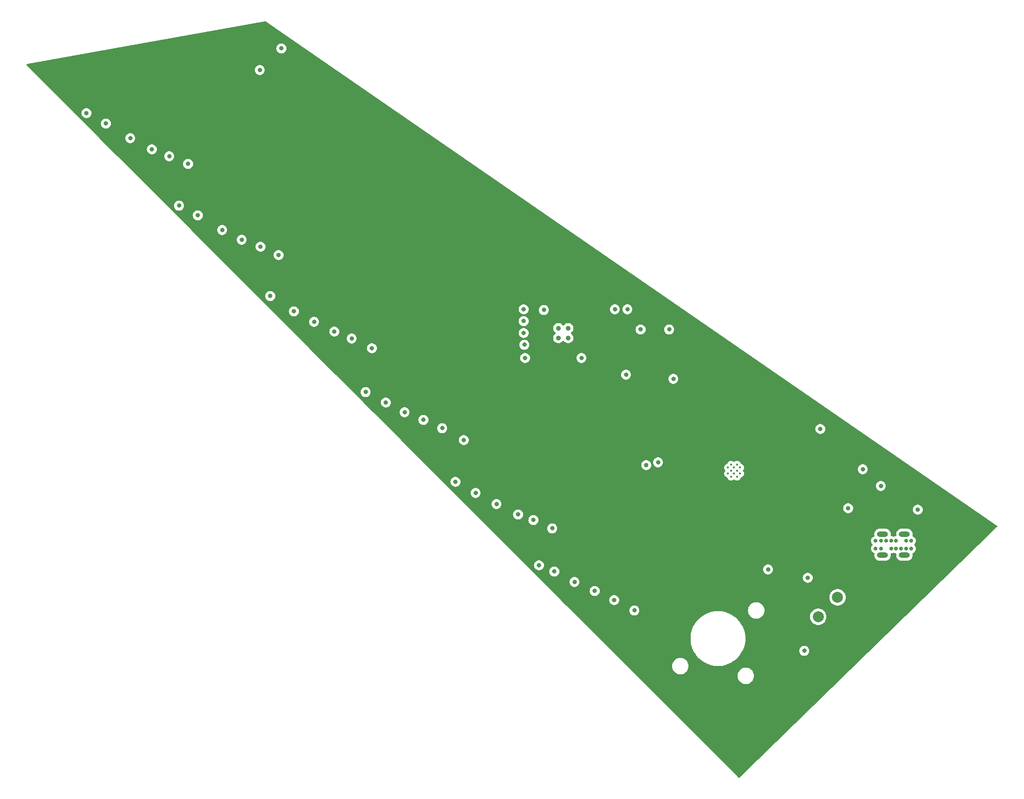
<source format=gbr>
%TF.GenerationSoftware,KiCad,Pcbnew,(7.0.0)*%
%TF.CreationDate,2023-03-18T11:24:21-05:00*%
%TF.ProjectId,LED Fan Blade,4c454420-4661-46e2-9042-6c6164652e6b,rev?*%
%TF.SameCoordinates,Original*%
%TF.FileFunction,Copper,L3,Inr*%
%TF.FilePolarity,Positive*%
%FSLAX46Y46*%
G04 Gerber Fmt 4.6, Leading zero omitted, Abs format (unit mm)*
G04 Created by KiCad (PCBNEW (7.0.0)) date 2023-03-18 11:24:21*
%MOMM*%
%LPD*%
G01*
G04 APERTURE LIST*
%TA.AperFunction,ComponentPad*%
%ADD10C,0.900000*%
%TD*%
%TA.AperFunction,ComponentPad*%
%ADD11C,2.000000*%
%TD*%
%TA.AperFunction,ComponentPad*%
%ADD12O,0.700000X0.700000*%
%TD*%
%TA.AperFunction,ComponentPad*%
%ADD13O,2.000000X1.000000*%
%TD*%
%TA.AperFunction,ComponentPad*%
%ADD14C,0.400000*%
%TD*%
%TA.AperFunction,ViaPad*%
%ADD15C,0.800000*%
%TD*%
G04 APERTURE END LIST*
D10*
%TO.N,GND*%
%TO.C,LED-Driver1*%
X115184000Y-76870000D03*
X113384000Y-76870000D03*
X115184000Y-78670000D03*
X113384000Y-78670000D03*
%TD*%
D11*
%TO.N,+12V*%
%TO.C,Power_12V1*%
X160782000Y-129540000D03*
%TO.N,GND*%
X164317534Y-126004466D03*
%TD*%
D12*
%TO.N,GND*%
%TO.C,USB-C1*%
X171261999Y-115693999D03*
%TO.N,Net-(R9-Pad2)*%
X172211999Y-115693999D03*
%TO.N,Net-(USB-C1-CC1)*%
X173161999Y-115693999D03*
%TO.N,D+*%
X174061999Y-115693999D03*
%TO.N,D-*%
X174961999Y-115693999D03*
%TO.N,Net-(R9-Pad2)*%
X176811999Y-115693999D03*
%TO.N,GND*%
X177761999Y-115693999D03*
X177761999Y-117093999D03*
%TO.N,Net-(R9-Pad2)*%
X176811999Y-117093999D03*
%TO.N,Net-(USB-C1-CC2)*%
X175861999Y-117093999D03*
%TO.N,D+*%
X174961999Y-117093999D03*
%TO.N,D-*%
X174061999Y-117093999D03*
%TO.N,Net-(R9-Pad2)*%
X172211999Y-117093999D03*
%TO.N,GND*%
X171261999Y-117093999D03*
D13*
%TO.N,Net-(USB-C1-SHIELD)*%
X172511999Y-118323999D03*
X176511999Y-118323999D03*
X172511999Y-114463999D03*
X176511999Y-114463999D03*
%TD*%
D14*
%TO.N,GND*%
%TO.C,ESP1*%
X144890500Y-101768000D03*
X145990500Y-101768000D03*
X144340500Y-102318000D03*
X145440500Y-102318000D03*
X146540500Y-102318000D03*
X144890500Y-102868000D03*
X145990500Y-102868000D03*
X144340500Y-103418000D03*
X145440500Y-103418000D03*
X146540500Y-103418000D03*
X144890500Y-103968000D03*
X145990500Y-103968000D03*
%TD*%
D15*
%TO.N,GND*%
X62865000Y-25781000D03*
X117602000Y-82296000D03*
X178943000Y-109982000D03*
X151638000Y-120904000D03*
X158877000Y-122428000D03*
X166243000Y-109728000D03*
X158242000Y-135763000D03*
%TO.N,+3.3V*%
X127508000Y-104648000D03*
X132461000Y-93726000D03*
X117665500Y-73850500D03*
X149479000Y-112649000D03*
X145796000Y-148082000D03*
X122809000Y-80391000D03*
X110744000Y-81661000D03*
X54864000Y-25019000D03*
%TO.N,MISO*%
X134366000Y-86106000D03*
X131572000Y-101346000D03*
X125984000Y-73406000D03*
%TO.N,SS*%
X129413000Y-101854000D03*
X125730000Y-85344000D03*
X123698000Y-73406000D03*
%TO.N,D+*%
X168910000Y-102616000D03*
X172212000Y-105664000D03*
%TO.N,Hall Sense*%
X161163000Y-95250000D03*
X58928000Y-29718000D03*
%TO.N,VSYNC*%
X128389000Y-77097000D03*
X133604000Y-77089000D03*
%TO.N,SWO<-->LED(0-5)*%
X94615000Y-104902000D03*
X27305000Y-37592000D03*
X78232000Y-88519000D03*
X60833000Y-70993000D03*
X109855000Y-120142000D03*
X44196000Y-54483000D03*
X110744000Y-73533000D03*
%TO.N,SW1<-->LED(6-11)*%
X47625000Y-56261000D03*
X81915000Y-90424000D03*
X107061000Y-73406000D03*
X65151000Y-73787000D03*
X30861000Y-39497000D03*
X112649000Y-121285000D03*
X98298000Y-106934000D03*
%TO.N,SW2<-->LED(12-17)*%
X85344000Y-92202000D03*
X68834000Y-75692000D03*
X102108000Y-108966000D03*
X107061000Y-75565000D03*
X35306000Y-42164000D03*
X116332000Y-123190000D03*
X52070000Y-58928000D03*
%TO.N,SW3<-->LED(18-23)*%
X120015000Y-124841000D03*
X72517000Y-77470000D03*
X107061000Y-77724000D03*
X106045000Y-110871000D03*
X88773000Y-93599000D03*
X39243000Y-44196000D03*
X55626000Y-60706000D03*
%TO.N,SW4<-->LED(24-29)*%
X75692000Y-78740000D03*
X123571000Y-126492000D03*
X42418000Y-45466000D03*
X108839000Y-111887000D03*
X59055000Y-61976000D03*
X92202000Y-95123000D03*
X107188000Y-79883000D03*
%TO.N,SW5<-->LED(30-35)*%
X79375000Y-80518000D03*
X62357000Y-63500000D03*
X96139000Y-97282000D03*
X107315000Y-82296000D03*
X127254000Y-128397000D03*
X112268000Y-113411000D03*
X45847000Y-46863000D03*
%TD*%
%TA.AperFunction,Conductor*%
%TO.N,+3.3V*%
G36*
X59941744Y-20838432D02*
G01*
X59985978Y-20857577D01*
X193423034Y-112944366D01*
X193459885Y-112984240D01*
X193476167Y-113036036D01*
X193468759Y-113089823D01*
X193439082Y-113135290D01*
X146391755Y-158917904D01*
X146336241Y-158949107D01*
X146272561Y-158948643D01*
X146217509Y-158916632D01*
X127672098Y-140335000D01*
X146068357Y-140335000D01*
X146068781Y-140340117D01*
X146088467Y-140577701D01*
X146088468Y-140577709D01*
X146088892Y-140582821D01*
X146090149Y-140587788D01*
X146090151Y-140587795D01*
X146148678Y-140818910D01*
X146149937Y-140823881D01*
X146151997Y-140828577D01*
X146247766Y-141046910D01*
X146247769Y-141046916D01*
X146249827Y-141051607D01*
X146252627Y-141055893D01*
X146252631Y-141055900D01*
X146380675Y-141251885D01*
X146385836Y-141259785D01*
X146389310Y-141263559D01*
X146389311Y-141263560D01*
X146550784Y-141438967D01*
X146550787Y-141438970D01*
X146554256Y-141442738D01*
X146750491Y-141595474D01*
X146969190Y-141713828D01*
X147204386Y-141794571D01*
X147449665Y-141835500D01*
X147693201Y-141835500D01*
X147698335Y-141835500D01*
X147943614Y-141794571D01*
X148178810Y-141713828D01*
X148397509Y-141595474D01*
X148593744Y-141442738D01*
X148762164Y-141259785D01*
X148898173Y-141051607D01*
X148998063Y-140823881D01*
X149059108Y-140582821D01*
X149079643Y-140335000D01*
X149059108Y-140087179D01*
X148998063Y-139846119D01*
X148898173Y-139618393D01*
X148762164Y-139410215D01*
X148593744Y-139227262D01*
X148397509Y-139074526D01*
X148392997Y-139072084D01*
X148183316Y-138958610D01*
X148183310Y-138958607D01*
X148178810Y-138956172D01*
X148173969Y-138954510D01*
X148173962Y-138954507D01*
X147948465Y-138877094D01*
X147948461Y-138877093D01*
X147943614Y-138875429D01*
X147934768Y-138873952D01*
X147703398Y-138835344D01*
X147703387Y-138835343D01*
X147698335Y-138834500D01*
X147449665Y-138834500D01*
X147444613Y-138835343D01*
X147444601Y-138835344D01*
X147209443Y-138874585D01*
X147209441Y-138874585D01*
X147204386Y-138875429D01*
X147199541Y-138877092D01*
X147199534Y-138877094D01*
X146974037Y-138954507D01*
X146974026Y-138954511D01*
X146969190Y-138956172D01*
X146964693Y-138958605D01*
X146964683Y-138958610D01*
X146755002Y-139072084D01*
X146754995Y-139072088D01*
X146750491Y-139074526D01*
X146746448Y-139077672D01*
X146746440Y-139077678D01*
X146558304Y-139224111D01*
X146554256Y-139227262D01*
X146550793Y-139231023D01*
X146550784Y-139231032D01*
X146389311Y-139406439D01*
X146389305Y-139406446D01*
X146385836Y-139410215D01*
X146383031Y-139414506D01*
X146383028Y-139414512D01*
X146252631Y-139614099D01*
X146252624Y-139614111D01*
X146249827Y-139618393D01*
X146247772Y-139623077D01*
X146247766Y-139623089D01*
X146161431Y-139819915D01*
X146149937Y-139846119D01*
X146148679Y-139851084D01*
X146148678Y-139851089D01*
X146090151Y-140082204D01*
X146090149Y-140082213D01*
X146088892Y-140087179D01*
X146088468Y-140092288D01*
X146088467Y-140092298D01*
X146068781Y-140329883D01*
X146068357Y-140335000D01*
X127672098Y-140335000D01*
X125897564Y-138557000D01*
X134130357Y-138557000D01*
X134130781Y-138562117D01*
X134150467Y-138799701D01*
X134150468Y-138799709D01*
X134150892Y-138804821D01*
X134152149Y-138809788D01*
X134152151Y-138809795D01*
X134168772Y-138875429D01*
X134211937Y-139045881D01*
X134226758Y-139079669D01*
X134309766Y-139268910D01*
X134309769Y-139268916D01*
X134311827Y-139273607D01*
X134314627Y-139277893D01*
X134314631Y-139277900D01*
X134442675Y-139473885D01*
X134447836Y-139481785D01*
X134451310Y-139485559D01*
X134451311Y-139485560D01*
X134612784Y-139660967D01*
X134612787Y-139660970D01*
X134616256Y-139664738D01*
X134812491Y-139817474D01*
X135031190Y-139935828D01*
X135266386Y-140016571D01*
X135511665Y-140057500D01*
X135755201Y-140057500D01*
X135760335Y-140057500D01*
X136005614Y-140016571D01*
X136240810Y-139935828D01*
X136459509Y-139817474D01*
X136655744Y-139664738D01*
X136824164Y-139481785D01*
X136960173Y-139273607D01*
X137060063Y-139045881D01*
X137121108Y-138804821D01*
X137141643Y-138557000D01*
X137121108Y-138309179D01*
X137060063Y-138068119D01*
X136960173Y-137840393D01*
X136824164Y-137632215D01*
X136655744Y-137449262D01*
X136459509Y-137296526D01*
X136454997Y-137294084D01*
X136245316Y-137180610D01*
X136245310Y-137180607D01*
X136240810Y-137178172D01*
X136235969Y-137176510D01*
X136235962Y-137176507D01*
X136010465Y-137099094D01*
X136010461Y-137099093D01*
X136005614Y-137097429D01*
X135996768Y-137095952D01*
X135765398Y-137057344D01*
X135765387Y-137057343D01*
X135760335Y-137056500D01*
X135511665Y-137056500D01*
X135506613Y-137057343D01*
X135506601Y-137057344D01*
X135271443Y-137096585D01*
X135271441Y-137096585D01*
X135266386Y-137097429D01*
X135261541Y-137099092D01*
X135261534Y-137099094D01*
X135036037Y-137176507D01*
X135036026Y-137176511D01*
X135031190Y-137178172D01*
X135026693Y-137180605D01*
X135026683Y-137180610D01*
X134817002Y-137294084D01*
X134816995Y-137294088D01*
X134812491Y-137296526D01*
X134808448Y-137299672D01*
X134808440Y-137299678D01*
X134620304Y-137446111D01*
X134616256Y-137449262D01*
X134612793Y-137453023D01*
X134612784Y-137453032D01*
X134451311Y-137628439D01*
X134451305Y-137628446D01*
X134447836Y-137632215D01*
X134445031Y-137636506D01*
X134445028Y-137636512D01*
X134314631Y-137836099D01*
X134314624Y-137836111D01*
X134311827Y-137840393D01*
X134309772Y-137845077D01*
X134309766Y-137845089D01*
X134213997Y-138063422D01*
X134211937Y-138068119D01*
X134210679Y-138073084D01*
X134210678Y-138073089D01*
X134152151Y-138304204D01*
X134152149Y-138304213D01*
X134150892Y-138309179D01*
X134150468Y-138314288D01*
X134150467Y-138314298D01*
X134133550Y-138518466D01*
X134130357Y-138557000D01*
X125897564Y-138557000D01*
X120874375Y-133524000D01*
X137488460Y-133524000D01*
X137508611Y-133972693D01*
X137508981Y-133975431D01*
X137508983Y-133975443D01*
X137568527Y-134415014D01*
X137568901Y-134417774D01*
X137668845Y-134855658D01*
X137807639Y-135282821D01*
X137808736Y-135285389D01*
X137808740Y-135285398D01*
X137929771Y-135568564D01*
X137984164Y-135695822D01*
X137985478Y-135698265D01*
X137985483Y-135698274D01*
X138124944Y-135957435D01*
X138197000Y-136091338D01*
X138198533Y-136093661D01*
X138198534Y-136093662D01*
X138426957Y-136439709D01*
X138444433Y-136466183D01*
X138446170Y-136468361D01*
X138721301Y-136813365D01*
X138724471Y-136817339D01*
X138726390Y-136819346D01*
X139032929Y-137139962D01*
X139032935Y-137139968D01*
X139034858Y-137141979D01*
X139373097Y-137437489D01*
X139375345Y-137439122D01*
X139375346Y-137439123D01*
X139729524Y-137696449D01*
X139736463Y-137701490D01*
X140122031Y-137931856D01*
X140526697Y-138126733D01*
X140947203Y-138284551D01*
X141380163Y-138404041D01*
X141822090Y-138484239D01*
X142269427Y-138524500D01*
X142715796Y-138524500D01*
X142718573Y-138524500D01*
X143165910Y-138484239D01*
X143607837Y-138404041D01*
X144040797Y-138284551D01*
X144461303Y-138126733D01*
X144865969Y-137931856D01*
X145251537Y-137701490D01*
X145614903Y-137437489D01*
X145953142Y-137141979D01*
X146263529Y-136817339D01*
X146543567Y-136466183D01*
X146791000Y-136091338D01*
X146967686Y-135763000D01*
X157336540Y-135763000D01*
X157337219Y-135769460D01*
X157355646Y-135944795D01*
X157355647Y-135944803D01*
X157356326Y-135951256D01*
X157358331Y-135957428D01*
X157358333Y-135957435D01*
X157412813Y-136125105D01*
X157414821Y-136131284D01*
X157509467Y-136295216D01*
X157636129Y-136435888D01*
X157789270Y-136547151D01*
X157962197Y-136624144D01*
X158147354Y-136663500D01*
X158330143Y-136663500D01*
X158336646Y-136663500D01*
X158521803Y-136624144D01*
X158694730Y-136547151D01*
X158847871Y-136435888D01*
X158974533Y-136295216D01*
X159069179Y-136131284D01*
X159127674Y-135951256D01*
X159147460Y-135763000D01*
X159127674Y-135574744D01*
X159069179Y-135394716D01*
X158974533Y-135230784D01*
X158847871Y-135090112D01*
X158842613Y-135086292D01*
X158842611Y-135086290D01*
X158699988Y-134982669D01*
X158699987Y-134982668D01*
X158694730Y-134978849D01*
X158688792Y-134976205D01*
X158527745Y-134904501D01*
X158527740Y-134904499D01*
X158521803Y-134901856D01*
X158515444Y-134900504D01*
X158515440Y-134900503D01*
X158343008Y-134863852D01*
X158343005Y-134863851D01*
X158336646Y-134862500D01*
X158147354Y-134862500D01*
X158140995Y-134863851D01*
X158140991Y-134863852D01*
X157968559Y-134900503D01*
X157968552Y-134900505D01*
X157962197Y-134901856D01*
X157956262Y-134904498D01*
X157956254Y-134904501D01*
X157795207Y-134976205D01*
X157795202Y-134976207D01*
X157789270Y-134978849D01*
X157784016Y-134982665D01*
X157784011Y-134982669D01*
X157641388Y-135086290D01*
X157641381Y-135086295D01*
X157636129Y-135090112D01*
X157631784Y-135094937D01*
X157631779Y-135094942D01*
X157513813Y-135225956D01*
X157513808Y-135225962D01*
X157509467Y-135230784D01*
X157506222Y-135236404D01*
X157506218Y-135236410D01*
X157418069Y-135389089D01*
X157418066Y-135389094D01*
X157414821Y-135394716D01*
X157412815Y-135400888D01*
X157412813Y-135400894D01*
X157358333Y-135568564D01*
X157358331Y-135568573D01*
X157356326Y-135574744D01*
X157355648Y-135581194D01*
X157355646Y-135581204D01*
X157337962Y-135749464D01*
X157336540Y-135763000D01*
X146967686Y-135763000D01*
X147003836Y-135695822D01*
X147180361Y-135282821D01*
X147319155Y-134855658D01*
X147419099Y-134417774D01*
X147479389Y-133972693D01*
X147499540Y-133524000D01*
X147479389Y-133075307D01*
X147419099Y-132630226D01*
X147319155Y-132192342D01*
X147180361Y-131765179D01*
X147003836Y-131352178D01*
X146791000Y-130956662D01*
X146543567Y-130581817D01*
X146287644Y-130260900D01*
X146265263Y-130232835D01*
X146265259Y-130232831D01*
X146263529Y-130230661D01*
X146065855Y-130023910D01*
X145955070Y-129908037D01*
X145955064Y-129908031D01*
X145953142Y-129906021D01*
X145614903Y-129610511D01*
X145473655Y-129507888D01*
X145253788Y-129348145D01*
X145253781Y-129348140D01*
X145251537Y-129346510D01*
X144979196Y-129183794D01*
X144868361Y-129117573D01*
X144868358Y-129117571D01*
X144865969Y-129116144D01*
X144863462Y-129114936D01*
X144863457Y-129114934D01*
X144663636Y-129018705D01*
X144461303Y-128921267D01*
X144458699Y-128920289D01*
X144458688Y-128920285D01*
X144043407Y-128764428D01*
X144043396Y-128764424D01*
X144040797Y-128763449D01*
X144038112Y-128762708D01*
X144038109Y-128762707D01*
X143610526Y-128644701D01*
X143610523Y-128644700D01*
X143607837Y-128643959D01*
X143605105Y-128643463D01*
X143605091Y-128643460D01*
X143168650Y-128564258D01*
X143168644Y-128564257D01*
X143165910Y-128563761D01*
X143163155Y-128563513D01*
X143163140Y-128563511D01*
X142721336Y-128523748D01*
X142721321Y-128523747D01*
X142718573Y-128523500D01*
X142269427Y-128523500D01*
X142266679Y-128523747D01*
X142266663Y-128523748D01*
X141824859Y-128563511D01*
X141824841Y-128563513D01*
X141822090Y-128563761D01*
X141819358Y-128564256D01*
X141819349Y-128564258D01*
X141382908Y-128643460D01*
X141382889Y-128643464D01*
X141380163Y-128643959D01*
X141377481Y-128644699D01*
X141377473Y-128644701D01*
X140949890Y-128762707D01*
X140949881Y-128762709D01*
X140947203Y-128763449D01*
X140944610Y-128764422D01*
X140944592Y-128764428D01*
X140529311Y-128920285D01*
X140529292Y-128920292D01*
X140526697Y-128921267D01*
X140524187Y-128922475D01*
X140524184Y-128922477D01*
X140124542Y-129114934D01*
X140124528Y-129114941D01*
X140122031Y-129116144D01*
X140119650Y-129117566D01*
X140119638Y-129117573D01*
X139738849Y-129345084D01*
X139738842Y-129345088D01*
X139736463Y-129346510D01*
X139734228Y-129348133D01*
X139734211Y-129348145D01*
X139375346Y-129608876D01*
X139375331Y-129608887D01*
X139373097Y-129610511D01*
X139371011Y-129612332D01*
X139371004Y-129612339D01*
X139036964Y-129904180D01*
X139036951Y-129904192D01*
X139034858Y-129906021D01*
X139032946Y-129908020D01*
X139032929Y-129908037D01*
X138726390Y-130228653D01*
X138726381Y-130228663D01*
X138724471Y-130230661D01*
X138722750Y-130232818D01*
X138722736Y-130232835D01*
X138446170Y-130579638D01*
X138446162Y-130579647D01*
X138444433Y-130581817D01*
X138442906Y-130584129D01*
X138442896Y-130584144D01*
X138198534Y-130954337D01*
X138198527Y-130954348D01*
X138197000Y-130956662D01*
X138195688Y-130959098D01*
X138195682Y-130959110D01*
X137985483Y-131349725D01*
X137985474Y-131349742D01*
X137984164Y-131352178D01*
X137983069Y-131354738D01*
X137983066Y-131354746D01*
X137808740Y-131762601D01*
X137808733Y-131762618D01*
X137807639Y-131765179D01*
X137668845Y-132192342D01*
X137568901Y-132630226D01*
X137568528Y-132632979D01*
X137568527Y-132632985D01*
X137508983Y-133072556D01*
X137508981Y-133072570D01*
X137508611Y-133075307D01*
X137488460Y-133524000D01*
X120874375Y-133524000D01*
X115757369Y-128397000D01*
X126348540Y-128397000D01*
X126349219Y-128403460D01*
X126367646Y-128578795D01*
X126367647Y-128578803D01*
X126368326Y-128585256D01*
X126370331Y-128591428D01*
X126370333Y-128591435D01*
X126389296Y-128649795D01*
X126426821Y-128765284D01*
X126430068Y-128770908D01*
X126430069Y-128770910D01*
X126516877Y-128921267D01*
X126521467Y-128929216D01*
X126648129Y-129069888D01*
X126801270Y-129181151D01*
X126974197Y-129258144D01*
X127159354Y-129297500D01*
X127342143Y-129297500D01*
X127348646Y-129297500D01*
X127533803Y-129258144D01*
X127706730Y-129181151D01*
X127859871Y-129069888D01*
X127986533Y-128929216D01*
X128081179Y-128765284D01*
X128139674Y-128585256D01*
X128159460Y-128397000D01*
X147973357Y-128397000D01*
X147973781Y-128402117D01*
X147993467Y-128639701D01*
X147993468Y-128639709D01*
X147993892Y-128644821D01*
X147995149Y-128649788D01*
X147995151Y-128649795D01*
X148025387Y-128769193D01*
X148054937Y-128885881D01*
X148056997Y-128890577D01*
X148152766Y-129108910D01*
X148152769Y-129108916D01*
X148154827Y-129113607D01*
X148157627Y-129117893D01*
X148157631Y-129117900D01*
X148274086Y-129296147D01*
X148290836Y-129321785D01*
X148294310Y-129325559D01*
X148294311Y-129325560D01*
X148455784Y-129500967D01*
X148455787Y-129500970D01*
X148459256Y-129504738D01*
X148655491Y-129657474D01*
X148874190Y-129775828D01*
X149109386Y-129856571D01*
X149354665Y-129897500D01*
X149598201Y-129897500D01*
X149603335Y-129897500D01*
X149848614Y-129856571D01*
X150083810Y-129775828D01*
X150302509Y-129657474D01*
X150453439Y-129540000D01*
X159276357Y-129540000D01*
X159276781Y-129545117D01*
X159296467Y-129782701D01*
X159296468Y-129782709D01*
X159296892Y-129787821D01*
X159298149Y-129792788D01*
X159298151Y-129792795D01*
X159326358Y-129904180D01*
X159357937Y-130028881D01*
X159359997Y-130033577D01*
X159455766Y-130251910D01*
X159455769Y-130251916D01*
X159457827Y-130256607D01*
X159460627Y-130260893D01*
X159460631Y-130260900D01*
X159588675Y-130456885D01*
X159593836Y-130464785D01*
X159597310Y-130468559D01*
X159597311Y-130468560D01*
X159758784Y-130643967D01*
X159758787Y-130643970D01*
X159762256Y-130647738D01*
X159958491Y-130800474D01*
X160177190Y-130918828D01*
X160412386Y-130999571D01*
X160657665Y-131040500D01*
X160901201Y-131040500D01*
X160906335Y-131040500D01*
X161151614Y-130999571D01*
X161386810Y-130918828D01*
X161605509Y-130800474D01*
X161801744Y-130647738D01*
X161970164Y-130464785D01*
X162106173Y-130256607D01*
X162206063Y-130028881D01*
X162267108Y-129787821D01*
X162287643Y-129540000D01*
X162267108Y-129292179D01*
X162206063Y-129051119D01*
X162106173Y-128823393D01*
X162070762Y-128769193D01*
X161972971Y-128619512D01*
X161970164Y-128615215D01*
X161885963Y-128523748D01*
X161805215Y-128436032D01*
X161805211Y-128436029D01*
X161801744Y-128432262D01*
X161605509Y-128279526D01*
X161600997Y-128277084D01*
X161391316Y-128163610D01*
X161391310Y-128163607D01*
X161386810Y-128161172D01*
X161381969Y-128159510D01*
X161381962Y-128159507D01*
X161156465Y-128082094D01*
X161156461Y-128082093D01*
X161151614Y-128080429D01*
X161142768Y-128078952D01*
X160911398Y-128040344D01*
X160911387Y-128040343D01*
X160906335Y-128039500D01*
X160657665Y-128039500D01*
X160652613Y-128040343D01*
X160652601Y-128040344D01*
X160417443Y-128079585D01*
X160417441Y-128079585D01*
X160412386Y-128080429D01*
X160407541Y-128082092D01*
X160407534Y-128082094D01*
X160182037Y-128159507D01*
X160182026Y-128159511D01*
X160177190Y-128161172D01*
X160172693Y-128163605D01*
X160172683Y-128163610D01*
X159963002Y-128277084D01*
X159962995Y-128277088D01*
X159958491Y-128279526D01*
X159954448Y-128282672D01*
X159954440Y-128282678D01*
X159766304Y-128429111D01*
X159762256Y-128432262D01*
X159758793Y-128436023D01*
X159758784Y-128436032D01*
X159597311Y-128611439D01*
X159597305Y-128611446D01*
X159593836Y-128615215D01*
X159591031Y-128619506D01*
X159591028Y-128619512D01*
X159460631Y-128819099D01*
X159460624Y-128819111D01*
X159457827Y-128823393D01*
X159455772Y-128828077D01*
X159455766Y-128828089D01*
X159409291Y-128934043D01*
X159357937Y-129051119D01*
X159356679Y-129056084D01*
X159356678Y-129056089D01*
X159298151Y-129287204D01*
X159298149Y-129287213D01*
X159296892Y-129292179D01*
X159296468Y-129297288D01*
X159296467Y-129297298D01*
X159291972Y-129351551D01*
X159276357Y-129540000D01*
X150453439Y-129540000D01*
X150498744Y-129504738D01*
X150667164Y-129321785D01*
X150803173Y-129113607D01*
X150903063Y-128885881D01*
X150964108Y-128644821D01*
X150984643Y-128397000D01*
X150964108Y-128149179D01*
X150903063Y-127908119D01*
X150803173Y-127680393D01*
X150759044Y-127612849D01*
X150710471Y-127538501D01*
X150667164Y-127472215D01*
X150592536Y-127391147D01*
X150502215Y-127293032D01*
X150502211Y-127293029D01*
X150498744Y-127289262D01*
X150343858Y-127168709D01*
X150306559Y-127139678D01*
X150306557Y-127139676D01*
X150302509Y-127136526D01*
X150250598Y-127108433D01*
X150088316Y-127020610D01*
X150088310Y-127020607D01*
X150083810Y-127018172D01*
X150078969Y-127016510D01*
X150078962Y-127016507D01*
X149853465Y-126939094D01*
X149853461Y-126939093D01*
X149848614Y-126937429D01*
X149822228Y-126933026D01*
X149608398Y-126897344D01*
X149608387Y-126897343D01*
X149603335Y-126896500D01*
X149354665Y-126896500D01*
X149349613Y-126897343D01*
X149349601Y-126897344D01*
X149114443Y-126936585D01*
X149114441Y-126936585D01*
X149109386Y-126937429D01*
X149104541Y-126939092D01*
X149104534Y-126939094D01*
X148879037Y-127016507D01*
X148879026Y-127016511D01*
X148874190Y-127018172D01*
X148869693Y-127020605D01*
X148869683Y-127020610D01*
X148660002Y-127134084D01*
X148659995Y-127134088D01*
X148655491Y-127136526D01*
X148651448Y-127139672D01*
X148651440Y-127139678D01*
X148481010Y-127272330D01*
X148459256Y-127289262D01*
X148455793Y-127293023D01*
X148455784Y-127293032D01*
X148294311Y-127468439D01*
X148294305Y-127468446D01*
X148290836Y-127472215D01*
X148288031Y-127476506D01*
X148288028Y-127476512D01*
X148157631Y-127676099D01*
X148157624Y-127676111D01*
X148154827Y-127680393D01*
X148152772Y-127685077D01*
X148152766Y-127685089D01*
X148056997Y-127903422D01*
X148054937Y-127908119D01*
X148053679Y-127913084D01*
X148053678Y-127913089D01*
X147995151Y-128144204D01*
X147995149Y-128144213D01*
X147993892Y-128149179D01*
X147993468Y-128154288D01*
X147993467Y-128154298D01*
X147983091Y-128279526D01*
X147973357Y-128397000D01*
X128159460Y-128397000D01*
X128139674Y-128208744D01*
X128081179Y-128028716D01*
X127986533Y-127864784D01*
X127859871Y-127724112D01*
X127854613Y-127720292D01*
X127854611Y-127720290D01*
X127711988Y-127616669D01*
X127711987Y-127616668D01*
X127706730Y-127612849D01*
X127700792Y-127610205D01*
X127539745Y-127538501D01*
X127539740Y-127538499D01*
X127533803Y-127535856D01*
X127527444Y-127534504D01*
X127527440Y-127534503D01*
X127355008Y-127497852D01*
X127355005Y-127497851D01*
X127348646Y-127496500D01*
X127159354Y-127496500D01*
X127152995Y-127497851D01*
X127152991Y-127497852D01*
X126980559Y-127534503D01*
X126980552Y-127534505D01*
X126974197Y-127535856D01*
X126968262Y-127538498D01*
X126968254Y-127538501D01*
X126807207Y-127610205D01*
X126807202Y-127610207D01*
X126801270Y-127612849D01*
X126796016Y-127616665D01*
X126796011Y-127616669D01*
X126653388Y-127720290D01*
X126653381Y-127720295D01*
X126648129Y-127724112D01*
X126643784Y-127728937D01*
X126643779Y-127728942D01*
X126525813Y-127859956D01*
X126525808Y-127859962D01*
X126521467Y-127864784D01*
X126518222Y-127870404D01*
X126518218Y-127870410D01*
X126430069Y-128023089D01*
X126430066Y-128023094D01*
X126426821Y-128028716D01*
X126424815Y-128034888D01*
X126424813Y-128034894D01*
X126370333Y-128202564D01*
X126370331Y-128202573D01*
X126368326Y-128208744D01*
X126367648Y-128215194D01*
X126367646Y-128215204D01*
X126360555Y-128282678D01*
X126348540Y-128397000D01*
X115757369Y-128397000D01*
X114838675Y-127476512D01*
X113856082Y-126492000D01*
X122665540Y-126492000D01*
X122666219Y-126498460D01*
X122684646Y-126673795D01*
X122684647Y-126673803D01*
X122685326Y-126680256D01*
X122687331Y-126686428D01*
X122687333Y-126686435D01*
X122697062Y-126716376D01*
X122743821Y-126860284D01*
X122747068Y-126865908D01*
X122747069Y-126865910D01*
X122834977Y-127018172D01*
X122838467Y-127024216D01*
X122842811Y-127029041D01*
X122842813Y-127029043D01*
X122917692Y-127112204D01*
X122965129Y-127164888D01*
X123118270Y-127276151D01*
X123291197Y-127353144D01*
X123476354Y-127392500D01*
X123659143Y-127392500D01*
X123665646Y-127392500D01*
X123850803Y-127353144D01*
X124023730Y-127276151D01*
X124176871Y-127164888D01*
X124303533Y-127024216D01*
X124398179Y-126860284D01*
X124456674Y-126680256D01*
X124476460Y-126492000D01*
X124456674Y-126303744D01*
X124398179Y-126123716D01*
X124329330Y-126004466D01*
X162811891Y-126004466D01*
X162812315Y-126009583D01*
X162832001Y-126247167D01*
X162832002Y-126247175D01*
X162832426Y-126252287D01*
X162833683Y-126257254D01*
X162833685Y-126257261D01*
X162891494Y-126485540D01*
X162893471Y-126493347D01*
X162895531Y-126498043D01*
X162991300Y-126716376D01*
X162991303Y-126716382D01*
X162993361Y-126721073D01*
X162996161Y-126725359D01*
X162996165Y-126725366D01*
X163080275Y-126854105D01*
X163129370Y-126929251D01*
X163132844Y-126933025D01*
X163132845Y-126933026D01*
X163294318Y-127108433D01*
X163294321Y-127108436D01*
X163297790Y-127112204D01*
X163494025Y-127264940D01*
X163712724Y-127383294D01*
X163947920Y-127464037D01*
X164193199Y-127504966D01*
X164436735Y-127504966D01*
X164441869Y-127504966D01*
X164687148Y-127464037D01*
X164922344Y-127383294D01*
X165141043Y-127264940D01*
X165337278Y-127112204D01*
X165505698Y-126929251D01*
X165641707Y-126721073D01*
X165741597Y-126493347D01*
X165802642Y-126252287D01*
X165823177Y-126004466D01*
X165802642Y-125756645D01*
X165741597Y-125515585D01*
X165641707Y-125287859D01*
X165505698Y-125079681D01*
X165337278Y-124896728D01*
X165141043Y-124743992D01*
X164984369Y-124659204D01*
X164926850Y-124628076D01*
X164926844Y-124628073D01*
X164922344Y-124625638D01*
X164917503Y-124623976D01*
X164917496Y-124623973D01*
X164691999Y-124546560D01*
X164691995Y-124546559D01*
X164687148Y-124544895D01*
X164678302Y-124543418D01*
X164446932Y-124504810D01*
X164446921Y-124504809D01*
X164441869Y-124503966D01*
X164193199Y-124503966D01*
X164188147Y-124504809D01*
X164188135Y-124504810D01*
X163952977Y-124544051D01*
X163952975Y-124544051D01*
X163947920Y-124544895D01*
X163943075Y-124546558D01*
X163943068Y-124546560D01*
X163717571Y-124623973D01*
X163717560Y-124623977D01*
X163712724Y-124625638D01*
X163708227Y-124628071D01*
X163708217Y-124628076D01*
X163498536Y-124741550D01*
X163498529Y-124741554D01*
X163494025Y-124743992D01*
X163489982Y-124747138D01*
X163489974Y-124747144D01*
X163369389Y-124841000D01*
X163297790Y-124896728D01*
X163294327Y-124900489D01*
X163294318Y-124900498D01*
X163132845Y-125075905D01*
X163132839Y-125075912D01*
X163129370Y-125079681D01*
X163126565Y-125083972D01*
X163126562Y-125083978D01*
X162996165Y-125283565D01*
X162996158Y-125283577D01*
X162993361Y-125287859D01*
X162991306Y-125292543D01*
X162991300Y-125292555D01*
X162896334Y-125509057D01*
X162893471Y-125515585D01*
X162892213Y-125520550D01*
X162892212Y-125520555D01*
X162833685Y-125751670D01*
X162833683Y-125751679D01*
X162832426Y-125756645D01*
X162832002Y-125761754D01*
X162832001Y-125761764D01*
X162815593Y-125959784D01*
X162811891Y-126004466D01*
X124329330Y-126004466D01*
X124303533Y-125959784D01*
X124176871Y-125819112D01*
X124171613Y-125815292D01*
X124171611Y-125815290D01*
X124028988Y-125711669D01*
X124028987Y-125711668D01*
X124023730Y-125707849D01*
X124017792Y-125705205D01*
X123856745Y-125633501D01*
X123856740Y-125633499D01*
X123850803Y-125630856D01*
X123844444Y-125629504D01*
X123844440Y-125629503D01*
X123672008Y-125592852D01*
X123672005Y-125592851D01*
X123665646Y-125591500D01*
X123476354Y-125591500D01*
X123469995Y-125592851D01*
X123469991Y-125592852D01*
X123297559Y-125629503D01*
X123297552Y-125629505D01*
X123291197Y-125630856D01*
X123285262Y-125633498D01*
X123285254Y-125633501D01*
X123124207Y-125705205D01*
X123124202Y-125705207D01*
X123118270Y-125707849D01*
X123113016Y-125711665D01*
X123113011Y-125711669D01*
X122970388Y-125815290D01*
X122970381Y-125815295D01*
X122965129Y-125819112D01*
X122960784Y-125823937D01*
X122960779Y-125823942D01*
X122842813Y-125954956D01*
X122842808Y-125954962D01*
X122838467Y-125959784D01*
X122835222Y-125965404D01*
X122835218Y-125965410D01*
X122747069Y-126118089D01*
X122747066Y-126118094D01*
X122743821Y-126123716D01*
X122741815Y-126129888D01*
X122741813Y-126129894D01*
X122687333Y-126297564D01*
X122687331Y-126297573D01*
X122685326Y-126303744D01*
X122684648Y-126310194D01*
X122684646Y-126310204D01*
X122666962Y-126478464D01*
X122665540Y-126492000D01*
X113856082Y-126492000D01*
X112208301Y-124841000D01*
X119109540Y-124841000D01*
X119110219Y-124847460D01*
X119128646Y-125022795D01*
X119128647Y-125022803D01*
X119129326Y-125029256D01*
X119131331Y-125035428D01*
X119131333Y-125035435D01*
X119144483Y-125075905D01*
X119187821Y-125209284D01*
X119282467Y-125373216D01*
X119409129Y-125513888D01*
X119562270Y-125625151D01*
X119735197Y-125702144D01*
X119920354Y-125741500D01*
X120103143Y-125741500D01*
X120109646Y-125741500D01*
X120294803Y-125702144D01*
X120467730Y-125625151D01*
X120620871Y-125513888D01*
X120747533Y-125373216D01*
X120842179Y-125209284D01*
X120900674Y-125029256D01*
X120920460Y-124841000D01*
X120900674Y-124652744D01*
X120842179Y-124472716D01*
X120747533Y-124308784D01*
X120620871Y-124168112D01*
X120615613Y-124164292D01*
X120615611Y-124164290D01*
X120472988Y-124060669D01*
X120472987Y-124060668D01*
X120467730Y-124056849D01*
X120461792Y-124054205D01*
X120300745Y-123982501D01*
X120300740Y-123982499D01*
X120294803Y-123979856D01*
X120288444Y-123978504D01*
X120288440Y-123978503D01*
X120116008Y-123941852D01*
X120116005Y-123941851D01*
X120109646Y-123940500D01*
X119920354Y-123940500D01*
X119913995Y-123941851D01*
X119913991Y-123941852D01*
X119741559Y-123978503D01*
X119741552Y-123978505D01*
X119735197Y-123979856D01*
X119729262Y-123982498D01*
X119729254Y-123982501D01*
X119568207Y-124054205D01*
X119568202Y-124054207D01*
X119562270Y-124056849D01*
X119557016Y-124060665D01*
X119557011Y-124060669D01*
X119414388Y-124164290D01*
X119414381Y-124164295D01*
X119409129Y-124168112D01*
X119404784Y-124172937D01*
X119404779Y-124172942D01*
X119286813Y-124303956D01*
X119286808Y-124303962D01*
X119282467Y-124308784D01*
X119279222Y-124314404D01*
X119279218Y-124314410D01*
X119191069Y-124467089D01*
X119191066Y-124467094D01*
X119187821Y-124472716D01*
X119185815Y-124478888D01*
X119185813Y-124478894D01*
X119131333Y-124646564D01*
X119131331Y-124646573D01*
X119129326Y-124652744D01*
X119128648Y-124659194D01*
X119128646Y-124659204D01*
X119119404Y-124747144D01*
X119109540Y-124841000D01*
X112208301Y-124841000D01*
X110560519Y-123190000D01*
X115426540Y-123190000D01*
X115427219Y-123196460D01*
X115445646Y-123371795D01*
X115445647Y-123371803D01*
X115446326Y-123378256D01*
X115448331Y-123384428D01*
X115448333Y-123384435D01*
X115502813Y-123552105D01*
X115504821Y-123558284D01*
X115599467Y-123722216D01*
X115726129Y-123862888D01*
X115879270Y-123974151D01*
X116052197Y-124051144D01*
X116237354Y-124090500D01*
X116420143Y-124090500D01*
X116426646Y-124090500D01*
X116611803Y-124051144D01*
X116784730Y-123974151D01*
X116937871Y-123862888D01*
X117064533Y-123722216D01*
X117159179Y-123558284D01*
X117217674Y-123378256D01*
X117237460Y-123190000D01*
X117217674Y-123001744D01*
X117159179Y-122821716D01*
X117064533Y-122657784D01*
X117021323Y-122609795D01*
X116942220Y-122521942D01*
X116942219Y-122521941D01*
X116937871Y-122517112D01*
X116932613Y-122513292D01*
X116932611Y-122513290D01*
X116815219Y-122428000D01*
X157971540Y-122428000D01*
X157972219Y-122434460D01*
X157990646Y-122609795D01*
X157990647Y-122609803D01*
X157991326Y-122616256D01*
X157993331Y-122622428D01*
X157993333Y-122622435D01*
X158004819Y-122657784D01*
X158049821Y-122796284D01*
X158144467Y-122960216D01*
X158148811Y-122965041D01*
X158148813Y-122965043D01*
X158266779Y-123096057D01*
X158271129Y-123100888D01*
X158424270Y-123212151D01*
X158597197Y-123289144D01*
X158782354Y-123328500D01*
X158965143Y-123328500D01*
X158971646Y-123328500D01*
X159156803Y-123289144D01*
X159329730Y-123212151D01*
X159482871Y-123100888D01*
X159609533Y-122960216D01*
X159704179Y-122796284D01*
X159762674Y-122616256D01*
X159782460Y-122428000D01*
X159762674Y-122239744D01*
X159704179Y-122059716D01*
X159609533Y-121895784D01*
X159482871Y-121755112D01*
X159477613Y-121751292D01*
X159477611Y-121751290D01*
X159334988Y-121647669D01*
X159334987Y-121647668D01*
X159329730Y-121643849D01*
X159323792Y-121641205D01*
X159162745Y-121569501D01*
X159162740Y-121569499D01*
X159156803Y-121566856D01*
X159150444Y-121565504D01*
X159150440Y-121565503D01*
X158978008Y-121528852D01*
X158978005Y-121528851D01*
X158971646Y-121527500D01*
X158782354Y-121527500D01*
X158775995Y-121528851D01*
X158775991Y-121528852D01*
X158603559Y-121565503D01*
X158603552Y-121565505D01*
X158597197Y-121566856D01*
X158591262Y-121569498D01*
X158591254Y-121569501D01*
X158430207Y-121641205D01*
X158430202Y-121641207D01*
X158424270Y-121643849D01*
X158419016Y-121647665D01*
X158419011Y-121647669D01*
X158276388Y-121751290D01*
X158276381Y-121751295D01*
X158271129Y-121755112D01*
X158266784Y-121759937D01*
X158266779Y-121759942D01*
X158148813Y-121890956D01*
X158148808Y-121890962D01*
X158144467Y-121895784D01*
X158141222Y-121901404D01*
X158141218Y-121901410D01*
X158053069Y-122054089D01*
X158053066Y-122054094D01*
X158049821Y-122059716D01*
X158047815Y-122065888D01*
X158047813Y-122065894D01*
X157993333Y-122233564D01*
X157993331Y-122233573D01*
X157991326Y-122239744D01*
X157990648Y-122246194D01*
X157990646Y-122246204D01*
X157985954Y-122290852D01*
X157971540Y-122428000D01*
X116815219Y-122428000D01*
X116789988Y-122409669D01*
X116789987Y-122409668D01*
X116784730Y-122405849D01*
X116778792Y-122403205D01*
X116617745Y-122331501D01*
X116617740Y-122331499D01*
X116611803Y-122328856D01*
X116605444Y-122327504D01*
X116605440Y-122327503D01*
X116433008Y-122290852D01*
X116433005Y-122290851D01*
X116426646Y-122289500D01*
X116237354Y-122289500D01*
X116230995Y-122290851D01*
X116230991Y-122290852D01*
X116058559Y-122327503D01*
X116058552Y-122327505D01*
X116052197Y-122328856D01*
X116046262Y-122331498D01*
X116046254Y-122331501D01*
X115885207Y-122403205D01*
X115885202Y-122403207D01*
X115879270Y-122405849D01*
X115874016Y-122409665D01*
X115874011Y-122409669D01*
X115731388Y-122513290D01*
X115731381Y-122513295D01*
X115726129Y-122517112D01*
X115721784Y-122521937D01*
X115721779Y-122521942D01*
X115603813Y-122652956D01*
X115603808Y-122652962D01*
X115599467Y-122657784D01*
X115596222Y-122663404D01*
X115596218Y-122663410D01*
X115508069Y-122816089D01*
X115508066Y-122816094D01*
X115504821Y-122821716D01*
X115502815Y-122827888D01*
X115502813Y-122827894D01*
X115448333Y-122995564D01*
X115448331Y-122995573D01*
X115446326Y-123001744D01*
X115445648Y-123008194D01*
X115445646Y-123008204D01*
X115435504Y-123104709D01*
X115426540Y-123190000D01*
X110560519Y-123190000D01*
X108659232Y-121285000D01*
X111743540Y-121285000D01*
X111744219Y-121291460D01*
X111762646Y-121466795D01*
X111762647Y-121466803D01*
X111763326Y-121473256D01*
X111765331Y-121479428D01*
X111765333Y-121479435D01*
X111817896Y-121641205D01*
X111821821Y-121653284D01*
X111825068Y-121658908D01*
X111825069Y-121658910D01*
X111884875Y-121762498D01*
X111916467Y-121817216D01*
X112043129Y-121957888D01*
X112196270Y-122069151D01*
X112369197Y-122146144D01*
X112554354Y-122185500D01*
X112737143Y-122185500D01*
X112743646Y-122185500D01*
X112928803Y-122146144D01*
X113101730Y-122069151D01*
X113254871Y-121957888D01*
X113381533Y-121817216D01*
X113476179Y-121653284D01*
X113534674Y-121473256D01*
X113554460Y-121285000D01*
X113534674Y-121096744D01*
X113476179Y-120916716D01*
X113468837Y-120904000D01*
X150732540Y-120904000D01*
X150733219Y-120910460D01*
X150751646Y-121085795D01*
X150751647Y-121085803D01*
X150752326Y-121092256D01*
X150754331Y-121098428D01*
X150754333Y-121098435D01*
X150755883Y-121103204D01*
X150810821Y-121272284D01*
X150814068Y-121277908D01*
X150814069Y-121277910D01*
X150818162Y-121285000D01*
X150905467Y-121436216D01*
X150909811Y-121441041D01*
X150909813Y-121441043D01*
X150987660Y-121527500D01*
X151032129Y-121576888D01*
X151185270Y-121688151D01*
X151358197Y-121765144D01*
X151543354Y-121804500D01*
X151726143Y-121804500D01*
X151732646Y-121804500D01*
X151917803Y-121765144D01*
X152090730Y-121688151D01*
X152243871Y-121576888D01*
X152370533Y-121436216D01*
X152465179Y-121272284D01*
X152523674Y-121092256D01*
X152543460Y-120904000D01*
X152523674Y-120715744D01*
X152465179Y-120535716D01*
X152370533Y-120371784D01*
X152327323Y-120323795D01*
X152248220Y-120235942D01*
X152248219Y-120235941D01*
X152243871Y-120231112D01*
X152238613Y-120227292D01*
X152238611Y-120227290D01*
X152095988Y-120123669D01*
X152095987Y-120123668D01*
X152090730Y-120119849D01*
X152084792Y-120117205D01*
X151923745Y-120045501D01*
X151923740Y-120045499D01*
X151917803Y-120042856D01*
X151911444Y-120041504D01*
X151911440Y-120041503D01*
X151739008Y-120004852D01*
X151739005Y-120004851D01*
X151732646Y-120003500D01*
X151543354Y-120003500D01*
X151536995Y-120004851D01*
X151536991Y-120004852D01*
X151364559Y-120041503D01*
X151364552Y-120041505D01*
X151358197Y-120042856D01*
X151352262Y-120045498D01*
X151352254Y-120045501D01*
X151191207Y-120117205D01*
X151191202Y-120117207D01*
X151185270Y-120119849D01*
X151180016Y-120123665D01*
X151180011Y-120123669D01*
X151037388Y-120227290D01*
X151037381Y-120227295D01*
X151032129Y-120231112D01*
X151027784Y-120235937D01*
X151027779Y-120235942D01*
X150909813Y-120366956D01*
X150909808Y-120366962D01*
X150905467Y-120371784D01*
X150902222Y-120377404D01*
X150902218Y-120377410D01*
X150814069Y-120530089D01*
X150814066Y-120530094D01*
X150810821Y-120535716D01*
X150808815Y-120541888D01*
X150808813Y-120541894D01*
X150754333Y-120709564D01*
X150754331Y-120709573D01*
X150752326Y-120715744D01*
X150751648Y-120722194D01*
X150751646Y-120722204D01*
X150741504Y-120818709D01*
X150732540Y-120904000D01*
X113468837Y-120904000D01*
X113381533Y-120752784D01*
X113342617Y-120709564D01*
X113259220Y-120616942D01*
X113259219Y-120616941D01*
X113254871Y-120612112D01*
X113249613Y-120608292D01*
X113249611Y-120608290D01*
X113106988Y-120504669D01*
X113106987Y-120504668D01*
X113101730Y-120500849D01*
X113095792Y-120498205D01*
X112934745Y-120426501D01*
X112934740Y-120426499D01*
X112928803Y-120423856D01*
X112922444Y-120422504D01*
X112922440Y-120422503D01*
X112750008Y-120385852D01*
X112750005Y-120385851D01*
X112743646Y-120384500D01*
X112554354Y-120384500D01*
X112547995Y-120385851D01*
X112547991Y-120385852D01*
X112375559Y-120422503D01*
X112375552Y-120422505D01*
X112369197Y-120423856D01*
X112363262Y-120426498D01*
X112363254Y-120426501D01*
X112202207Y-120498205D01*
X112202202Y-120498207D01*
X112196270Y-120500849D01*
X112191016Y-120504665D01*
X112191011Y-120504669D01*
X112048388Y-120608290D01*
X112048381Y-120608295D01*
X112043129Y-120612112D01*
X112038784Y-120616937D01*
X112038779Y-120616942D01*
X111920813Y-120747956D01*
X111920808Y-120747962D01*
X111916467Y-120752784D01*
X111913222Y-120758404D01*
X111913218Y-120758410D01*
X111825069Y-120911089D01*
X111825066Y-120911094D01*
X111821821Y-120916716D01*
X111819815Y-120922888D01*
X111819813Y-120922894D01*
X111765333Y-121090564D01*
X111765331Y-121090573D01*
X111763326Y-121096744D01*
X111762648Y-121103194D01*
X111762646Y-121103204D01*
X111745526Y-121266105D01*
X111743540Y-121285000D01*
X108659232Y-121285000D01*
X107518460Y-120142000D01*
X108949540Y-120142000D01*
X108950219Y-120148460D01*
X108968646Y-120323795D01*
X108968647Y-120323803D01*
X108969326Y-120330256D01*
X108971331Y-120336428D01*
X108971333Y-120336435D01*
X109000598Y-120426501D01*
X109027821Y-120510284D01*
X109031068Y-120515908D01*
X109031069Y-120515910D01*
X109084404Y-120608290D01*
X109122467Y-120674216D01*
X109126811Y-120679041D01*
X109126813Y-120679043D01*
X109188863Y-120747956D01*
X109249129Y-120814888D01*
X109402270Y-120926151D01*
X109575197Y-121003144D01*
X109760354Y-121042500D01*
X109943143Y-121042500D01*
X109949646Y-121042500D01*
X110134803Y-121003144D01*
X110307730Y-120926151D01*
X110460871Y-120814888D01*
X110587533Y-120674216D01*
X110682179Y-120510284D01*
X110740674Y-120330256D01*
X110760460Y-120142000D01*
X110740674Y-119953744D01*
X110682179Y-119773716D01*
X110587533Y-119609784D01*
X110460871Y-119469112D01*
X110455613Y-119465292D01*
X110455611Y-119465290D01*
X110312988Y-119361669D01*
X110312987Y-119361668D01*
X110307730Y-119357849D01*
X110301792Y-119355205D01*
X110140745Y-119283501D01*
X110140740Y-119283499D01*
X110134803Y-119280856D01*
X110128444Y-119279504D01*
X110128440Y-119279503D01*
X109956008Y-119242852D01*
X109956005Y-119242851D01*
X109949646Y-119241500D01*
X109760354Y-119241500D01*
X109753995Y-119242851D01*
X109753991Y-119242852D01*
X109581559Y-119279503D01*
X109581552Y-119279505D01*
X109575197Y-119280856D01*
X109569262Y-119283498D01*
X109569254Y-119283501D01*
X109408207Y-119355205D01*
X109408202Y-119355207D01*
X109402270Y-119357849D01*
X109397016Y-119361665D01*
X109397011Y-119361669D01*
X109254388Y-119465290D01*
X109254381Y-119465295D01*
X109249129Y-119469112D01*
X109244784Y-119473937D01*
X109244779Y-119473942D01*
X109126813Y-119604956D01*
X109126808Y-119604962D01*
X109122467Y-119609784D01*
X109119222Y-119615404D01*
X109119218Y-119615410D01*
X109031069Y-119768089D01*
X109031066Y-119768094D01*
X109027821Y-119773716D01*
X109025815Y-119779888D01*
X109025813Y-119779894D01*
X108971333Y-119947564D01*
X108971331Y-119947573D01*
X108969326Y-119953744D01*
X108968648Y-119960194D01*
X108968646Y-119960204D01*
X108963954Y-120004852D01*
X108949540Y-120142000D01*
X107518460Y-120142000D01*
X104476402Y-117094000D01*
X170406815Y-117094000D01*
X170407494Y-117100460D01*
X170424823Y-117265341D01*
X170424824Y-117265348D01*
X170425503Y-117271803D01*
X170427510Y-117277982D01*
X170427511Y-117277983D01*
X170451498Y-117351809D01*
X170480750Y-117441835D01*
X170570141Y-117596665D01*
X170689770Y-117729526D01*
X170834407Y-117834612D01*
X170981301Y-117900013D01*
X171027011Y-117934985D01*
X171052008Y-117986828D01*
X171050907Y-118044372D01*
X171019511Y-118165631D01*
X171019509Y-118165642D01*
X171017937Y-118171715D01*
X171017619Y-118177982D01*
X171017618Y-118177990D01*
X171007949Y-118368654D01*
X171007949Y-118368659D01*
X171007631Y-118374936D01*
X171008582Y-118381148D01*
X171008583Y-118381154D01*
X171037491Y-118569856D01*
X171037493Y-118569864D01*
X171038444Y-118576071D01*
X171040625Y-118581961D01*
X171040627Y-118581967D01*
X171106928Y-118760986D01*
X171106930Y-118760990D01*
X171109114Y-118766887D01*
X171216748Y-118939571D01*
X171356941Y-119087053D01*
X171523951Y-119203295D01*
X171710942Y-119283540D01*
X171910259Y-119324500D01*
X173059600Y-119324500D01*
X173062742Y-119324500D01*
X173214438Y-119309074D01*
X173408588Y-119248159D01*
X173586502Y-119149409D01*
X173740895Y-119016866D01*
X173865448Y-118855958D01*
X173955060Y-118673271D01*
X174006063Y-118476285D01*
X174016369Y-118273064D01*
X173987907Y-118087275D01*
X173991261Y-118034388D01*
X174016391Y-117987730D01*
X174058706Y-117955825D01*
X174110477Y-117944500D01*
X174144888Y-117944500D01*
X174151391Y-117944500D01*
X174326267Y-117907329D01*
X174461565Y-117847090D01*
X174511999Y-117836370D01*
X174562432Y-117847089D01*
X174645263Y-117883968D01*
X174681298Y-117900012D01*
X174697733Y-117907329D01*
X174704091Y-117908680D01*
X174704093Y-117908681D01*
X174739685Y-117916246D01*
X174872609Y-117944500D01*
X174879112Y-117944500D01*
X174916572Y-117944500D01*
X174971181Y-117957172D01*
X175014628Y-117992599D01*
X175038034Y-118043539D01*
X175036613Y-118099581D01*
X175019512Y-118165624D01*
X175019509Y-118165643D01*
X175017937Y-118171715D01*
X175017619Y-118177982D01*
X175017618Y-118177990D01*
X175007949Y-118368654D01*
X175007949Y-118368659D01*
X175007631Y-118374936D01*
X175008582Y-118381148D01*
X175008583Y-118381154D01*
X175037491Y-118569856D01*
X175037493Y-118569864D01*
X175038444Y-118576071D01*
X175040625Y-118581961D01*
X175040627Y-118581967D01*
X175106928Y-118760986D01*
X175106930Y-118760990D01*
X175109114Y-118766887D01*
X175216748Y-118939571D01*
X175356941Y-119087053D01*
X175523951Y-119203295D01*
X175710942Y-119283540D01*
X175910259Y-119324500D01*
X177059600Y-119324500D01*
X177062742Y-119324500D01*
X177214438Y-119309074D01*
X177408588Y-119248159D01*
X177586502Y-119149409D01*
X177740895Y-119016866D01*
X177865448Y-118855958D01*
X177955060Y-118673271D01*
X178006063Y-118476285D01*
X178016369Y-118273064D01*
X177985556Y-118071929D01*
X177979373Y-118055236D01*
X177973000Y-117993947D01*
X177996918Y-117937156D01*
X178045218Y-117898891D01*
X178189593Y-117834612D01*
X178334230Y-117729526D01*
X178453859Y-117596665D01*
X178543250Y-117441835D01*
X178598497Y-117271803D01*
X178617185Y-117094000D01*
X178598497Y-116916197D01*
X178543250Y-116746165D01*
X178453859Y-116591335D01*
X178449511Y-116586506D01*
X178350885Y-116476971D01*
X178322718Y-116423997D01*
X178322719Y-116364000D01*
X178350883Y-116311030D01*
X178453859Y-116196665D01*
X178543250Y-116041835D01*
X178598497Y-115871803D01*
X178617185Y-115694000D01*
X178598497Y-115516197D01*
X178543250Y-115346165D01*
X178453859Y-115191335D01*
X178334230Y-115058474D01*
X178320491Y-115048491D01*
X178194847Y-114957205D01*
X178194845Y-114957203D01*
X178189593Y-114953388D01*
X178042698Y-114887986D01*
X177996988Y-114853014D01*
X177971991Y-114801171D01*
X177973092Y-114743626D01*
X177978700Y-114721967D01*
X178006063Y-114616285D01*
X178016369Y-114413064D01*
X177985556Y-114211929D01*
X177914886Y-114021113D01*
X177862889Y-113937691D01*
X177810578Y-113853765D01*
X177810577Y-113853764D01*
X177807252Y-113848429D01*
X177667059Y-113700947D01*
X177500049Y-113584705D01*
X177494275Y-113582227D01*
X177318836Y-113506939D01*
X177318831Y-113506937D01*
X177313058Y-113504460D01*
X177275590Y-113496760D01*
X177119899Y-113464765D01*
X177119894Y-113464764D01*
X177113741Y-113463500D01*
X175961258Y-113463500D01*
X175958147Y-113463816D01*
X175958134Y-113463817D01*
X175815814Y-113478290D01*
X175815811Y-113478290D01*
X175809562Y-113478926D01*
X175803564Y-113480807D01*
X175803563Y-113480808D01*
X175621415Y-113537957D01*
X175621410Y-113537959D01*
X175615412Y-113539841D01*
X175609916Y-113542891D01*
X175609910Y-113542894D01*
X175442997Y-113635538D01*
X175442991Y-113635542D01*
X175437498Y-113638591D01*
X175432733Y-113642680D01*
X175432728Y-113642685D01*
X175287873Y-113767040D01*
X175287868Y-113767044D01*
X175283105Y-113771134D01*
X175279262Y-113776098D01*
X175279255Y-113776106D01*
X175219143Y-113853765D01*
X175158552Y-113932042D01*
X175155784Y-113937683D01*
X175155780Y-113937691D01*
X175071708Y-114109084D01*
X175071704Y-114109092D01*
X175068940Y-114114729D01*
X175067365Y-114120809D01*
X175067364Y-114120814D01*
X175019511Y-114305634D01*
X175017937Y-114311715D01*
X175017619Y-114317982D01*
X175017618Y-114317990D01*
X175007949Y-114508654D01*
X175007949Y-114508659D01*
X175007631Y-114514936D01*
X175008582Y-114521148D01*
X175008583Y-114521154D01*
X175036093Y-114700723D01*
X175032739Y-114753612D01*
X175007609Y-114800270D01*
X174965294Y-114832175D01*
X174913523Y-114843500D01*
X174872609Y-114843500D01*
X174866250Y-114844851D01*
X174866246Y-114844852D01*
X174704093Y-114879318D01*
X174704082Y-114879321D01*
X174697733Y-114880671D01*
X174691795Y-114883314D01*
X174691794Y-114883315D01*
X174562435Y-114940909D01*
X174512000Y-114951629D01*
X174461565Y-114940909D01*
X174342699Y-114887987D01*
X174326267Y-114880671D01*
X174319914Y-114879320D01*
X174319906Y-114879318D01*
X174157753Y-114844852D01*
X174157750Y-114844851D01*
X174151391Y-114843500D01*
X174107428Y-114843500D01*
X174052819Y-114830828D01*
X174009372Y-114795401D01*
X173985966Y-114744461D01*
X173987387Y-114688419D01*
X174004487Y-114622375D01*
X174004489Y-114622365D01*
X174006063Y-114616285D01*
X174016369Y-114413064D01*
X173985556Y-114211929D01*
X173914886Y-114021113D01*
X173862889Y-113937691D01*
X173810578Y-113853765D01*
X173810577Y-113853764D01*
X173807252Y-113848429D01*
X173667059Y-113700947D01*
X173500049Y-113584705D01*
X173494275Y-113582227D01*
X173318836Y-113506939D01*
X173318831Y-113506937D01*
X173313058Y-113504460D01*
X173275590Y-113496760D01*
X173119899Y-113464765D01*
X173119894Y-113464764D01*
X173113741Y-113463500D01*
X171961258Y-113463500D01*
X171958147Y-113463816D01*
X171958134Y-113463817D01*
X171815814Y-113478290D01*
X171815811Y-113478290D01*
X171809562Y-113478926D01*
X171803564Y-113480807D01*
X171803563Y-113480808D01*
X171621415Y-113537957D01*
X171621410Y-113537959D01*
X171615412Y-113539841D01*
X171609916Y-113542891D01*
X171609910Y-113542894D01*
X171442997Y-113635538D01*
X171442991Y-113635542D01*
X171437498Y-113638591D01*
X171432733Y-113642680D01*
X171432728Y-113642685D01*
X171287873Y-113767040D01*
X171287868Y-113767044D01*
X171283105Y-113771134D01*
X171279262Y-113776098D01*
X171279255Y-113776106D01*
X171219143Y-113853765D01*
X171158552Y-113932042D01*
X171155784Y-113937683D01*
X171155780Y-113937691D01*
X171071708Y-114109084D01*
X171071704Y-114109092D01*
X171068940Y-114114729D01*
X171067365Y-114120809D01*
X171067364Y-114120814D01*
X171019511Y-114305634D01*
X171017937Y-114311715D01*
X171017619Y-114317982D01*
X171017618Y-114317990D01*
X171007949Y-114508654D01*
X171007949Y-114508659D01*
X171007631Y-114514936D01*
X171008582Y-114521148D01*
X171008583Y-114521154D01*
X171037491Y-114709856D01*
X171037493Y-114709864D01*
X171038444Y-114716071D01*
X171040625Y-114721961D01*
X171040627Y-114721967D01*
X171044626Y-114732763D01*
X171050998Y-114794054D01*
X171027081Y-114850844D01*
X170978781Y-114889109D01*
X170840338Y-114950747D01*
X170840331Y-114950750D01*
X170834408Y-114953388D01*
X170829159Y-114957201D01*
X170829153Y-114957205D01*
X170695023Y-115054656D01*
X170695014Y-115054663D01*
X170689770Y-115058474D01*
X170685426Y-115063297D01*
X170685423Y-115063301D01*
X170574487Y-115186507D01*
X170574482Y-115186513D01*
X170570141Y-115191335D01*
X170566896Y-115196955D01*
X170566892Y-115196961D01*
X170483998Y-115340538D01*
X170483995Y-115340543D01*
X170480750Y-115346165D01*
X170478744Y-115352337D01*
X170478742Y-115352343D01*
X170442300Y-115464500D01*
X170425503Y-115516197D01*
X170424824Y-115522649D01*
X170424823Y-115522658D01*
X170407884Y-115683822D01*
X170406815Y-115694000D01*
X170407494Y-115700460D01*
X170424823Y-115865341D01*
X170424824Y-115865348D01*
X170425503Y-115871803D01*
X170480750Y-116041835D01*
X170570141Y-116196665D01*
X170673116Y-116311030D01*
X170701281Y-116364000D01*
X170701281Y-116423997D01*
X170673114Y-116476971D01*
X170574488Y-116586506D01*
X170574483Y-116586512D01*
X170570141Y-116591335D01*
X170566896Y-116596955D01*
X170566892Y-116596961D01*
X170483998Y-116740538D01*
X170483995Y-116740543D01*
X170480750Y-116746165D01*
X170478744Y-116752337D01*
X170478742Y-116752343D01*
X170427511Y-116910016D01*
X170425503Y-116916197D01*
X170424824Y-116922649D01*
X170424823Y-116922658D01*
X170407884Y-117083822D01*
X170406815Y-117094000D01*
X104476402Y-117094000D01*
X100800581Y-113411000D01*
X111362540Y-113411000D01*
X111363219Y-113417460D01*
X111381646Y-113592795D01*
X111381647Y-113592803D01*
X111382326Y-113599256D01*
X111384331Y-113605428D01*
X111384333Y-113605435D01*
X111438173Y-113771134D01*
X111440821Y-113779284D01*
X111444068Y-113784908D01*
X111444069Y-113784910D01*
X111529015Y-113932042D01*
X111535467Y-113943216D01*
X111662129Y-114083888D01*
X111815270Y-114195151D01*
X111988197Y-114272144D01*
X112173354Y-114311500D01*
X112356143Y-114311500D01*
X112362646Y-114311500D01*
X112547803Y-114272144D01*
X112720730Y-114195151D01*
X112873871Y-114083888D01*
X113000533Y-113943216D01*
X113095179Y-113779284D01*
X113153674Y-113599256D01*
X113173460Y-113411000D01*
X113153674Y-113222744D01*
X113095179Y-113042716D01*
X113000533Y-112878784D01*
X112873871Y-112738112D01*
X112868613Y-112734292D01*
X112868611Y-112734290D01*
X112725988Y-112630669D01*
X112725987Y-112630668D01*
X112720730Y-112626849D01*
X112714792Y-112624205D01*
X112553745Y-112552501D01*
X112553740Y-112552499D01*
X112547803Y-112549856D01*
X112541444Y-112548504D01*
X112541440Y-112548503D01*
X112369008Y-112511852D01*
X112369005Y-112511851D01*
X112362646Y-112510500D01*
X112173354Y-112510500D01*
X112166995Y-112511851D01*
X112166991Y-112511852D01*
X111994559Y-112548503D01*
X111994552Y-112548505D01*
X111988197Y-112549856D01*
X111982262Y-112552498D01*
X111982254Y-112552501D01*
X111821207Y-112624205D01*
X111821202Y-112624207D01*
X111815270Y-112626849D01*
X111810016Y-112630665D01*
X111810011Y-112630669D01*
X111667388Y-112734290D01*
X111667381Y-112734295D01*
X111662129Y-112738112D01*
X111657784Y-112742937D01*
X111657779Y-112742942D01*
X111539813Y-112873956D01*
X111539808Y-112873962D01*
X111535467Y-112878784D01*
X111532222Y-112884404D01*
X111532218Y-112884410D01*
X111444069Y-113037089D01*
X111444066Y-113037094D01*
X111440821Y-113042716D01*
X111438815Y-113048888D01*
X111438813Y-113048894D01*
X111384333Y-113216564D01*
X111384331Y-113216573D01*
X111382326Y-113222744D01*
X111381648Y-113229194D01*
X111381646Y-113229204D01*
X111363962Y-113397464D01*
X111362540Y-113411000D01*
X100800581Y-113411000D01*
X99279552Y-111887000D01*
X107933540Y-111887000D01*
X107934219Y-111893460D01*
X107952646Y-112068795D01*
X107952647Y-112068803D01*
X107953326Y-112075256D01*
X107955331Y-112081428D01*
X107955333Y-112081435D01*
X108009813Y-112249105D01*
X108011821Y-112255284D01*
X108106467Y-112419216D01*
X108233129Y-112559888D01*
X108386270Y-112671151D01*
X108559197Y-112748144D01*
X108744354Y-112787500D01*
X108927143Y-112787500D01*
X108933646Y-112787500D01*
X109118803Y-112748144D01*
X109291730Y-112671151D01*
X109444871Y-112559888D01*
X109571533Y-112419216D01*
X109666179Y-112255284D01*
X109724674Y-112075256D01*
X109744460Y-111887000D01*
X109732179Y-111770147D01*
X109725353Y-111705204D01*
X109725352Y-111705203D01*
X109724674Y-111698744D01*
X109666179Y-111518716D01*
X109571533Y-111354784D01*
X109444871Y-111214112D01*
X109439613Y-111210292D01*
X109439611Y-111210290D01*
X109296988Y-111106669D01*
X109296987Y-111106668D01*
X109291730Y-111102849D01*
X109285792Y-111100205D01*
X109124745Y-111028501D01*
X109124740Y-111028499D01*
X109118803Y-111025856D01*
X109112444Y-111024504D01*
X109112440Y-111024503D01*
X108940008Y-110987852D01*
X108940005Y-110987851D01*
X108933646Y-110986500D01*
X108744354Y-110986500D01*
X108737995Y-110987851D01*
X108737991Y-110987852D01*
X108565559Y-111024503D01*
X108565552Y-111024505D01*
X108559197Y-111025856D01*
X108553262Y-111028498D01*
X108553254Y-111028501D01*
X108392207Y-111100205D01*
X108392202Y-111100207D01*
X108386270Y-111102849D01*
X108381016Y-111106665D01*
X108381011Y-111106669D01*
X108238388Y-111210290D01*
X108238381Y-111210295D01*
X108233129Y-111214112D01*
X108228784Y-111218937D01*
X108228779Y-111218942D01*
X108110813Y-111349956D01*
X108110808Y-111349962D01*
X108106467Y-111354784D01*
X108103222Y-111360404D01*
X108103218Y-111360410D01*
X108015069Y-111513089D01*
X108015066Y-111513094D01*
X108011821Y-111518716D01*
X108009815Y-111524888D01*
X108009813Y-111524894D01*
X107955333Y-111692564D01*
X107955331Y-111692573D01*
X107953326Y-111698744D01*
X107952648Y-111705194D01*
X107952646Y-111705204D01*
X107945821Y-111770147D01*
X107933540Y-111887000D01*
X99279552Y-111887000D01*
X98265533Y-110871000D01*
X105139540Y-110871000D01*
X105140219Y-110877460D01*
X105158646Y-111052795D01*
X105158647Y-111052803D01*
X105159326Y-111059256D01*
X105161331Y-111065428D01*
X105161333Y-111065435D01*
X105208400Y-111210290D01*
X105217821Y-111239284D01*
X105312467Y-111403216D01*
X105439129Y-111543888D01*
X105592270Y-111655151D01*
X105765197Y-111732144D01*
X105950354Y-111771500D01*
X106133143Y-111771500D01*
X106139646Y-111771500D01*
X106324803Y-111732144D01*
X106497730Y-111655151D01*
X106650871Y-111543888D01*
X106777533Y-111403216D01*
X106872179Y-111239284D01*
X106930674Y-111059256D01*
X106950460Y-110871000D01*
X106930674Y-110682744D01*
X106872179Y-110502716D01*
X106777533Y-110338784D01*
X106650871Y-110198112D01*
X106645613Y-110194292D01*
X106645611Y-110194290D01*
X106502988Y-110090669D01*
X106502987Y-110090668D01*
X106497730Y-110086849D01*
X106491792Y-110084205D01*
X106330745Y-110012501D01*
X106330740Y-110012499D01*
X106324803Y-110009856D01*
X106318444Y-110008504D01*
X106318440Y-110008503D01*
X106146008Y-109971852D01*
X106146005Y-109971851D01*
X106139646Y-109970500D01*
X105950354Y-109970500D01*
X105943995Y-109971851D01*
X105943991Y-109971852D01*
X105771559Y-110008503D01*
X105771552Y-110008505D01*
X105765197Y-110009856D01*
X105759262Y-110012498D01*
X105759254Y-110012501D01*
X105598207Y-110084205D01*
X105598202Y-110084207D01*
X105592270Y-110086849D01*
X105587016Y-110090665D01*
X105587011Y-110090669D01*
X105444388Y-110194290D01*
X105444381Y-110194295D01*
X105439129Y-110198112D01*
X105434784Y-110202937D01*
X105434779Y-110202942D01*
X105316813Y-110333956D01*
X105316808Y-110333962D01*
X105312467Y-110338784D01*
X105309222Y-110344404D01*
X105309218Y-110344410D01*
X105221069Y-110497089D01*
X105221066Y-110497094D01*
X105217821Y-110502716D01*
X105215815Y-110508888D01*
X105215813Y-110508894D01*
X105161333Y-110676564D01*
X105161331Y-110676573D01*
X105159326Y-110682744D01*
X105158648Y-110689194D01*
X105158646Y-110689204D01*
X105142746Y-110840498D01*
X105139540Y-110871000D01*
X98265533Y-110871000D01*
X96364246Y-108966000D01*
X101202540Y-108966000D01*
X101203219Y-108972460D01*
X101221646Y-109147795D01*
X101221647Y-109147803D01*
X101222326Y-109154256D01*
X101224331Y-109160428D01*
X101224333Y-109160435D01*
X101271400Y-109305290D01*
X101280821Y-109334284D01*
X101375467Y-109498216D01*
X101379811Y-109503041D01*
X101379813Y-109503043D01*
X101474397Y-109608089D01*
X101502129Y-109638888D01*
X101655270Y-109750151D01*
X101828197Y-109827144D01*
X102013354Y-109866500D01*
X102196143Y-109866500D01*
X102202646Y-109866500D01*
X102387803Y-109827144D01*
X102560730Y-109750151D01*
X102591218Y-109728000D01*
X165337540Y-109728000D01*
X165338219Y-109734460D01*
X165356646Y-109909795D01*
X165356647Y-109909803D01*
X165357326Y-109916256D01*
X165359331Y-109922428D01*
X165359333Y-109922435D01*
X165388598Y-110012501D01*
X165415821Y-110096284D01*
X165419068Y-110101908D01*
X165419069Y-110101910D01*
X165472404Y-110194290D01*
X165510467Y-110260216D01*
X165514811Y-110265041D01*
X165514813Y-110265043D01*
X165632779Y-110396057D01*
X165637129Y-110400888D01*
X165790270Y-110512151D01*
X165963197Y-110589144D01*
X166148354Y-110628500D01*
X166331143Y-110628500D01*
X166337646Y-110628500D01*
X166522803Y-110589144D01*
X166695730Y-110512151D01*
X166848871Y-110400888D01*
X166975533Y-110260216D01*
X167070179Y-110096284D01*
X167107312Y-109982000D01*
X178037540Y-109982000D01*
X178038219Y-109988460D01*
X178056646Y-110163795D01*
X178056647Y-110163803D01*
X178057326Y-110170256D01*
X178059331Y-110176428D01*
X178059333Y-110176435D01*
X178112084Y-110338784D01*
X178115821Y-110350284D01*
X178119068Y-110355908D01*
X178119069Y-110355910D01*
X178207068Y-110508330D01*
X178210467Y-110514216D01*
X178214811Y-110519041D01*
X178214813Y-110519043D01*
X178279150Y-110590496D01*
X178337129Y-110654888D01*
X178342387Y-110658708D01*
X178342388Y-110658709D01*
X178375470Y-110682744D01*
X178490270Y-110766151D01*
X178663197Y-110843144D01*
X178848354Y-110882500D01*
X179031143Y-110882500D01*
X179037646Y-110882500D01*
X179222803Y-110843144D01*
X179395730Y-110766151D01*
X179548871Y-110654888D01*
X179675533Y-110514216D01*
X179770179Y-110350284D01*
X179828674Y-110170256D01*
X179848460Y-109982000D01*
X179836179Y-109865147D01*
X179829353Y-109800204D01*
X179829352Y-109800203D01*
X179828674Y-109793744D01*
X179770179Y-109613716D01*
X179675533Y-109449784D01*
X179548871Y-109309112D01*
X179543613Y-109305292D01*
X179543611Y-109305290D01*
X179400988Y-109201669D01*
X179400987Y-109201668D01*
X179395730Y-109197849D01*
X179389792Y-109195205D01*
X179228745Y-109123501D01*
X179228740Y-109123499D01*
X179222803Y-109120856D01*
X179216444Y-109119504D01*
X179216440Y-109119503D01*
X179044008Y-109082852D01*
X179044005Y-109082851D01*
X179037646Y-109081500D01*
X178848354Y-109081500D01*
X178841995Y-109082851D01*
X178841991Y-109082852D01*
X178669559Y-109119503D01*
X178669552Y-109119505D01*
X178663197Y-109120856D01*
X178657262Y-109123498D01*
X178657254Y-109123501D01*
X178496207Y-109195205D01*
X178496202Y-109195207D01*
X178490270Y-109197849D01*
X178485016Y-109201665D01*
X178485011Y-109201669D01*
X178342388Y-109305290D01*
X178342381Y-109305295D01*
X178337129Y-109309112D01*
X178332784Y-109313937D01*
X178332779Y-109313942D01*
X178214813Y-109444956D01*
X178214808Y-109444962D01*
X178210467Y-109449784D01*
X178207222Y-109455404D01*
X178207218Y-109455410D01*
X178119069Y-109608089D01*
X178119066Y-109608094D01*
X178115821Y-109613716D01*
X178113815Y-109619888D01*
X178113813Y-109619894D01*
X178059333Y-109787564D01*
X178059331Y-109787573D01*
X178057326Y-109793744D01*
X178056648Y-109800194D01*
X178056646Y-109800204D01*
X178043800Y-109922435D01*
X178037540Y-109982000D01*
X167107312Y-109982000D01*
X167128674Y-109916256D01*
X167148460Y-109728000D01*
X167128674Y-109539744D01*
X167070179Y-109359716D01*
X166975533Y-109195784D01*
X166932323Y-109147795D01*
X166853220Y-109059942D01*
X166853219Y-109059941D01*
X166848871Y-109055112D01*
X166843613Y-109051292D01*
X166843611Y-109051290D01*
X166700988Y-108947669D01*
X166700987Y-108947668D01*
X166695730Y-108943849D01*
X166689792Y-108941205D01*
X166528745Y-108869501D01*
X166528740Y-108869499D01*
X166522803Y-108866856D01*
X166516444Y-108865504D01*
X166516440Y-108865503D01*
X166344008Y-108828852D01*
X166344005Y-108828851D01*
X166337646Y-108827500D01*
X166148354Y-108827500D01*
X166141995Y-108828851D01*
X166141991Y-108828852D01*
X165969559Y-108865503D01*
X165969552Y-108865505D01*
X165963197Y-108866856D01*
X165957262Y-108869498D01*
X165957254Y-108869501D01*
X165796207Y-108941205D01*
X165796202Y-108941207D01*
X165790270Y-108943849D01*
X165785016Y-108947665D01*
X165785011Y-108947669D01*
X165642388Y-109051290D01*
X165642381Y-109051295D01*
X165637129Y-109055112D01*
X165632784Y-109059937D01*
X165632779Y-109059942D01*
X165514813Y-109190956D01*
X165514808Y-109190962D01*
X165510467Y-109195784D01*
X165507222Y-109201404D01*
X165507218Y-109201410D01*
X165419069Y-109354089D01*
X165419066Y-109354094D01*
X165415821Y-109359716D01*
X165413815Y-109365888D01*
X165413813Y-109365894D01*
X165359333Y-109533564D01*
X165359331Y-109533573D01*
X165357326Y-109539744D01*
X165356648Y-109546194D01*
X165356646Y-109546204D01*
X165346504Y-109642709D01*
X165337540Y-109728000D01*
X102591218Y-109728000D01*
X102713871Y-109638888D01*
X102840533Y-109498216D01*
X102935179Y-109334284D01*
X102993674Y-109154256D01*
X103013460Y-108966000D01*
X102993674Y-108777744D01*
X102935179Y-108597716D01*
X102840533Y-108433784D01*
X102713871Y-108293112D01*
X102708613Y-108289292D01*
X102708611Y-108289290D01*
X102565988Y-108185669D01*
X102565987Y-108185668D01*
X102560730Y-108181849D01*
X102554792Y-108179205D01*
X102393745Y-108107501D01*
X102393740Y-108107499D01*
X102387803Y-108104856D01*
X102381444Y-108103504D01*
X102381440Y-108103503D01*
X102209008Y-108066852D01*
X102209005Y-108066851D01*
X102202646Y-108065500D01*
X102013354Y-108065500D01*
X102006995Y-108066851D01*
X102006991Y-108066852D01*
X101834559Y-108103503D01*
X101834552Y-108103505D01*
X101828197Y-108104856D01*
X101822262Y-108107498D01*
X101822254Y-108107501D01*
X101661207Y-108179205D01*
X101661202Y-108179207D01*
X101655270Y-108181849D01*
X101650016Y-108185665D01*
X101650011Y-108185669D01*
X101507388Y-108289290D01*
X101507381Y-108289295D01*
X101502129Y-108293112D01*
X101497784Y-108297937D01*
X101497779Y-108297942D01*
X101379813Y-108428956D01*
X101379808Y-108428962D01*
X101375467Y-108433784D01*
X101372222Y-108439404D01*
X101372218Y-108439410D01*
X101284069Y-108592089D01*
X101284066Y-108592094D01*
X101280821Y-108597716D01*
X101278815Y-108603888D01*
X101278813Y-108603894D01*
X101224333Y-108771564D01*
X101224331Y-108771573D01*
X101222326Y-108777744D01*
X101221648Y-108784194D01*
X101221646Y-108784204D01*
X101216954Y-108828852D01*
X101202540Y-108966000D01*
X96364246Y-108966000D01*
X94336207Y-106934000D01*
X97392540Y-106934000D01*
X97393219Y-106940460D01*
X97411646Y-107115795D01*
X97411647Y-107115803D01*
X97412326Y-107122256D01*
X97414331Y-107128428D01*
X97414333Y-107128435D01*
X97468813Y-107296105D01*
X97470821Y-107302284D01*
X97565467Y-107466216D01*
X97692129Y-107606888D01*
X97845270Y-107718151D01*
X98018197Y-107795144D01*
X98203354Y-107834500D01*
X98386143Y-107834500D01*
X98392646Y-107834500D01*
X98577803Y-107795144D01*
X98750730Y-107718151D01*
X98903871Y-107606888D01*
X99030533Y-107466216D01*
X99125179Y-107302284D01*
X99183674Y-107122256D01*
X99203460Y-106934000D01*
X99183674Y-106745744D01*
X99125179Y-106565716D01*
X99030533Y-106401784D01*
X98903871Y-106261112D01*
X98898613Y-106257292D01*
X98898611Y-106257290D01*
X98755988Y-106153669D01*
X98755987Y-106153668D01*
X98750730Y-106149849D01*
X98744792Y-106147205D01*
X98583745Y-106075501D01*
X98583740Y-106075499D01*
X98577803Y-106072856D01*
X98571444Y-106071504D01*
X98571440Y-106071503D01*
X98399008Y-106034852D01*
X98399005Y-106034851D01*
X98392646Y-106033500D01*
X98203354Y-106033500D01*
X98196995Y-106034851D01*
X98196991Y-106034852D01*
X98024559Y-106071503D01*
X98024552Y-106071505D01*
X98018197Y-106072856D01*
X98012262Y-106075498D01*
X98012254Y-106075501D01*
X97851207Y-106147205D01*
X97851202Y-106147207D01*
X97845270Y-106149849D01*
X97840016Y-106153665D01*
X97840011Y-106153669D01*
X97697388Y-106257290D01*
X97697381Y-106257295D01*
X97692129Y-106261112D01*
X97687784Y-106265937D01*
X97687779Y-106265942D01*
X97569813Y-106396956D01*
X97569808Y-106396962D01*
X97565467Y-106401784D01*
X97562222Y-106407404D01*
X97562218Y-106407410D01*
X97474069Y-106560089D01*
X97474066Y-106560094D01*
X97470821Y-106565716D01*
X97468815Y-106571888D01*
X97468813Y-106571894D01*
X97414333Y-106739564D01*
X97414331Y-106739573D01*
X97412326Y-106745744D01*
X97411648Y-106752194D01*
X97411646Y-106752204D01*
X97393962Y-106920464D01*
X97392540Y-106934000D01*
X94336207Y-106934000D01*
X92308168Y-104902000D01*
X93709540Y-104902000D01*
X93710219Y-104908460D01*
X93728646Y-105083795D01*
X93728647Y-105083803D01*
X93729326Y-105090256D01*
X93731331Y-105096428D01*
X93731333Y-105096435D01*
X93742819Y-105131784D01*
X93787821Y-105270284D01*
X93882467Y-105434216D01*
X93886811Y-105439041D01*
X93886813Y-105439043D01*
X94004779Y-105570057D01*
X94009129Y-105574888D01*
X94162270Y-105686151D01*
X94335197Y-105763144D01*
X94520354Y-105802500D01*
X94703143Y-105802500D01*
X94709646Y-105802500D01*
X94894803Y-105763144D01*
X95067730Y-105686151D01*
X95098218Y-105664000D01*
X171306540Y-105664000D01*
X171307219Y-105670460D01*
X171325646Y-105845795D01*
X171325647Y-105845803D01*
X171326326Y-105852256D01*
X171328331Y-105858428D01*
X171328333Y-105858435D01*
X171382813Y-106026105D01*
X171384821Y-106032284D01*
X171388068Y-106037908D01*
X171388069Y-106037910D01*
X171454902Y-106153669D01*
X171479467Y-106196216D01*
X171606129Y-106336888D01*
X171759270Y-106448151D01*
X171932197Y-106525144D01*
X172117354Y-106564500D01*
X172300143Y-106564500D01*
X172306646Y-106564500D01*
X172491803Y-106525144D01*
X172664730Y-106448151D01*
X172817871Y-106336888D01*
X172944533Y-106196216D01*
X173039179Y-106032284D01*
X173097674Y-105852256D01*
X173117460Y-105664000D01*
X173097674Y-105475744D01*
X173039179Y-105295716D01*
X172944533Y-105131784D01*
X172901323Y-105083795D01*
X172822220Y-104995942D01*
X172822219Y-104995941D01*
X172817871Y-104991112D01*
X172812613Y-104987292D01*
X172812611Y-104987290D01*
X172669988Y-104883669D01*
X172669987Y-104883668D01*
X172664730Y-104879849D01*
X172658792Y-104877205D01*
X172497745Y-104805501D01*
X172497740Y-104805499D01*
X172491803Y-104802856D01*
X172485444Y-104801504D01*
X172485440Y-104801503D01*
X172313008Y-104764852D01*
X172313005Y-104764851D01*
X172306646Y-104763500D01*
X172117354Y-104763500D01*
X172110995Y-104764851D01*
X172110991Y-104764852D01*
X171938559Y-104801503D01*
X171938552Y-104801505D01*
X171932197Y-104802856D01*
X171926262Y-104805498D01*
X171926254Y-104805501D01*
X171765207Y-104877205D01*
X171765202Y-104877207D01*
X171759270Y-104879849D01*
X171754016Y-104883665D01*
X171754011Y-104883669D01*
X171611388Y-104987290D01*
X171611381Y-104987295D01*
X171606129Y-104991112D01*
X171601784Y-104995937D01*
X171601779Y-104995942D01*
X171483813Y-105126956D01*
X171483808Y-105126962D01*
X171479467Y-105131784D01*
X171476222Y-105137404D01*
X171476218Y-105137410D01*
X171388069Y-105290089D01*
X171388066Y-105290094D01*
X171384821Y-105295716D01*
X171382815Y-105301888D01*
X171382813Y-105301894D01*
X171328333Y-105469564D01*
X171328331Y-105469573D01*
X171326326Y-105475744D01*
X171325648Y-105482194D01*
X171325646Y-105482204D01*
X171315504Y-105578709D01*
X171306540Y-105664000D01*
X95098218Y-105664000D01*
X95220871Y-105574888D01*
X95347533Y-105434216D01*
X95442179Y-105270284D01*
X95500674Y-105090256D01*
X95520460Y-104902000D01*
X95500674Y-104713744D01*
X95442179Y-104533716D01*
X95347533Y-104369784D01*
X95220871Y-104229112D01*
X95215613Y-104225292D01*
X95215611Y-104225290D01*
X95072988Y-104121669D01*
X95072987Y-104121668D01*
X95067730Y-104117849D01*
X95061318Y-104114994D01*
X94900745Y-104043501D01*
X94900740Y-104043499D01*
X94894803Y-104040856D01*
X94888444Y-104039504D01*
X94888440Y-104039503D01*
X94716008Y-104002852D01*
X94716005Y-104002851D01*
X94709646Y-104001500D01*
X94520354Y-104001500D01*
X94513995Y-104002851D01*
X94513991Y-104002852D01*
X94341559Y-104039503D01*
X94341552Y-104039505D01*
X94335197Y-104040856D01*
X94329262Y-104043498D01*
X94329254Y-104043501D01*
X94168207Y-104115205D01*
X94168202Y-104115207D01*
X94162270Y-104117849D01*
X94157016Y-104121665D01*
X94157011Y-104121669D01*
X94014388Y-104225290D01*
X94014381Y-104225295D01*
X94009129Y-104229112D01*
X94004784Y-104233937D01*
X94004779Y-104233942D01*
X93886813Y-104364956D01*
X93886808Y-104364962D01*
X93882467Y-104369784D01*
X93879222Y-104375404D01*
X93879218Y-104375410D01*
X93791069Y-104528089D01*
X93791066Y-104528094D01*
X93787821Y-104533716D01*
X93785815Y-104539888D01*
X93785813Y-104539894D01*
X93731333Y-104707564D01*
X93731331Y-104707573D01*
X93729326Y-104713744D01*
X93728648Y-104720194D01*
X93728646Y-104720204D01*
X93723954Y-104764852D01*
X93709540Y-104902000D01*
X92308168Y-104902000D01*
X90827061Y-103418000D01*
X143634855Y-103418000D01*
X143635759Y-103425445D01*
X143654455Y-103579423D01*
X143654456Y-103579427D01*
X143655360Y-103586872D01*
X143658018Y-103593882D01*
X143658020Y-103593888D01*
X143713020Y-103738912D01*
X143715682Y-103745930D01*
X143812317Y-103885929D01*
X143939648Y-103998734D01*
X144090275Y-104077790D01*
X144129319Y-104087413D01*
X144181872Y-104114994D01*
X144215587Y-104163839D01*
X144263019Y-104288910D01*
X144265682Y-104295930D01*
X144269944Y-104302105D01*
X144269945Y-104302106D01*
X144313327Y-104364956D01*
X144362317Y-104435929D01*
X144391593Y-104461865D01*
X144479669Y-104539894D01*
X144489648Y-104548734D01*
X144640275Y-104627790D01*
X144805444Y-104668500D01*
X144968056Y-104668500D01*
X144975556Y-104668500D01*
X145140725Y-104627790D01*
X145291352Y-104548734D01*
X145358274Y-104489446D01*
X145410825Y-104461865D01*
X145470175Y-104461865D01*
X145522727Y-104489447D01*
X145579669Y-104539894D01*
X145589648Y-104548734D01*
X145740275Y-104627790D01*
X145905444Y-104668500D01*
X146068056Y-104668500D01*
X146075556Y-104668500D01*
X146240725Y-104627790D01*
X146391352Y-104548734D01*
X146518683Y-104435929D01*
X146615318Y-104295930D01*
X146665413Y-104163838D01*
X146699127Y-104114994D01*
X146751681Y-104087413D01*
X146753252Y-104087025D01*
X146790725Y-104077790D01*
X146941352Y-103998734D01*
X147068683Y-103885929D01*
X147165318Y-103745930D01*
X147225640Y-103586872D01*
X147246145Y-103418000D01*
X147225640Y-103249128D01*
X147165318Y-103090070D01*
X147068683Y-102950071D01*
X147066531Y-102948164D01*
X147040032Y-102897675D01*
X147040032Y-102838325D01*
X147066531Y-102787835D01*
X147068683Y-102785929D01*
X147165318Y-102645930D01*
X147176669Y-102616000D01*
X168004540Y-102616000D01*
X168005219Y-102622460D01*
X168023646Y-102797795D01*
X168023647Y-102797803D01*
X168024326Y-102804256D01*
X168026331Y-102810428D01*
X168026333Y-102810435D01*
X168080813Y-102978105D01*
X168082821Y-102984284D01*
X168086068Y-102989908D01*
X168086069Y-102989910D01*
X168147947Y-103097087D01*
X168177467Y-103148216D01*
X168304129Y-103288888D01*
X168457270Y-103400151D01*
X168630197Y-103477144D01*
X168815354Y-103516500D01*
X168998143Y-103516500D01*
X169004646Y-103516500D01*
X169189803Y-103477144D01*
X169362730Y-103400151D01*
X169515871Y-103288888D01*
X169642533Y-103148216D01*
X169737179Y-102984284D01*
X169795674Y-102804256D01*
X169815460Y-102616000D01*
X169795674Y-102427744D01*
X169737179Y-102247716D01*
X169642533Y-102083784D01*
X169599323Y-102035795D01*
X169520220Y-101947942D01*
X169520219Y-101947941D01*
X169515871Y-101943112D01*
X169510613Y-101939292D01*
X169510611Y-101939290D01*
X169367988Y-101835669D01*
X169367987Y-101835668D01*
X169362730Y-101831849D01*
X169356792Y-101829205D01*
X169195745Y-101757501D01*
X169195740Y-101757499D01*
X169189803Y-101754856D01*
X169183444Y-101753504D01*
X169183440Y-101753503D01*
X169011008Y-101716852D01*
X169011005Y-101716851D01*
X169004646Y-101715500D01*
X168815354Y-101715500D01*
X168808995Y-101716851D01*
X168808991Y-101716852D01*
X168636559Y-101753503D01*
X168636552Y-101753505D01*
X168630197Y-101754856D01*
X168624262Y-101757498D01*
X168624254Y-101757501D01*
X168463207Y-101829205D01*
X168463202Y-101829207D01*
X168457270Y-101831849D01*
X168452016Y-101835665D01*
X168452011Y-101835669D01*
X168309388Y-101939290D01*
X168309381Y-101939295D01*
X168304129Y-101943112D01*
X168299784Y-101947937D01*
X168299779Y-101947942D01*
X168181813Y-102078956D01*
X168181808Y-102078962D01*
X168177467Y-102083784D01*
X168174222Y-102089404D01*
X168174218Y-102089410D01*
X168086069Y-102242089D01*
X168086066Y-102242094D01*
X168082821Y-102247716D01*
X168080815Y-102253888D01*
X168080813Y-102253894D01*
X168026333Y-102421564D01*
X168026331Y-102421573D01*
X168024326Y-102427744D01*
X168023648Y-102434194D01*
X168023646Y-102434204D01*
X168013504Y-102530709D01*
X168004540Y-102616000D01*
X147176669Y-102616000D01*
X147225640Y-102486872D01*
X147246145Y-102318000D01*
X147225640Y-102149128D01*
X147219445Y-102132794D01*
X147167979Y-101997087D01*
X147165318Y-101990070D01*
X147068683Y-101850071D01*
X146941352Y-101737266D01*
X146885791Y-101708105D01*
X146797366Y-101661695D01*
X146797362Y-101661693D01*
X146790725Y-101658210D01*
X146783447Y-101656416D01*
X146783444Y-101656415D01*
X146751679Y-101648586D01*
X146699126Y-101621004D01*
X146665412Y-101572159D01*
X146617980Y-101447089D01*
X146617979Y-101447087D01*
X146615318Y-101440070D01*
X146518683Y-101300071D01*
X146391352Y-101187266D01*
X146335103Y-101157744D01*
X146247366Y-101111695D01*
X146247362Y-101111693D01*
X146240725Y-101108210D01*
X146233447Y-101106416D01*
X146233444Y-101106415D01*
X146082837Y-101069294D01*
X146082832Y-101069293D01*
X146075556Y-101067500D01*
X145905444Y-101067500D01*
X145898168Y-101069293D01*
X145898162Y-101069294D01*
X145747555Y-101106415D01*
X145747550Y-101106416D01*
X145740275Y-101108210D01*
X145733640Y-101111692D01*
X145733633Y-101111695D01*
X145596291Y-101183779D01*
X145596288Y-101183780D01*
X145589648Y-101187266D01*
X145584033Y-101192241D01*
X145522727Y-101246553D01*
X145470175Y-101274134D01*
X145410825Y-101274134D01*
X145358273Y-101246553D01*
X145291352Y-101187266D01*
X145235103Y-101157744D01*
X145147366Y-101111695D01*
X145147362Y-101111693D01*
X145140725Y-101108210D01*
X145133447Y-101106416D01*
X145133444Y-101106415D01*
X144982837Y-101069294D01*
X144982832Y-101069293D01*
X144975556Y-101067500D01*
X144805444Y-101067500D01*
X144798168Y-101069293D01*
X144798162Y-101069294D01*
X144647555Y-101106415D01*
X144647550Y-101106416D01*
X144640275Y-101108210D01*
X144633640Y-101111692D01*
X144633633Y-101111695D01*
X144496291Y-101183779D01*
X144496288Y-101183780D01*
X144489648Y-101187266D01*
X144484037Y-101192236D01*
X144484031Y-101192241D01*
X144367930Y-101295098D01*
X144362317Y-101300071D01*
X144358062Y-101306235D01*
X144358057Y-101306241D01*
X144269945Y-101433893D01*
X144269942Y-101433897D01*
X144265682Y-101440070D01*
X144263023Y-101447081D01*
X144263020Y-101447087D01*
X144215587Y-101572160D01*
X144181873Y-101621004D01*
X144129320Y-101648586D01*
X144090275Y-101658210D01*
X144083640Y-101661692D01*
X144083633Y-101661695D01*
X143946291Y-101733779D01*
X143946288Y-101733780D01*
X143939648Y-101737266D01*
X143934037Y-101742236D01*
X143934031Y-101742241D01*
X143817930Y-101845098D01*
X143812317Y-101850071D01*
X143808062Y-101856235D01*
X143808057Y-101856241D01*
X143719945Y-101983893D01*
X143719942Y-101983897D01*
X143715682Y-101990070D01*
X143713023Y-101997081D01*
X143713020Y-101997087D01*
X143658020Y-102142111D01*
X143658017Y-102142119D01*
X143655360Y-102149128D01*
X143654456Y-102156570D01*
X143654455Y-102156576D01*
X143648151Y-102208496D01*
X143634855Y-102318000D01*
X143635759Y-102325445D01*
X143654455Y-102479423D01*
X143654456Y-102479427D01*
X143655360Y-102486872D01*
X143658018Y-102493882D01*
X143658020Y-102493888D01*
X143713020Y-102638912D01*
X143715682Y-102645930D01*
X143719944Y-102652105D01*
X143719945Y-102652106D01*
X143764390Y-102716496D01*
X143812317Y-102785929D01*
X143814466Y-102787833D01*
X143840967Y-102838319D01*
X143840969Y-102897669D01*
X143814472Y-102948161D01*
X143812317Y-102950071D01*
X143808058Y-102956241D01*
X143808054Y-102956246D01*
X143719945Y-103083893D01*
X143719942Y-103083897D01*
X143715682Y-103090070D01*
X143713023Y-103097081D01*
X143713020Y-103097087D01*
X143658020Y-103242111D01*
X143658017Y-103242119D01*
X143655360Y-103249128D01*
X143654456Y-103256570D01*
X143654455Y-103256576D01*
X143650532Y-103288888D01*
X143634855Y-103418000D01*
X90827061Y-103418000D01*
X89266110Y-101854000D01*
X128507540Y-101854000D01*
X128508219Y-101860460D01*
X128526646Y-102035795D01*
X128526647Y-102035803D01*
X128527326Y-102042256D01*
X128529331Y-102048428D01*
X128529333Y-102048435D01*
X128581341Y-102208496D01*
X128585821Y-102222284D01*
X128589068Y-102227908D01*
X128589069Y-102227910D01*
X128641082Y-102318000D01*
X128680467Y-102386216D01*
X128684811Y-102391041D01*
X128684813Y-102391043D01*
X128802779Y-102522057D01*
X128807129Y-102526888D01*
X128960270Y-102638151D01*
X129133197Y-102715144D01*
X129318354Y-102754500D01*
X129501143Y-102754500D01*
X129507646Y-102754500D01*
X129692803Y-102715144D01*
X129865730Y-102638151D01*
X130018871Y-102526888D01*
X130145533Y-102386216D01*
X130240179Y-102222284D01*
X130298674Y-102042256D01*
X130318460Y-101854000D01*
X130298674Y-101665744D01*
X130240179Y-101485716D01*
X130159514Y-101346000D01*
X130666540Y-101346000D01*
X130667219Y-101352460D01*
X130685646Y-101527795D01*
X130685647Y-101527803D01*
X130686326Y-101534256D01*
X130688331Y-101540428D01*
X130688333Y-101540435D01*
X130729049Y-101665744D01*
X130744821Y-101714284D01*
X130748068Y-101719908D01*
X130748069Y-101719910D01*
X130829215Y-101860460D01*
X130839467Y-101878216D01*
X130966129Y-102018888D01*
X130971387Y-102022708D01*
X130971388Y-102022709D01*
X130998292Y-102042256D01*
X131119270Y-102130151D01*
X131292197Y-102207144D01*
X131477354Y-102246500D01*
X131660143Y-102246500D01*
X131666646Y-102246500D01*
X131851803Y-102207144D01*
X132024730Y-102130151D01*
X132177871Y-102018888D01*
X132304533Y-101878216D01*
X132399179Y-101714284D01*
X132457674Y-101534256D01*
X132477460Y-101346000D01*
X132457674Y-101157744D01*
X132399179Y-100977716D01*
X132304533Y-100813784D01*
X132177871Y-100673112D01*
X132172613Y-100669292D01*
X132172611Y-100669290D01*
X132029988Y-100565669D01*
X132029987Y-100565668D01*
X132024730Y-100561849D01*
X132018792Y-100559205D01*
X131857745Y-100487501D01*
X131857740Y-100487499D01*
X131851803Y-100484856D01*
X131845444Y-100483504D01*
X131845440Y-100483503D01*
X131673008Y-100446852D01*
X131673005Y-100446851D01*
X131666646Y-100445500D01*
X131477354Y-100445500D01*
X131470995Y-100446851D01*
X131470991Y-100446852D01*
X131298559Y-100483503D01*
X131298552Y-100483505D01*
X131292197Y-100484856D01*
X131286262Y-100487498D01*
X131286254Y-100487501D01*
X131125207Y-100559205D01*
X131125202Y-100559207D01*
X131119270Y-100561849D01*
X131114016Y-100565665D01*
X131114011Y-100565669D01*
X130971388Y-100669290D01*
X130971381Y-100669295D01*
X130966129Y-100673112D01*
X130961784Y-100677937D01*
X130961779Y-100677942D01*
X130843813Y-100808956D01*
X130843808Y-100808962D01*
X130839467Y-100813784D01*
X130836222Y-100819404D01*
X130836218Y-100819410D01*
X130748069Y-100972089D01*
X130748066Y-100972094D01*
X130744821Y-100977716D01*
X130742815Y-100983888D01*
X130742813Y-100983894D01*
X130688333Y-101151564D01*
X130688331Y-101151573D01*
X130686326Y-101157744D01*
X130685648Y-101164194D01*
X130685646Y-101164204D01*
X130669085Y-101321784D01*
X130666540Y-101346000D01*
X130159514Y-101346000D01*
X130145533Y-101321784D01*
X130125982Y-101300071D01*
X130023220Y-101185942D01*
X130023219Y-101185941D01*
X130018871Y-101181112D01*
X130013613Y-101177292D01*
X130013611Y-101177290D01*
X129870988Y-101073669D01*
X129870987Y-101073668D01*
X129865730Y-101069849D01*
X129859792Y-101067205D01*
X129698745Y-100995501D01*
X129698740Y-100995499D01*
X129692803Y-100992856D01*
X129686444Y-100991504D01*
X129686440Y-100991503D01*
X129514008Y-100954852D01*
X129514005Y-100954851D01*
X129507646Y-100953500D01*
X129318354Y-100953500D01*
X129311995Y-100954851D01*
X129311991Y-100954852D01*
X129139559Y-100991503D01*
X129139552Y-100991505D01*
X129133197Y-100992856D01*
X129127262Y-100995498D01*
X129127254Y-100995501D01*
X128966207Y-101067205D01*
X128966202Y-101067207D01*
X128960270Y-101069849D01*
X128955016Y-101073665D01*
X128955011Y-101073669D01*
X128812388Y-101177290D01*
X128812381Y-101177295D01*
X128807129Y-101181112D01*
X128802784Y-101185937D01*
X128802779Y-101185942D01*
X128684813Y-101316956D01*
X128684808Y-101316962D01*
X128680467Y-101321784D01*
X128677222Y-101327404D01*
X128677218Y-101327410D01*
X128589069Y-101480089D01*
X128589066Y-101480094D01*
X128585821Y-101485716D01*
X128583815Y-101491888D01*
X128583813Y-101491894D01*
X128529333Y-101659564D01*
X128529331Y-101659573D01*
X128527326Y-101665744D01*
X128526648Y-101672194D01*
X128526646Y-101672204D01*
X128518102Y-101753503D01*
X128507540Y-101854000D01*
X89266110Y-101854000D01*
X84703022Y-97282000D01*
X95233540Y-97282000D01*
X95234219Y-97288460D01*
X95252646Y-97463795D01*
X95252647Y-97463803D01*
X95253326Y-97470256D01*
X95255331Y-97476428D01*
X95255333Y-97476435D01*
X95309813Y-97644105D01*
X95311821Y-97650284D01*
X95406467Y-97814216D01*
X95533129Y-97954888D01*
X95686270Y-98066151D01*
X95859197Y-98143144D01*
X96044354Y-98182500D01*
X96227143Y-98182500D01*
X96233646Y-98182500D01*
X96418803Y-98143144D01*
X96591730Y-98066151D01*
X96744871Y-97954888D01*
X96871533Y-97814216D01*
X96966179Y-97650284D01*
X97024674Y-97470256D01*
X97044460Y-97282000D01*
X97024674Y-97093744D01*
X96966179Y-96913716D01*
X96871533Y-96749784D01*
X96744871Y-96609112D01*
X96739613Y-96605292D01*
X96739611Y-96605290D01*
X96596988Y-96501669D01*
X96596987Y-96501668D01*
X96591730Y-96497849D01*
X96585792Y-96495205D01*
X96424745Y-96423501D01*
X96424740Y-96423499D01*
X96418803Y-96420856D01*
X96412444Y-96419504D01*
X96412440Y-96419503D01*
X96240008Y-96382852D01*
X96240005Y-96382851D01*
X96233646Y-96381500D01*
X96044354Y-96381500D01*
X96037995Y-96382851D01*
X96037991Y-96382852D01*
X95865559Y-96419503D01*
X95865552Y-96419505D01*
X95859197Y-96420856D01*
X95853262Y-96423498D01*
X95853254Y-96423501D01*
X95692207Y-96495205D01*
X95692202Y-96495207D01*
X95686270Y-96497849D01*
X95681016Y-96501665D01*
X95681011Y-96501669D01*
X95538388Y-96605290D01*
X95538381Y-96605295D01*
X95533129Y-96609112D01*
X95528784Y-96613937D01*
X95528779Y-96613942D01*
X95410813Y-96744956D01*
X95410808Y-96744962D01*
X95406467Y-96749784D01*
X95403222Y-96755404D01*
X95403218Y-96755410D01*
X95315069Y-96908089D01*
X95315066Y-96908094D01*
X95311821Y-96913716D01*
X95309815Y-96919888D01*
X95309813Y-96919894D01*
X95255333Y-97087564D01*
X95255331Y-97087573D01*
X95253326Y-97093744D01*
X95252648Y-97100194D01*
X95252646Y-97100204D01*
X95234962Y-97268464D01*
X95233540Y-97282000D01*
X84703022Y-97282000D01*
X82548230Y-95123000D01*
X91296540Y-95123000D01*
X91297219Y-95129460D01*
X91315646Y-95304795D01*
X91315647Y-95304803D01*
X91316326Y-95311256D01*
X91318331Y-95317428D01*
X91318333Y-95317435D01*
X91372813Y-95485105D01*
X91374821Y-95491284D01*
X91378068Y-95496908D01*
X91378069Y-95496910D01*
X91451392Y-95623910D01*
X91469467Y-95655216D01*
X91473811Y-95660041D01*
X91473813Y-95660043D01*
X91588165Y-95787043D01*
X91596129Y-95795888D01*
X91749270Y-95907151D01*
X91922197Y-95984144D01*
X92107354Y-96023500D01*
X92290143Y-96023500D01*
X92296646Y-96023500D01*
X92481803Y-95984144D01*
X92654730Y-95907151D01*
X92807871Y-95795888D01*
X92934533Y-95655216D01*
X93029179Y-95491284D01*
X93087674Y-95311256D01*
X93094112Y-95250000D01*
X160257540Y-95250000D01*
X160258219Y-95256460D01*
X160276646Y-95431795D01*
X160276647Y-95431803D01*
X160277326Y-95438256D01*
X160279331Y-95444428D01*
X160279333Y-95444435D01*
X160333813Y-95612105D01*
X160335821Y-95618284D01*
X160339068Y-95623908D01*
X160339069Y-95623910D01*
X160359930Y-95660043D01*
X160430467Y-95782216D01*
X160557129Y-95922888D01*
X160710270Y-96034151D01*
X160883197Y-96111144D01*
X161068354Y-96150500D01*
X161251143Y-96150500D01*
X161257646Y-96150500D01*
X161442803Y-96111144D01*
X161615730Y-96034151D01*
X161768871Y-95922888D01*
X161895533Y-95782216D01*
X161990179Y-95618284D01*
X162048674Y-95438256D01*
X162068460Y-95250000D01*
X162048674Y-95061744D01*
X161990179Y-94881716D01*
X161895533Y-94717784D01*
X161768871Y-94577112D01*
X161763613Y-94573292D01*
X161763611Y-94573290D01*
X161620988Y-94469669D01*
X161620987Y-94469668D01*
X161615730Y-94465849D01*
X161609792Y-94463205D01*
X161448745Y-94391501D01*
X161448740Y-94391499D01*
X161442803Y-94388856D01*
X161436444Y-94387504D01*
X161436440Y-94387503D01*
X161264008Y-94350852D01*
X161264005Y-94350851D01*
X161257646Y-94349500D01*
X161068354Y-94349500D01*
X161061995Y-94350851D01*
X161061991Y-94350852D01*
X160889559Y-94387503D01*
X160889552Y-94387505D01*
X160883197Y-94388856D01*
X160877262Y-94391498D01*
X160877254Y-94391501D01*
X160716207Y-94463205D01*
X160716202Y-94463207D01*
X160710270Y-94465849D01*
X160705016Y-94469665D01*
X160705011Y-94469669D01*
X160562388Y-94573290D01*
X160562381Y-94573295D01*
X160557129Y-94577112D01*
X160552784Y-94581937D01*
X160552779Y-94581942D01*
X160434813Y-94712956D01*
X160434808Y-94712962D01*
X160430467Y-94717784D01*
X160427222Y-94723404D01*
X160427218Y-94723410D01*
X160339069Y-94876089D01*
X160339066Y-94876094D01*
X160335821Y-94881716D01*
X160333815Y-94887888D01*
X160333813Y-94887894D01*
X160279333Y-95055564D01*
X160279331Y-95055573D01*
X160277326Y-95061744D01*
X160276648Y-95068194D01*
X160276646Y-95068204D01*
X160258962Y-95236464D01*
X160257540Y-95250000D01*
X93094112Y-95250000D01*
X93107460Y-95123000D01*
X93087674Y-94934744D01*
X93029179Y-94754716D01*
X92934533Y-94590784D01*
X92807871Y-94450112D01*
X92802613Y-94446292D01*
X92802611Y-94446290D01*
X92659988Y-94342669D01*
X92659987Y-94342668D01*
X92654730Y-94338849D01*
X92648792Y-94336205D01*
X92487745Y-94264501D01*
X92487740Y-94264499D01*
X92481803Y-94261856D01*
X92475444Y-94260504D01*
X92475440Y-94260503D01*
X92303008Y-94223852D01*
X92303005Y-94223851D01*
X92296646Y-94222500D01*
X92107354Y-94222500D01*
X92100995Y-94223851D01*
X92100991Y-94223852D01*
X91928559Y-94260503D01*
X91928552Y-94260505D01*
X91922197Y-94261856D01*
X91916262Y-94264498D01*
X91916254Y-94264501D01*
X91755207Y-94336205D01*
X91755202Y-94336207D01*
X91749270Y-94338849D01*
X91744016Y-94342665D01*
X91744011Y-94342669D01*
X91601388Y-94446290D01*
X91601381Y-94446295D01*
X91596129Y-94450112D01*
X91591784Y-94454937D01*
X91591779Y-94454942D01*
X91473813Y-94585956D01*
X91473808Y-94585962D01*
X91469467Y-94590784D01*
X91466222Y-94596404D01*
X91466218Y-94596410D01*
X91378069Y-94749089D01*
X91378066Y-94749094D01*
X91374821Y-94754716D01*
X91372815Y-94760888D01*
X91372813Y-94760894D01*
X91318333Y-94928564D01*
X91318331Y-94928573D01*
X91316326Y-94934744D01*
X91315648Y-94941194D01*
X91315646Y-94941204D01*
X91302978Y-95061744D01*
X91296540Y-95123000D01*
X82548230Y-95123000D01*
X81027201Y-93599000D01*
X87867540Y-93599000D01*
X87868219Y-93605460D01*
X87886646Y-93780795D01*
X87886647Y-93780803D01*
X87887326Y-93787256D01*
X87889331Y-93793428D01*
X87889333Y-93793435D01*
X87943813Y-93961105D01*
X87945821Y-93967284D01*
X88040467Y-94131216D01*
X88167129Y-94271888D01*
X88320270Y-94383151D01*
X88493197Y-94460144D01*
X88678354Y-94499500D01*
X88861143Y-94499500D01*
X88867646Y-94499500D01*
X89052803Y-94460144D01*
X89225730Y-94383151D01*
X89378871Y-94271888D01*
X89505533Y-94131216D01*
X89600179Y-93967284D01*
X89658674Y-93787256D01*
X89678460Y-93599000D01*
X89658674Y-93410744D01*
X89600179Y-93230716D01*
X89505533Y-93066784D01*
X89378871Y-92926112D01*
X89373613Y-92922292D01*
X89373611Y-92922290D01*
X89230988Y-92818669D01*
X89230987Y-92818668D01*
X89225730Y-92814849D01*
X89219792Y-92812205D01*
X89058745Y-92740501D01*
X89058740Y-92740499D01*
X89052803Y-92737856D01*
X89046444Y-92736504D01*
X89046440Y-92736503D01*
X88874008Y-92699852D01*
X88874005Y-92699851D01*
X88867646Y-92698500D01*
X88678354Y-92698500D01*
X88671995Y-92699851D01*
X88671991Y-92699852D01*
X88499559Y-92736503D01*
X88499552Y-92736505D01*
X88493197Y-92737856D01*
X88487262Y-92740498D01*
X88487254Y-92740501D01*
X88326207Y-92812205D01*
X88326202Y-92812207D01*
X88320270Y-92814849D01*
X88315016Y-92818665D01*
X88315011Y-92818669D01*
X88172388Y-92922290D01*
X88172381Y-92922295D01*
X88167129Y-92926112D01*
X88162784Y-92930937D01*
X88162779Y-92930942D01*
X88044813Y-93061956D01*
X88044808Y-93061962D01*
X88040467Y-93066784D01*
X88037222Y-93072404D01*
X88037218Y-93072410D01*
X87949069Y-93225089D01*
X87949066Y-93225094D01*
X87945821Y-93230716D01*
X87943815Y-93236888D01*
X87943813Y-93236894D01*
X87889333Y-93404564D01*
X87889331Y-93404573D01*
X87887326Y-93410744D01*
X87886648Y-93417194D01*
X87886646Y-93417204D01*
X87868962Y-93585464D01*
X87867540Y-93599000D01*
X81027201Y-93599000D01*
X79632924Y-92202000D01*
X84438540Y-92202000D01*
X84439219Y-92208460D01*
X84457646Y-92383795D01*
X84457647Y-92383803D01*
X84458326Y-92390256D01*
X84460331Y-92396428D01*
X84460333Y-92396435D01*
X84514813Y-92564105D01*
X84516821Y-92570284D01*
X84611467Y-92734216D01*
X84738129Y-92874888D01*
X84743387Y-92878708D01*
X84743388Y-92878709D01*
X84808633Y-92926112D01*
X84891270Y-92986151D01*
X85064197Y-93063144D01*
X85249354Y-93102500D01*
X85432143Y-93102500D01*
X85438646Y-93102500D01*
X85623803Y-93063144D01*
X85796730Y-92986151D01*
X85949871Y-92874888D01*
X86076533Y-92734216D01*
X86171179Y-92570284D01*
X86229674Y-92390256D01*
X86249460Y-92202000D01*
X86229674Y-92013744D01*
X86171179Y-91833716D01*
X86076533Y-91669784D01*
X85949871Y-91529112D01*
X85944613Y-91525292D01*
X85944611Y-91525290D01*
X85801988Y-91421669D01*
X85801987Y-91421668D01*
X85796730Y-91417849D01*
X85790792Y-91415205D01*
X85629745Y-91343501D01*
X85629740Y-91343499D01*
X85623803Y-91340856D01*
X85617444Y-91339504D01*
X85617440Y-91339503D01*
X85445008Y-91302852D01*
X85445005Y-91302851D01*
X85438646Y-91301500D01*
X85249354Y-91301500D01*
X85242995Y-91302851D01*
X85242991Y-91302852D01*
X85070559Y-91339503D01*
X85070552Y-91339505D01*
X85064197Y-91340856D01*
X85058262Y-91343498D01*
X85058254Y-91343501D01*
X84897207Y-91415205D01*
X84897202Y-91415207D01*
X84891270Y-91417849D01*
X84886016Y-91421665D01*
X84886011Y-91421669D01*
X84743388Y-91525290D01*
X84743381Y-91525295D01*
X84738129Y-91529112D01*
X84733784Y-91533937D01*
X84733779Y-91533942D01*
X84615813Y-91664956D01*
X84615808Y-91664962D01*
X84611467Y-91669784D01*
X84608222Y-91675404D01*
X84608218Y-91675410D01*
X84520069Y-91828089D01*
X84520066Y-91828094D01*
X84516821Y-91833716D01*
X84514815Y-91839888D01*
X84514813Y-91839894D01*
X84460333Y-92007564D01*
X84460331Y-92007573D01*
X84458326Y-92013744D01*
X84457648Y-92020194D01*
X84457646Y-92020204D01*
X84439962Y-92188464D01*
X84438540Y-92202000D01*
X79632924Y-92202000D01*
X77858390Y-90424000D01*
X81009540Y-90424000D01*
X81010219Y-90430460D01*
X81028646Y-90605795D01*
X81028647Y-90605803D01*
X81029326Y-90612256D01*
X81031331Y-90618428D01*
X81031333Y-90618435D01*
X81085813Y-90786105D01*
X81087821Y-90792284D01*
X81182467Y-90956216D01*
X81309129Y-91096888D01*
X81462270Y-91208151D01*
X81635197Y-91285144D01*
X81820354Y-91324500D01*
X82003143Y-91324500D01*
X82009646Y-91324500D01*
X82194803Y-91285144D01*
X82367730Y-91208151D01*
X82520871Y-91096888D01*
X82647533Y-90956216D01*
X82742179Y-90792284D01*
X82800674Y-90612256D01*
X82820460Y-90424000D01*
X82800674Y-90235744D01*
X82742179Y-90055716D01*
X82647533Y-89891784D01*
X82520871Y-89751112D01*
X82515613Y-89747292D01*
X82515611Y-89747290D01*
X82372988Y-89643669D01*
X82372987Y-89643668D01*
X82367730Y-89639849D01*
X82361792Y-89637205D01*
X82200745Y-89565501D01*
X82200740Y-89565499D01*
X82194803Y-89562856D01*
X82188444Y-89561504D01*
X82188440Y-89561503D01*
X82016008Y-89524852D01*
X82016005Y-89524851D01*
X82009646Y-89523500D01*
X81820354Y-89523500D01*
X81813995Y-89524851D01*
X81813991Y-89524852D01*
X81641559Y-89561503D01*
X81641552Y-89561505D01*
X81635197Y-89562856D01*
X81629262Y-89565498D01*
X81629254Y-89565501D01*
X81468207Y-89637205D01*
X81468202Y-89637207D01*
X81462270Y-89639849D01*
X81457016Y-89643665D01*
X81457011Y-89643669D01*
X81314388Y-89747290D01*
X81314381Y-89747295D01*
X81309129Y-89751112D01*
X81304784Y-89755937D01*
X81304779Y-89755942D01*
X81186813Y-89886956D01*
X81186808Y-89886962D01*
X81182467Y-89891784D01*
X81179222Y-89897404D01*
X81179218Y-89897410D01*
X81091069Y-90050089D01*
X81091066Y-90050094D01*
X81087821Y-90055716D01*
X81085815Y-90061888D01*
X81085813Y-90061894D01*
X81031333Y-90229564D01*
X81031331Y-90229573D01*
X81029326Y-90235744D01*
X81028648Y-90242194D01*
X81028646Y-90242204D01*
X81010962Y-90410464D01*
X81009540Y-90424000D01*
X77858390Y-90424000D01*
X75957103Y-88519000D01*
X77326540Y-88519000D01*
X77327219Y-88525460D01*
X77345646Y-88700795D01*
X77345647Y-88700803D01*
X77346326Y-88707256D01*
X77348331Y-88713428D01*
X77348333Y-88713435D01*
X77402813Y-88881105D01*
X77404821Y-88887284D01*
X77499467Y-89051216D01*
X77626129Y-89191888D01*
X77779270Y-89303151D01*
X77952197Y-89380144D01*
X78137354Y-89419500D01*
X78320143Y-89419500D01*
X78326646Y-89419500D01*
X78511803Y-89380144D01*
X78684730Y-89303151D01*
X78837871Y-89191888D01*
X78964533Y-89051216D01*
X79059179Y-88887284D01*
X79117674Y-88707256D01*
X79137460Y-88519000D01*
X79117674Y-88330744D01*
X79059179Y-88150716D01*
X78964533Y-87986784D01*
X78837871Y-87846112D01*
X78832613Y-87842292D01*
X78832611Y-87842290D01*
X78689988Y-87738669D01*
X78689987Y-87738668D01*
X78684730Y-87734849D01*
X78678792Y-87732205D01*
X78517745Y-87660501D01*
X78517740Y-87660499D01*
X78511803Y-87657856D01*
X78505444Y-87656504D01*
X78505440Y-87656503D01*
X78333008Y-87619852D01*
X78333005Y-87619851D01*
X78326646Y-87618500D01*
X78137354Y-87618500D01*
X78130995Y-87619851D01*
X78130991Y-87619852D01*
X77958559Y-87656503D01*
X77958552Y-87656505D01*
X77952197Y-87657856D01*
X77946262Y-87660498D01*
X77946254Y-87660501D01*
X77785207Y-87732205D01*
X77785202Y-87732207D01*
X77779270Y-87734849D01*
X77774016Y-87738665D01*
X77774011Y-87738669D01*
X77631388Y-87842290D01*
X77631381Y-87842295D01*
X77626129Y-87846112D01*
X77621784Y-87850937D01*
X77621779Y-87850942D01*
X77503813Y-87981956D01*
X77503808Y-87981962D01*
X77499467Y-87986784D01*
X77496222Y-87992404D01*
X77496218Y-87992410D01*
X77408069Y-88145089D01*
X77408066Y-88145094D01*
X77404821Y-88150716D01*
X77402815Y-88156888D01*
X77402813Y-88156894D01*
X77348333Y-88324564D01*
X77348331Y-88324573D01*
X77346326Y-88330744D01*
X77345648Y-88337194D01*
X77345646Y-88337204D01*
X77327962Y-88505464D01*
X77326540Y-88519000D01*
X75957103Y-88519000D01*
X72788292Y-85344000D01*
X124824540Y-85344000D01*
X124825219Y-85350460D01*
X124843646Y-85525795D01*
X124843647Y-85525803D01*
X124844326Y-85532256D01*
X124846331Y-85538428D01*
X124846333Y-85538435D01*
X124857819Y-85573784D01*
X124902821Y-85712284D01*
X124997467Y-85876216D01*
X125001811Y-85881041D01*
X125001813Y-85881043D01*
X125119779Y-86012057D01*
X125124129Y-86016888D01*
X125277270Y-86128151D01*
X125450197Y-86205144D01*
X125635354Y-86244500D01*
X125818143Y-86244500D01*
X125824646Y-86244500D01*
X126009803Y-86205144D01*
X126182730Y-86128151D01*
X126213218Y-86106000D01*
X133460540Y-86106000D01*
X133461219Y-86112460D01*
X133479646Y-86287795D01*
X133479647Y-86287803D01*
X133480326Y-86294256D01*
X133482331Y-86300428D01*
X133482333Y-86300435D01*
X133536813Y-86468105D01*
X133538821Y-86474284D01*
X133633467Y-86638216D01*
X133760129Y-86778888D01*
X133913270Y-86890151D01*
X134086197Y-86967144D01*
X134271354Y-87006500D01*
X134454143Y-87006500D01*
X134460646Y-87006500D01*
X134645803Y-86967144D01*
X134818730Y-86890151D01*
X134971871Y-86778888D01*
X135098533Y-86638216D01*
X135193179Y-86474284D01*
X135251674Y-86294256D01*
X135271460Y-86106000D01*
X135251674Y-85917744D01*
X135193179Y-85737716D01*
X135098533Y-85573784D01*
X135055323Y-85525795D01*
X134976220Y-85437942D01*
X134976219Y-85437941D01*
X134971871Y-85433112D01*
X134966613Y-85429292D01*
X134966611Y-85429290D01*
X134823988Y-85325669D01*
X134823987Y-85325668D01*
X134818730Y-85321849D01*
X134812792Y-85319205D01*
X134651745Y-85247501D01*
X134651740Y-85247499D01*
X134645803Y-85244856D01*
X134639444Y-85243504D01*
X134639440Y-85243503D01*
X134467008Y-85206852D01*
X134467005Y-85206851D01*
X134460646Y-85205500D01*
X134271354Y-85205500D01*
X134264995Y-85206851D01*
X134264991Y-85206852D01*
X134092559Y-85243503D01*
X134092552Y-85243505D01*
X134086197Y-85244856D01*
X134080262Y-85247498D01*
X134080254Y-85247501D01*
X133919207Y-85319205D01*
X133919202Y-85319207D01*
X133913270Y-85321849D01*
X133908016Y-85325665D01*
X133908011Y-85325669D01*
X133765388Y-85429290D01*
X133765381Y-85429295D01*
X133760129Y-85433112D01*
X133755784Y-85437937D01*
X133755779Y-85437942D01*
X133637813Y-85568956D01*
X133637808Y-85568962D01*
X133633467Y-85573784D01*
X133630222Y-85579404D01*
X133630218Y-85579410D01*
X133542069Y-85732089D01*
X133542066Y-85732094D01*
X133538821Y-85737716D01*
X133536815Y-85743888D01*
X133536813Y-85743894D01*
X133482333Y-85911564D01*
X133482331Y-85911573D01*
X133480326Y-85917744D01*
X133479648Y-85924194D01*
X133479646Y-85924204D01*
X133469504Y-86020709D01*
X133460540Y-86106000D01*
X126213218Y-86106000D01*
X126335871Y-86016888D01*
X126462533Y-85876216D01*
X126557179Y-85712284D01*
X126615674Y-85532256D01*
X126635460Y-85344000D01*
X126615674Y-85155744D01*
X126557179Y-84975716D01*
X126462533Y-84811784D01*
X126335871Y-84671112D01*
X126330613Y-84667292D01*
X126330611Y-84667290D01*
X126187988Y-84563669D01*
X126187987Y-84563668D01*
X126182730Y-84559849D01*
X126176792Y-84557205D01*
X126015745Y-84485501D01*
X126015740Y-84485499D01*
X126009803Y-84482856D01*
X126003444Y-84481504D01*
X126003440Y-84481503D01*
X125831008Y-84444852D01*
X125831005Y-84444851D01*
X125824646Y-84443500D01*
X125635354Y-84443500D01*
X125628995Y-84444851D01*
X125628991Y-84444852D01*
X125456559Y-84481503D01*
X125456552Y-84481505D01*
X125450197Y-84482856D01*
X125444262Y-84485498D01*
X125444254Y-84485501D01*
X125283207Y-84557205D01*
X125283202Y-84557207D01*
X125277270Y-84559849D01*
X125272016Y-84563665D01*
X125272011Y-84563669D01*
X125129388Y-84667290D01*
X125129381Y-84667295D01*
X125124129Y-84671112D01*
X125119784Y-84675937D01*
X125119779Y-84675942D01*
X125001813Y-84806956D01*
X125001808Y-84806962D01*
X124997467Y-84811784D01*
X124994222Y-84817404D01*
X124994218Y-84817410D01*
X124906069Y-84970089D01*
X124906066Y-84970094D01*
X124902821Y-84975716D01*
X124900815Y-84981888D01*
X124900813Y-84981894D01*
X124846333Y-85149564D01*
X124846331Y-85149573D01*
X124844326Y-85155744D01*
X124843648Y-85162194D01*
X124843646Y-85162204D01*
X124838954Y-85206852D01*
X124824540Y-85344000D01*
X72788292Y-85344000D01*
X69746233Y-82296000D01*
X106409540Y-82296000D01*
X106410219Y-82302460D01*
X106428646Y-82477795D01*
X106428647Y-82477803D01*
X106429326Y-82484256D01*
X106431331Y-82490428D01*
X106431333Y-82490435D01*
X106485813Y-82658105D01*
X106487821Y-82664284D01*
X106582467Y-82828216D01*
X106709129Y-82968888D01*
X106862270Y-83080151D01*
X107035197Y-83157144D01*
X107220354Y-83196500D01*
X107403143Y-83196500D01*
X107409646Y-83196500D01*
X107594803Y-83157144D01*
X107767730Y-83080151D01*
X107920871Y-82968888D01*
X108047533Y-82828216D01*
X108142179Y-82664284D01*
X108200674Y-82484256D01*
X108220460Y-82296000D01*
X116696540Y-82296000D01*
X116697219Y-82302460D01*
X116715646Y-82477795D01*
X116715647Y-82477803D01*
X116716326Y-82484256D01*
X116718331Y-82490428D01*
X116718333Y-82490435D01*
X116772813Y-82658105D01*
X116774821Y-82664284D01*
X116869467Y-82828216D01*
X116996129Y-82968888D01*
X117149270Y-83080151D01*
X117322197Y-83157144D01*
X117507354Y-83196500D01*
X117690143Y-83196500D01*
X117696646Y-83196500D01*
X117881803Y-83157144D01*
X118054730Y-83080151D01*
X118207871Y-82968888D01*
X118334533Y-82828216D01*
X118429179Y-82664284D01*
X118487674Y-82484256D01*
X118507460Y-82296000D01*
X118487674Y-82107744D01*
X118429179Y-81927716D01*
X118334533Y-81763784D01*
X118207871Y-81623112D01*
X118202613Y-81619292D01*
X118202611Y-81619290D01*
X118059988Y-81515669D01*
X118059987Y-81515668D01*
X118054730Y-81511849D01*
X118048792Y-81509205D01*
X117887745Y-81437501D01*
X117887740Y-81437499D01*
X117881803Y-81434856D01*
X117875444Y-81433504D01*
X117875440Y-81433503D01*
X117703008Y-81396852D01*
X117703005Y-81396851D01*
X117696646Y-81395500D01*
X117507354Y-81395500D01*
X117500995Y-81396851D01*
X117500991Y-81396852D01*
X117328559Y-81433503D01*
X117328552Y-81433505D01*
X117322197Y-81434856D01*
X117316262Y-81437498D01*
X117316254Y-81437501D01*
X117155207Y-81509205D01*
X117155202Y-81509207D01*
X117149270Y-81511849D01*
X117144016Y-81515665D01*
X117144011Y-81515669D01*
X117001388Y-81619290D01*
X117001381Y-81619295D01*
X116996129Y-81623112D01*
X116991784Y-81627937D01*
X116991779Y-81627942D01*
X116873813Y-81758956D01*
X116873808Y-81758962D01*
X116869467Y-81763784D01*
X116866222Y-81769404D01*
X116866218Y-81769410D01*
X116778069Y-81922089D01*
X116778066Y-81922094D01*
X116774821Y-81927716D01*
X116772815Y-81933888D01*
X116772813Y-81933894D01*
X116718333Y-82101564D01*
X116718331Y-82101573D01*
X116716326Y-82107744D01*
X116715648Y-82114194D01*
X116715646Y-82114204D01*
X116697962Y-82282464D01*
X116696540Y-82296000D01*
X108220460Y-82296000D01*
X108200674Y-82107744D01*
X108142179Y-81927716D01*
X108047533Y-81763784D01*
X107920871Y-81623112D01*
X107915613Y-81619292D01*
X107915611Y-81619290D01*
X107772988Y-81515669D01*
X107772987Y-81515668D01*
X107767730Y-81511849D01*
X107761792Y-81509205D01*
X107600745Y-81437501D01*
X107600740Y-81437499D01*
X107594803Y-81434856D01*
X107588444Y-81433504D01*
X107588440Y-81433503D01*
X107416008Y-81396852D01*
X107416005Y-81396851D01*
X107409646Y-81395500D01*
X107220354Y-81395500D01*
X107213995Y-81396851D01*
X107213991Y-81396852D01*
X107041559Y-81433503D01*
X107041552Y-81433505D01*
X107035197Y-81434856D01*
X107029262Y-81437498D01*
X107029254Y-81437501D01*
X106868207Y-81509205D01*
X106868202Y-81509207D01*
X106862270Y-81511849D01*
X106857016Y-81515665D01*
X106857011Y-81515669D01*
X106714388Y-81619290D01*
X106714381Y-81619295D01*
X106709129Y-81623112D01*
X106704784Y-81627937D01*
X106704779Y-81627942D01*
X106586813Y-81758956D01*
X106586808Y-81758962D01*
X106582467Y-81763784D01*
X106579222Y-81769404D01*
X106579218Y-81769410D01*
X106491069Y-81922089D01*
X106491066Y-81922094D01*
X106487821Y-81927716D01*
X106485815Y-81933888D01*
X106485813Y-81933894D01*
X106431333Y-82101564D01*
X106431331Y-82101573D01*
X106429326Y-82107744D01*
X106428648Y-82114194D01*
X106428646Y-82114204D01*
X106410962Y-82282464D01*
X106409540Y-82296000D01*
X69746233Y-82296000D01*
X67971699Y-80518000D01*
X78469540Y-80518000D01*
X78470219Y-80524460D01*
X78488646Y-80699795D01*
X78488647Y-80699803D01*
X78489326Y-80706256D01*
X78491331Y-80712428D01*
X78491333Y-80712435D01*
X78514424Y-80783500D01*
X78547821Y-80886284D01*
X78642467Y-81050216D01*
X78769129Y-81190888D01*
X78922270Y-81302151D01*
X79095197Y-81379144D01*
X79280354Y-81418500D01*
X79463143Y-81418500D01*
X79469646Y-81418500D01*
X79654803Y-81379144D01*
X79827730Y-81302151D01*
X79980871Y-81190888D01*
X80107533Y-81050216D01*
X80202179Y-80886284D01*
X80260674Y-80706256D01*
X80280460Y-80518000D01*
X80260674Y-80329744D01*
X80202179Y-80149716D01*
X80107533Y-79985784D01*
X80014986Y-79883000D01*
X106282540Y-79883000D01*
X106283219Y-79889460D01*
X106301646Y-80064795D01*
X106301647Y-80064803D01*
X106302326Y-80071256D01*
X106304331Y-80077428D01*
X106304333Y-80077435D01*
X106358813Y-80245105D01*
X106360821Y-80251284D01*
X106455467Y-80415216D01*
X106582129Y-80555888D01*
X106735270Y-80667151D01*
X106908197Y-80744144D01*
X107093354Y-80783500D01*
X107276143Y-80783500D01*
X107282646Y-80783500D01*
X107467803Y-80744144D01*
X107640730Y-80667151D01*
X107793871Y-80555888D01*
X107920533Y-80415216D01*
X108015179Y-80251284D01*
X108073674Y-80071256D01*
X108093460Y-79883000D01*
X108083567Y-79788872D01*
X108074353Y-79701204D01*
X108074352Y-79701203D01*
X108073674Y-79694744D01*
X108015179Y-79514716D01*
X107920533Y-79350784D01*
X107915646Y-79345357D01*
X107798220Y-79214942D01*
X107798219Y-79214941D01*
X107793871Y-79210112D01*
X107788613Y-79206292D01*
X107788611Y-79206290D01*
X107645988Y-79102669D01*
X107645987Y-79102668D01*
X107640730Y-79098849D01*
X107634792Y-79096205D01*
X107473745Y-79024501D01*
X107473740Y-79024499D01*
X107467803Y-79021856D01*
X107461444Y-79020504D01*
X107461440Y-79020503D01*
X107289008Y-78983852D01*
X107289005Y-78983851D01*
X107282646Y-78982500D01*
X107093354Y-78982500D01*
X107086995Y-78983851D01*
X107086991Y-78983852D01*
X106914559Y-79020503D01*
X106914552Y-79020505D01*
X106908197Y-79021856D01*
X106902262Y-79024498D01*
X106902254Y-79024501D01*
X106741207Y-79096205D01*
X106741202Y-79096207D01*
X106735270Y-79098849D01*
X106730016Y-79102665D01*
X106730011Y-79102669D01*
X106587388Y-79206290D01*
X106587381Y-79206295D01*
X106582129Y-79210112D01*
X106577784Y-79214937D01*
X106577779Y-79214942D01*
X106459813Y-79345956D01*
X106459808Y-79345962D01*
X106455467Y-79350784D01*
X106452222Y-79356404D01*
X106452218Y-79356410D01*
X106364069Y-79509089D01*
X106364066Y-79509094D01*
X106360821Y-79514716D01*
X106358815Y-79520888D01*
X106358813Y-79520894D01*
X106304333Y-79688564D01*
X106304331Y-79688573D01*
X106302326Y-79694744D01*
X106301648Y-79701194D01*
X106301646Y-79701204D01*
X106286924Y-79841290D01*
X106282540Y-79883000D01*
X80014986Y-79883000D01*
X79980871Y-79845112D01*
X79975613Y-79841292D01*
X79975611Y-79841290D01*
X79832988Y-79737669D01*
X79832987Y-79737668D01*
X79827730Y-79733849D01*
X79821792Y-79731205D01*
X79660745Y-79659501D01*
X79660740Y-79659499D01*
X79654803Y-79656856D01*
X79648444Y-79655504D01*
X79648440Y-79655503D01*
X79476008Y-79618852D01*
X79476005Y-79618851D01*
X79469646Y-79617500D01*
X79280354Y-79617500D01*
X79273995Y-79618851D01*
X79273991Y-79618852D01*
X79101559Y-79655503D01*
X79101552Y-79655505D01*
X79095197Y-79656856D01*
X79089262Y-79659498D01*
X79089254Y-79659501D01*
X78928207Y-79731205D01*
X78928202Y-79731207D01*
X78922270Y-79733849D01*
X78917016Y-79737665D01*
X78917011Y-79737669D01*
X78774388Y-79841290D01*
X78774381Y-79841295D01*
X78769129Y-79845112D01*
X78764784Y-79849937D01*
X78764779Y-79849942D01*
X78646813Y-79980956D01*
X78646808Y-79980962D01*
X78642467Y-79985784D01*
X78639222Y-79991404D01*
X78639218Y-79991410D01*
X78551069Y-80144089D01*
X78551066Y-80144094D01*
X78547821Y-80149716D01*
X78545815Y-80155888D01*
X78545813Y-80155894D01*
X78491333Y-80323564D01*
X78491331Y-80323573D01*
X78489326Y-80329744D01*
X78488648Y-80336194D01*
X78488646Y-80336204D01*
X78479835Y-80420043D01*
X78469540Y-80518000D01*
X67971699Y-80518000D01*
X66197165Y-78740000D01*
X74786540Y-78740000D01*
X74787219Y-78746460D01*
X74805646Y-78921795D01*
X74805647Y-78921803D01*
X74806326Y-78928256D01*
X74808331Y-78934428D01*
X74808333Y-78934435D01*
X74837598Y-79024501D01*
X74864821Y-79108284D01*
X74868068Y-79113908D01*
X74868069Y-79113910D01*
X74921404Y-79206290D01*
X74959467Y-79272216D01*
X74963811Y-79277041D01*
X74963813Y-79277043D01*
X75025863Y-79345956D01*
X75086129Y-79412888D01*
X75239270Y-79524151D01*
X75412197Y-79601144D01*
X75597354Y-79640500D01*
X75780143Y-79640500D01*
X75786646Y-79640500D01*
X75971803Y-79601144D01*
X76144730Y-79524151D01*
X76297871Y-79412888D01*
X76424533Y-79272216D01*
X76519179Y-79108284D01*
X76577674Y-78928256D01*
X76597460Y-78740000D01*
X76590103Y-78670000D01*
X112428901Y-78670000D01*
X112429498Y-78676061D01*
X112446655Y-78850268D01*
X112446656Y-78850276D01*
X112447253Y-78856331D01*
X112449018Y-78862152D01*
X112449020Y-78862158D01*
X112499837Y-79029678D01*
X112499839Y-79029683D01*
X112501604Y-79035501D01*
X112589864Y-79200625D01*
X112708643Y-79345357D01*
X112853375Y-79464136D01*
X113018499Y-79552396D01*
X113197669Y-79606747D01*
X113384000Y-79625099D01*
X113570331Y-79606747D01*
X113749501Y-79552396D01*
X113914625Y-79464136D01*
X114059357Y-79345357D01*
X114178136Y-79200625D01*
X114180940Y-79195379D01*
X114225546Y-79154949D01*
X114284000Y-79140307D01*
X114342454Y-79154949D01*
X114387059Y-79195379D01*
X114389864Y-79200625D01*
X114393723Y-79205327D01*
X114393727Y-79205333D01*
X114443999Y-79266589D01*
X114508643Y-79345357D01*
X114653375Y-79464136D01*
X114818499Y-79552396D01*
X114997669Y-79606747D01*
X115184000Y-79625099D01*
X115370331Y-79606747D01*
X115549501Y-79552396D01*
X115714625Y-79464136D01*
X115859357Y-79345357D01*
X115978136Y-79200625D01*
X116066396Y-79035501D01*
X116120747Y-78856331D01*
X116139099Y-78670000D01*
X116120747Y-78483669D01*
X116066396Y-78304499D01*
X115978136Y-78139375D01*
X115859357Y-77994643D01*
X115851442Y-77988147D01*
X115719333Y-77879727D01*
X115719327Y-77879723D01*
X115714625Y-77875864D01*
X115709379Y-77873059D01*
X115668949Y-77828454D01*
X115654307Y-77770000D01*
X115668949Y-77711546D01*
X115709379Y-77666940D01*
X115714625Y-77664136D01*
X115859357Y-77545357D01*
X115978136Y-77400625D01*
X116066396Y-77235501D01*
X116108410Y-77097000D01*
X127483540Y-77097000D01*
X127484219Y-77103460D01*
X127502646Y-77278795D01*
X127502647Y-77278803D01*
X127503326Y-77285256D01*
X127505331Y-77291428D01*
X127505333Y-77291435D01*
X127559813Y-77459105D01*
X127561821Y-77465284D01*
X127565068Y-77470908D01*
X127565069Y-77470910D01*
X127606230Y-77542204D01*
X127656467Y-77629216D01*
X127660811Y-77634041D01*
X127660813Y-77634043D01*
X127741811Y-77724000D01*
X127783129Y-77769888D01*
X127936270Y-77881151D01*
X128109197Y-77958144D01*
X128294354Y-77997500D01*
X128477143Y-77997500D01*
X128483646Y-77997500D01*
X128668803Y-77958144D01*
X128841730Y-77881151D01*
X128994871Y-77769888D01*
X129121533Y-77629216D01*
X129216179Y-77465284D01*
X129274674Y-77285256D01*
X129294460Y-77097000D01*
X129293619Y-77089000D01*
X132698540Y-77089000D01*
X132699219Y-77095460D01*
X132717646Y-77270795D01*
X132717647Y-77270803D01*
X132718326Y-77277256D01*
X132720331Y-77283428D01*
X132720333Y-77283435D01*
X132756664Y-77395248D01*
X132776821Y-77457284D01*
X132780068Y-77462908D01*
X132780069Y-77462910D01*
X132829899Y-77549219D01*
X132871467Y-77621216D01*
X132875811Y-77626041D01*
X132875813Y-77626043D01*
X132958198Y-77717540D01*
X132998129Y-77761888D01*
X133151270Y-77873151D01*
X133324197Y-77950144D01*
X133509354Y-77989500D01*
X133692143Y-77989500D01*
X133698646Y-77989500D01*
X133883803Y-77950144D01*
X134056730Y-77873151D01*
X134209871Y-77761888D01*
X134336533Y-77621216D01*
X134431179Y-77457284D01*
X134489674Y-77277256D01*
X134509460Y-77089000D01*
X134499567Y-76994872D01*
X134490353Y-76907204D01*
X134490352Y-76907203D01*
X134489674Y-76900744D01*
X134431179Y-76720716D01*
X134336533Y-76556784D01*
X134294697Y-76510321D01*
X134214220Y-76420942D01*
X134214219Y-76420941D01*
X134209871Y-76416112D01*
X134204613Y-76412292D01*
X134204611Y-76412290D01*
X134061988Y-76308669D01*
X134061987Y-76308668D01*
X134056730Y-76304849D01*
X134050792Y-76302205D01*
X133889745Y-76230501D01*
X133889740Y-76230499D01*
X133883803Y-76227856D01*
X133877444Y-76226504D01*
X133877440Y-76226503D01*
X133705008Y-76189852D01*
X133705005Y-76189851D01*
X133698646Y-76188500D01*
X133509354Y-76188500D01*
X133502995Y-76189851D01*
X133502991Y-76189852D01*
X133330559Y-76226503D01*
X133330552Y-76226505D01*
X133324197Y-76227856D01*
X133318262Y-76230498D01*
X133318254Y-76230501D01*
X133157207Y-76302205D01*
X133157202Y-76302207D01*
X133151270Y-76304849D01*
X133146016Y-76308665D01*
X133146011Y-76308669D01*
X133003388Y-76412290D01*
X133003381Y-76412295D01*
X132998129Y-76416112D01*
X132993784Y-76420937D01*
X132993779Y-76420942D01*
X132875813Y-76551956D01*
X132875808Y-76551962D01*
X132871467Y-76556784D01*
X132868222Y-76562404D01*
X132868218Y-76562410D01*
X132780069Y-76715089D01*
X132780066Y-76715094D01*
X132776821Y-76720716D01*
X132774815Y-76726888D01*
X132774813Y-76726894D01*
X132720333Y-76894564D01*
X132720331Y-76894573D01*
X132718326Y-76900744D01*
X132717648Y-76907194D01*
X132717646Y-76907204D01*
X132701361Y-77062158D01*
X132698540Y-77089000D01*
X129293619Y-77089000D01*
X129274674Y-76908744D01*
X129216179Y-76728716D01*
X129121533Y-76564784D01*
X128994871Y-76424112D01*
X128989613Y-76420292D01*
X128989611Y-76420290D01*
X128846988Y-76316669D01*
X128846987Y-76316668D01*
X128841730Y-76312849D01*
X128823762Y-76304849D01*
X128674745Y-76238501D01*
X128674740Y-76238499D01*
X128668803Y-76235856D01*
X128662444Y-76234504D01*
X128662440Y-76234503D01*
X128490008Y-76197852D01*
X128490005Y-76197851D01*
X128483646Y-76196500D01*
X128294354Y-76196500D01*
X128287995Y-76197851D01*
X128287991Y-76197852D01*
X128115559Y-76234503D01*
X128115552Y-76234505D01*
X128109197Y-76235856D01*
X128103262Y-76238498D01*
X128103254Y-76238501D01*
X127942207Y-76310205D01*
X127942202Y-76310207D01*
X127936270Y-76312849D01*
X127931016Y-76316665D01*
X127931011Y-76316669D01*
X127788388Y-76420290D01*
X127788381Y-76420295D01*
X127783129Y-76424112D01*
X127778784Y-76428937D01*
X127778779Y-76428942D01*
X127660813Y-76559956D01*
X127660808Y-76559962D01*
X127656467Y-76564784D01*
X127653222Y-76570404D01*
X127653218Y-76570410D01*
X127565069Y-76723089D01*
X127565066Y-76723094D01*
X127561821Y-76728716D01*
X127559815Y-76734888D01*
X127559813Y-76734894D01*
X127505333Y-76902564D01*
X127505331Y-76902573D01*
X127503326Y-76908744D01*
X127502648Y-76915194D01*
X127502646Y-76915204D01*
X127488363Y-77051112D01*
X127483540Y-77097000D01*
X116108410Y-77097000D01*
X116120747Y-77056331D01*
X116139099Y-76870000D01*
X116120747Y-76683669D01*
X116066396Y-76504499D01*
X115978136Y-76339375D01*
X115859357Y-76194643D01*
X115714625Y-76075864D01*
X115685477Y-76060284D01*
X115554871Y-75990474D01*
X115554868Y-75990472D01*
X115549501Y-75987604D01*
X115543683Y-75985839D01*
X115543678Y-75985837D01*
X115376158Y-75935020D01*
X115376152Y-75935018D01*
X115370331Y-75933253D01*
X115364276Y-75932656D01*
X115364268Y-75932655D01*
X115190061Y-75915498D01*
X115184000Y-75914901D01*
X115177939Y-75915498D01*
X115003731Y-75932655D01*
X115003721Y-75932656D01*
X114997669Y-75933253D01*
X114991849Y-75935018D01*
X114991841Y-75935020D01*
X114824321Y-75985837D01*
X114824312Y-75985840D01*
X114818499Y-75987604D01*
X114813134Y-75990471D01*
X114813128Y-75990474D01*
X114658751Y-76072990D01*
X114658747Y-76072992D01*
X114653375Y-76075864D01*
X114648667Y-76079727D01*
X114648662Y-76079731D01*
X114513349Y-76190780D01*
X114513344Y-76190784D01*
X114508643Y-76194643D01*
X114504784Y-76199344D01*
X114504780Y-76199349D01*
X114393726Y-76334668D01*
X114393721Y-76334674D01*
X114389864Y-76339375D01*
X114387059Y-76344621D01*
X114342452Y-76385051D01*
X114284000Y-76399692D01*
X114225548Y-76385051D01*
X114180940Y-76344621D01*
X114178136Y-76339375D01*
X114059357Y-76194643D01*
X113914625Y-76075864D01*
X113885477Y-76060284D01*
X113754871Y-75990474D01*
X113754868Y-75990472D01*
X113749501Y-75987604D01*
X113743683Y-75985839D01*
X113743678Y-75985837D01*
X113576158Y-75935020D01*
X113576152Y-75935018D01*
X113570331Y-75933253D01*
X113564276Y-75932656D01*
X113564268Y-75932655D01*
X113390061Y-75915498D01*
X113384000Y-75914901D01*
X113377939Y-75915498D01*
X113203731Y-75932655D01*
X113203721Y-75932656D01*
X113197669Y-75933253D01*
X113191849Y-75935018D01*
X113191841Y-75935020D01*
X113024321Y-75985837D01*
X113024312Y-75985840D01*
X113018499Y-75987604D01*
X113013134Y-75990471D01*
X113013128Y-75990474D01*
X112858751Y-76072990D01*
X112858747Y-76072992D01*
X112853375Y-76075864D01*
X112848667Y-76079727D01*
X112848662Y-76079731D01*
X112713349Y-76190780D01*
X112713344Y-76190784D01*
X112708643Y-76194643D01*
X112704784Y-76199344D01*
X112704780Y-76199349D01*
X112593731Y-76334662D01*
X112593727Y-76334667D01*
X112589864Y-76339375D01*
X112586992Y-76344747D01*
X112586990Y-76344751D01*
X112504474Y-76499128D01*
X112504471Y-76499134D01*
X112501604Y-76504499D01*
X112499840Y-76510312D01*
X112499837Y-76510321D01*
X112449020Y-76677841D01*
X112449018Y-76677849D01*
X112447253Y-76683669D01*
X112446656Y-76689721D01*
X112446655Y-76689731D01*
X112436456Y-76793290D01*
X112428901Y-76870000D01*
X112429498Y-76876061D01*
X112446655Y-77050268D01*
X112446656Y-77050276D01*
X112447253Y-77056331D01*
X112449018Y-77062152D01*
X112449020Y-77062158D01*
X112499837Y-77229678D01*
X112499839Y-77229683D01*
X112501604Y-77235501D01*
X112589864Y-77400625D01*
X112593728Y-77405333D01*
X112593731Y-77405337D01*
X112646799Y-77470000D01*
X112708643Y-77545357D01*
X112853375Y-77664136D01*
X112858621Y-77666940D01*
X112899051Y-77711548D01*
X112913692Y-77770000D01*
X112899051Y-77828452D01*
X112858621Y-77873059D01*
X112853375Y-77875864D01*
X112848674Y-77879721D01*
X112848668Y-77879726D01*
X112713349Y-77990780D01*
X112713344Y-77990784D01*
X112708643Y-77994643D01*
X112704784Y-77999344D01*
X112704780Y-77999349D01*
X112593731Y-78134662D01*
X112593727Y-78134667D01*
X112589864Y-78139375D01*
X112586992Y-78144747D01*
X112586990Y-78144751D01*
X112504474Y-78299128D01*
X112504471Y-78299134D01*
X112501604Y-78304499D01*
X112499840Y-78310312D01*
X112499837Y-78310321D01*
X112449020Y-78477841D01*
X112449018Y-78477849D01*
X112447253Y-78483669D01*
X112446656Y-78489721D01*
X112446655Y-78489731D01*
X112433382Y-78624500D01*
X112428901Y-78670000D01*
X76590103Y-78670000D01*
X76585179Y-78623147D01*
X76578353Y-78558204D01*
X76578352Y-78558203D01*
X76577674Y-78551744D01*
X76519179Y-78371716D01*
X76424533Y-78207784D01*
X76358693Y-78134662D01*
X76302220Y-78071942D01*
X76302219Y-78071941D01*
X76297871Y-78067112D01*
X76292613Y-78063292D01*
X76292611Y-78063290D01*
X76149988Y-77959669D01*
X76149987Y-77959668D01*
X76144730Y-77955849D01*
X76138792Y-77953205D01*
X75977745Y-77881501D01*
X75977740Y-77881499D01*
X75971803Y-77878856D01*
X75965444Y-77877504D01*
X75965440Y-77877503D01*
X75793008Y-77840852D01*
X75793005Y-77840851D01*
X75786646Y-77839500D01*
X75597354Y-77839500D01*
X75590995Y-77840851D01*
X75590991Y-77840852D01*
X75418559Y-77877503D01*
X75418552Y-77877505D01*
X75412197Y-77878856D01*
X75406262Y-77881498D01*
X75406254Y-77881501D01*
X75245207Y-77953205D01*
X75245202Y-77953207D01*
X75239270Y-77955849D01*
X75234016Y-77959665D01*
X75234011Y-77959669D01*
X75091388Y-78063290D01*
X75091381Y-78063295D01*
X75086129Y-78067112D01*
X75081784Y-78071937D01*
X75081779Y-78071942D01*
X74963813Y-78202956D01*
X74963808Y-78202962D01*
X74959467Y-78207784D01*
X74956222Y-78213404D01*
X74956218Y-78213410D01*
X74868069Y-78366089D01*
X74868066Y-78366094D01*
X74864821Y-78371716D01*
X74862815Y-78377888D01*
X74862813Y-78377894D01*
X74808333Y-78545564D01*
X74808331Y-78545573D01*
X74806326Y-78551744D01*
X74805648Y-78558194D01*
X74805646Y-78558204D01*
X74798821Y-78623147D01*
X74786540Y-78740000D01*
X66197165Y-78740000D01*
X64929641Y-77470000D01*
X71611540Y-77470000D01*
X71612219Y-77476460D01*
X71630646Y-77651795D01*
X71630647Y-77651803D01*
X71631326Y-77658256D01*
X71633331Y-77664428D01*
X71633333Y-77664435D01*
X71667634Y-77770000D01*
X71689821Y-77838284D01*
X71693068Y-77843908D01*
X71693069Y-77843910D01*
X71780094Y-77994643D01*
X71784467Y-78002216D01*
X71788811Y-78007041D01*
X71788813Y-78007043D01*
X71903722Y-78134662D01*
X71911129Y-78142888D01*
X72064270Y-78254151D01*
X72237197Y-78331144D01*
X72422354Y-78370500D01*
X72605143Y-78370500D01*
X72611646Y-78370500D01*
X72796803Y-78331144D01*
X72969730Y-78254151D01*
X73122871Y-78142888D01*
X73249533Y-78002216D01*
X73344179Y-77838284D01*
X73381312Y-77724000D01*
X106155540Y-77724000D01*
X106156219Y-77730460D01*
X106174646Y-77905795D01*
X106174647Y-77905803D01*
X106175326Y-77912256D01*
X106177331Y-77918428D01*
X106177333Y-77918435D01*
X106206124Y-78007043D01*
X106233821Y-78092284D01*
X106237068Y-78097908D01*
X106237069Y-78097910D01*
X106325068Y-78250330D01*
X106328467Y-78256216D01*
X106332811Y-78261041D01*
X106332813Y-78261043D01*
X106397150Y-78332496D01*
X106455129Y-78396888D01*
X106608270Y-78508151D01*
X106781197Y-78585144D01*
X106966354Y-78624500D01*
X107149143Y-78624500D01*
X107155646Y-78624500D01*
X107340803Y-78585144D01*
X107513730Y-78508151D01*
X107666871Y-78396888D01*
X107793533Y-78256216D01*
X107888179Y-78092284D01*
X107946674Y-77912256D01*
X107966460Y-77724000D01*
X107946674Y-77535744D01*
X107888179Y-77355716D01*
X107793533Y-77191784D01*
X107714005Y-77103460D01*
X107671220Y-77055942D01*
X107671219Y-77055941D01*
X107666871Y-77051112D01*
X107661613Y-77047292D01*
X107661611Y-77047290D01*
X107518988Y-76943669D01*
X107518987Y-76943668D01*
X107513730Y-76939849D01*
X107507792Y-76937205D01*
X107346745Y-76865501D01*
X107346740Y-76865499D01*
X107340803Y-76862856D01*
X107334444Y-76861504D01*
X107334440Y-76861503D01*
X107162008Y-76824852D01*
X107162005Y-76824851D01*
X107155646Y-76823500D01*
X106966354Y-76823500D01*
X106959995Y-76824851D01*
X106959991Y-76824852D01*
X106787559Y-76861503D01*
X106787552Y-76861505D01*
X106781197Y-76862856D01*
X106775262Y-76865498D01*
X106775254Y-76865501D01*
X106614207Y-76937205D01*
X106614202Y-76937207D01*
X106608270Y-76939849D01*
X106603016Y-76943665D01*
X106603011Y-76943669D01*
X106460388Y-77047290D01*
X106460381Y-77047295D01*
X106455129Y-77051112D01*
X106450784Y-77055937D01*
X106450779Y-77055942D01*
X106332813Y-77186956D01*
X106332808Y-77186962D01*
X106328467Y-77191784D01*
X106325222Y-77197404D01*
X106325218Y-77197410D01*
X106237069Y-77350089D01*
X106237066Y-77350094D01*
X106233821Y-77355716D01*
X106231815Y-77361888D01*
X106231813Y-77361894D01*
X106177333Y-77529564D01*
X106177331Y-77529573D01*
X106175326Y-77535744D01*
X106174648Y-77542194D01*
X106174646Y-77542204D01*
X106161541Y-77666899D01*
X106155540Y-77724000D01*
X73381312Y-77724000D01*
X73402674Y-77658256D01*
X73422460Y-77470000D01*
X73402674Y-77281744D01*
X73344179Y-77101716D01*
X73249533Y-76937784D01*
X73210617Y-76894564D01*
X73127220Y-76801942D01*
X73127219Y-76801941D01*
X73122871Y-76797112D01*
X73117613Y-76793292D01*
X73117611Y-76793290D01*
X72974988Y-76689669D01*
X72974987Y-76689668D01*
X72969730Y-76685849D01*
X72951744Y-76677841D01*
X72802745Y-76611501D01*
X72802740Y-76611499D01*
X72796803Y-76608856D01*
X72790444Y-76607504D01*
X72790440Y-76607503D01*
X72618008Y-76570852D01*
X72618005Y-76570851D01*
X72611646Y-76569500D01*
X72422354Y-76569500D01*
X72415995Y-76570851D01*
X72415991Y-76570852D01*
X72243559Y-76607503D01*
X72243552Y-76607505D01*
X72237197Y-76608856D01*
X72231262Y-76611498D01*
X72231254Y-76611501D01*
X72070207Y-76683205D01*
X72070202Y-76683207D01*
X72064270Y-76685849D01*
X72059016Y-76689665D01*
X72059011Y-76689669D01*
X71916388Y-76793290D01*
X71916381Y-76793295D01*
X71911129Y-76797112D01*
X71906784Y-76801937D01*
X71906779Y-76801942D01*
X71788813Y-76932956D01*
X71788808Y-76932962D01*
X71784467Y-76937784D01*
X71781222Y-76943404D01*
X71781218Y-76943410D01*
X71693069Y-77096089D01*
X71693066Y-77096094D01*
X71689821Y-77101716D01*
X71687815Y-77107888D01*
X71687813Y-77107894D01*
X71633333Y-77275564D01*
X71633331Y-77275573D01*
X71631326Y-77281744D01*
X71630648Y-77288194D01*
X71630646Y-77288204D01*
X71618336Y-77405337D01*
X71611540Y-77470000D01*
X64929641Y-77470000D01*
X63155107Y-75692000D01*
X67928540Y-75692000D01*
X67929219Y-75698460D01*
X67947646Y-75873795D01*
X67947647Y-75873803D01*
X67948326Y-75880256D01*
X67950331Y-75886428D01*
X67950333Y-75886435D01*
X67984138Y-75990474D01*
X68006821Y-76060284D01*
X68010068Y-76065908D01*
X68010069Y-76065910D01*
X68030930Y-76102043D01*
X68101467Y-76224216D01*
X68105811Y-76229041D01*
X68105813Y-76229043D01*
X68210519Y-76345330D01*
X68228129Y-76364888D01*
X68233387Y-76368708D01*
X68233388Y-76368709D01*
X68298633Y-76416112D01*
X68381270Y-76476151D01*
X68554197Y-76553144D01*
X68739354Y-76592500D01*
X68922143Y-76592500D01*
X68928646Y-76592500D01*
X69113803Y-76553144D01*
X69286730Y-76476151D01*
X69439871Y-76364888D01*
X69566533Y-76224216D01*
X69661179Y-76060284D01*
X69719674Y-75880256D01*
X69739460Y-75692000D01*
X69726112Y-75565000D01*
X106155540Y-75565000D01*
X106156219Y-75571460D01*
X106174646Y-75746795D01*
X106174647Y-75746803D01*
X106175326Y-75753256D01*
X106177331Y-75759428D01*
X106177333Y-75759435D01*
X106227848Y-75914901D01*
X106233821Y-75933284D01*
X106237068Y-75938908D01*
X106237069Y-75938910D01*
X106310392Y-76065910D01*
X106328467Y-76097216D01*
X106332811Y-76102041D01*
X106332813Y-76102043D01*
X106444878Y-76226503D01*
X106455129Y-76237888D01*
X106608270Y-76349151D01*
X106781197Y-76426144D01*
X106966354Y-76465500D01*
X107149143Y-76465500D01*
X107155646Y-76465500D01*
X107340803Y-76426144D01*
X107513730Y-76349151D01*
X107666871Y-76237888D01*
X107793533Y-76097216D01*
X107888179Y-75933284D01*
X107946674Y-75753256D01*
X107966460Y-75565000D01*
X107946674Y-75376744D01*
X107888179Y-75196716D01*
X107793533Y-75032784D01*
X107666871Y-74892112D01*
X107661613Y-74888292D01*
X107661611Y-74888290D01*
X107518988Y-74784669D01*
X107518987Y-74784668D01*
X107513730Y-74780849D01*
X107507792Y-74778205D01*
X107346745Y-74706501D01*
X107346740Y-74706499D01*
X107340803Y-74703856D01*
X107334444Y-74702504D01*
X107334440Y-74702503D01*
X107162008Y-74665852D01*
X107162005Y-74665851D01*
X107155646Y-74664500D01*
X106966354Y-74664500D01*
X106959995Y-74665851D01*
X106959991Y-74665852D01*
X106787559Y-74702503D01*
X106787552Y-74702505D01*
X106781197Y-74703856D01*
X106775262Y-74706498D01*
X106775254Y-74706501D01*
X106614207Y-74778205D01*
X106614202Y-74778207D01*
X106608270Y-74780849D01*
X106603016Y-74784665D01*
X106603011Y-74784669D01*
X106460388Y-74888290D01*
X106460381Y-74888295D01*
X106455129Y-74892112D01*
X106450784Y-74896937D01*
X106450779Y-74896942D01*
X106332813Y-75027956D01*
X106332808Y-75027962D01*
X106328467Y-75032784D01*
X106325222Y-75038404D01*
X106325218Y-75038410D01*
X106237069Y-75191089D01*
X106237066Y-75191094D01*
X106233821Y-75196716D01*
X106231815Y-75202888D01*
X106231813Y-75202894D01*
X106177333Y-75370564D01*
X106177331Y-75370573D01*
X106175326Y-75376744D01*
X106174648Y-75383194D01*
X106174646Y-75383204D01*
X106161978Y-75503744D01*
X106155540Y-75565000D01*
X69726112Y-75565000D01*
X69719674Y-75503744D01*
X69661179Y-75323716D01*
X69566533Y-75159784D01*
X69439871Y-75019112D01*
X69434613Y-75015292D01*
X69434611Y-75015290D01*
X69291988Y-74911669D01*
X69291987Y-74911668D01*
X69286730Y-74907849D01*
X69251385Y-74892112D01*
X69119745Y-74833501D01*
X69119740Y-74833499D01*
X69113803Y-74830856D01*
X69107444Y-74829504D01*
X69107440Y-74829503D01*
X68935008Y-74792852D01*
X68935005Y-74792851D01*
X68928646Y-74791500D01*
X68739354Y-74791500D01*
X68732995Y-74792851D01*
X68732991Y-74792852D01*
X68560559Y-74829503D01*
X68560552Y-74829505D01*
X68554197Y-74830856D01*
X68548262Y-74833498D01*
X68548254Y-74833501D01*
X68387207Y-74905205D01*
X68387202Y-74905207D01*
X68381270Y-74907849D01*
X68376016Y-74911665D01*
X68376011Y-74911669D01*
X68233388Y-75015290D01*
X68233381Y-75015295D01*
X68228129Y-75019112D01*
X68223784Y-75023937D01*
X68223779Y-75023942D01*
X68105813Y-75154956D01*
X68105808Y-75154962D01*
X68101467Y-75159784D01*
X68098222Y-75165404D01*
X68098218Y-75165410D01*
X68010069Y-75318089D01*
X68010066Y-75318094D01*
X68006821Y-75323716D01*
X68004815Y-75329888D01*
X68004813Y-75329894D01*
X67950333Y-75497564D01*
X67950331Y-75497573D01*
X67948326Y-75503744D01*
X67947648Y-75510194D01*
X67947646Y-75510204D01*
X67929962Y-75678464D01*
X67928540Y-75692000D01*
X63155107Y-75692000D01*
X61253820Y-73787000D01*
X64245540Y-73787000D01*
X64246219Y-73793460D01*
X64264646Y-73968795D01*
X64264647Y-73968803D01*
X64265326Y-73975256D01*
X64267331Y-73981428D01*
X64267333Y-73981435D01*
X64321813Y-74149105D01*
X64323821Y-74155284D01*
X64327068Y-74160908D01*
X64327069Y-74160910D01*
X64415068Y-74313330D01*
X64418467Y-74319216D01*
X64422811Y-74324041D01*
X64422813Y-74324043D01*
X64487150Y-74395496D01*
X64545129Y-74459888D01*
X64698270Y-74571151D01*
X64871197Y-74648144D01*
X65056354Y-74687500D01*
X65239143Y-74687500D01*
X65245646Y-74687500D01*
X65430803Y-74648144D01*
X65603730Y-74571151D01*
X65756871Y-74459888D01*
X65883533Y-74319216D01*
X65978179Y-74155284D01*
X66036674Y-73975256D01*
X66056460Y-73787000D01*
X66036674Y-73598744D01*
X65978179Y-73418716D01*
X65970837Y-73406000D01*
X106155540Y-73406000D01*
X106156219Y-73412460D01*
X106174646Y-73587795D01*
X106174647Y-73587803D01*
X106175326Y-73594256D01*
X106177331Y-73600428D01*
X106177333Y-73600435D01*
X106231813Y-73768105D01*
X106233821Y-73774284D01*
X106237068Y-73779908D01*
X106237069Y-73779910D01*
X106310392Y-73906910D01*
X106328467Y-73938216D01*
X106332811Y-73943041D01*
X106332813Y-73943043D01*
X106447165Y-74070043D01*
X106455129Y-74078888D01*
X106608270Y-74190151D01*
X106781197Y-74267144D01*
X106966354Y-74306500D01*
X107149143Y-74306500D01*
X107155646Y-74306500D01*
X107340803Y-74267144D01*
X107513730Y-74190151D01*
X107666871Y-74078888D01*
X107793533Y-73938216D01*
X107888179Y-73774284D01*
X107946674Y-73594256D01*
X107953112Y-73533000D01*
X109838540Y-73533000D01*
X109839219Y-73539460D01*
X109857646Y-73714795D01*
X109857647Y-73714803D01*
X109858326Y-73721256D01*
X109860331Y-73727428D01*
X109860333Y-73727435D01*
X109914813Y-73895105D01*
X109916821Y-73901284D01*
X109920068Y-73906908D01*
X109920069Y-73906910D01*
X109959528Y-73975256D01*
X110011467Y-74065216D01*
X110015811Y-74070041D01*
X110015813Y-74070043D01*
X110120519Y-74186330D01*
X110138129Y-74205888D01*
X110291270Y-74317151D01*
X110464197Y-74394144D01*
X110649354Y-74433500D01*
X110832143Y-74433500D01*
X110838646Y-74433500D01*
X111023803Y-74394144D01*
X111196730Y-74317151D01*
X111349871Y-74205888D01*
X111476533Y-74065216D01*
X111571179Y-73901284D01*
X111629674Y-73721256D01*
X111649460Y-73533000D01*
X111636112Y-73406000D01*
X122792540Y-73406000D01*
X122793219Y-73412460D01*
X122811646Y-73587795D01*
X122811647Y-73587803D01*
X122812326Y-73594256D01*
X122814331Y-73600428D01*
X122814333Y-73600435D01*
X122868813Y-73768105D01*
X122870821Y-73774284D01*
X122874068Y-73779908D01*
X122874069Y-73779910D01*
X122947392Y-73906910D01*
X122965467Y-73938216D01*
X122969811Y-73943041D01*
X122969813Y-73943043D01*
X123084165Y-74070043D01*
X123092129Y-74078888D01*
X123245270Y-74190151D01*
X123418197Y-74267144D01*
X123603354Y-74306500D01*
X123786143Y-74306500D01*
X123792646Y-74306500D01*
X123977803Y-74267144D01*
X124150730Y-74190151D01*
X124303871Y-74078888D01*
X124430533Y-73938216D01*
X124525179Y-73774284D01*
X124583674Y-73594256D01*
X124603460Y-73406000D01*
X125078540Y-73406000D01*
X125079219Y-73412460D01*
X125097646Y-73587795D01*
X125097647Y-73587803D01*
X125098326Y-73594256D01*
X125100331Y-73600428D01*
X125100333Y-73600435D01*
X125154813Y-73768105D01*
X125156821Y-73774284D01*
X125160068Y-73779908D01*
X125160069Y-73779910D01*
X125233392Y-73906910D01*
X125251467Y-73938216D01*
X125255811Y-73943041D01*
X125255813Y-73943043D01*
X125370165Y-74070043D01*
X125378129Y-74078888D01*
X125531270Y-74190151D01*
X125704197Y-74267144D01*
X125889354Y-74306500D01*
X126072143Y-74306500D01*
X126078646Y-74306500D01*
X126263803Y-74267144D01*
X126436730Y-74190151D01*
X126589871Y-74078888D01*
X126716533Y-73938216D01*
X126811179Y-73774284D01*
X126869674Y-73594256D01*
X126889460Y-73406000D01*
X126869674Y-73217744D01*
X126811179Y-73037716D01*
X126716533Y-72873784D01*
X126589871Y-72733112D01*
X126584613Y-72729292D01*
X126584611Y-72729290D01*
X126441988Y-72625669D01*
X126441987Y-72625668D01*
X126436730Y-72621849D01*
X126430792Y-72619205D01*
X126269745Y-72547501D01*
X126269740Y-72547499D01*
X126263803Y-72544856D01*
X126257444Y-72543504D01*
X126257440Y-72543503D01*
X126085008Y-72506852D01*
X126085005Y-72506851D01*
X126078646Y-72505500D01*
X125889354Y-72505500D01*
X125882995Y-72506851D01*
X125882991Y-72506852D01*
X125710559Y-72543503D01*
X125710552Y-72543505D01*
X125704197Y-72544856D01*
X125698262Y-72547498D01*
X125698254Y-72547501D01*
X125537207Y-72619205D01*
X125537202Y-72619207D01*
X125531270Y-72621849D01*
X125526016Y-72625665D01*
X125526011Y-72625669D01*
X125383388Y-72729290D01*
X125383381Y-72729295D01*
X125378129Y-72733112D01*
X125373784Y-72737937D01*
X125373779Y-72737942D01*
X125255813Y-72868956D01*
X125255808Y-72868962D01*
X125251467Y-72873784D01*
X125248222Y-72879404D01*
X125248218Y-72879410D01*
X125160069Y-73032089D01*
X125160066Y-73032094D01*
X125156821Y-73037716D01*
X125154815Y-73043888D01*
X125154813Y-73043894D01*
X125100333Y-73211564D01*
X125100331Y-73211573D01*
X125098326Y-73217744D01*
X125097648Y-73224194D01*
X125097646Y-73224204D01*
X125084978Y-73344744D01*
X125078540Y-73406000D01*
X124603460Y-73406000D01*
X124583674Y-73217744D01*
X124525179Y-73037716D01*
X124430533Y-72873784D01*
X124303871Y-72733112D01*
X124298613Y-72729292D01*
X124298611Y-72729290D01*
X124155988Y-72625669D01*
X124155987Y-72625668D01*
X124150730Y-72621849D01*
X124144792Y-72619205D01*
X123983745Y-72547501D01*
X123983740Y-72547499D01*
X123977803Y-72544856D01*
X123971444Y-72543504D01*
X123971440Y-72543503D01*
X123799008Y-72506852D01*
X123799005Y-72506851D01*
X123792646Y-72505500D01*
X123603354Y-72505500D01*
X123596995Y-72506851D01*
X123596991Y-72506852D01*
X123424559Y-72543503D01*
X123424552Y-72543505D01*
X123418197Y-72544856D01*
X123412262Y-72547498D01*
X123412254Y-72547501D01*
X123251207Y-72619205D01*
X123251202Y-72619207D01*
X123245270Y-72621849D01*
X123240016Y-72625665D01*
X123240011Y-72625669D01*
X123097388Y-72729290D01*
X123097381Y-72729295D01*
X123092129Y-72733112D01*
X123087784Y-72737937D01*
X123087779Y-72737942D01*
X122969813Y-72868956D01*
X122969808Y-72868962D01*
X122965467Y-72873784D01*
X122962222Y-72879404D01*
X122962218Y-72879410D01*
X122874069Y-73032089D01*
X122874066Y-73032094D01*
X122870821Y-73037716D01*
X122868815Y-73043888D01*
X122868813Y-73043894D01*
X122814333Y-73211564D01*
X122814331Y-73211573D01*
X122812326Y-73217744D01*
X122811648Y-73224194D01*
X122811646Y-73224204D01*
X122798978Y-73344744D01*
X122792540Y-73406000D01*
X111636112Y-73406000D01*
X111629674Y-73344744D01*
X111571179Y-73164716D01*
X111476533Y-73000784D01*
X111349871Y-72860112D01*
X111344613Y-72856292D01*
X111344611Y-72856290D01*
X111201988Y-72752669D01*
X111201987Y-72752668D01*
X111196730Y-72748849D01*
X111161385Y-72733112D01*
X111029745Y-72674501D01*
X111029740Y-72674499D01*
X111023803Y-72671856D01*
X111017444Y-72670504D01*
X111017440Y-72670503D01*
X110845008Y-72633852D01*
X110845005Y-72633851D01*
X110838646Y-72632500D01*
X110649354Y-72632500D01*
X110642995Y-72633851D01*
X110642991Y-72633852D01*
X110470559Y-72670503D01*
X110470552Y-72670505D01*
X110464197Y-72671856D01*
X110458262Y-72674498D01*
X110458254Y-72674501D01*
X110297207Y-72746205D01*
X110297202Y-72746207D01*
X110291270Y-72748849D01*
X110286016Y-72752665D01*
X110286011Y-72752669D01*
X110143388Y-72856290D01*
X110143381Y-72856295D01*
X110138129Y-72860112D01*
X110133784Y-72864937D01*
X110133779Y-72864942D01*
X110015813Y-72995956D01*
X110015808Y-72995962D01*
X110011467Y-73000784D01*
X110008222Y-73006404D01*
X110008218Y-73006410D01*
X109920069Y-73159089D01*
X109920066Y-73159094D01*
X109916821Y-73164716D01*
X109914815Y-73170888D01*
X109914813Y-73170894D01*
X109860333Y-73338564D01*
X109860331Y-73338573D01*
X109858326Y-73344744D01*
X109857648Y-73351194D01*
X109857646Y-73351204D01*
X109850551Y-73418716D01*
X109838540Y-73533000D01*
X107953112Y-73533000D01*
X107966460Y-73406000D01*
X107946674Y-73217744D01*
X107888179Y-73037716D01*
X107793533Y-72873784D01*
X107666871Y-72733112D01*
X107661613Y-72729292D01*
X107661611Y-72729290D01*
X107518988Y-72625669D01*
X107518987Y-72625668D01*
X107513730Y-72621849D01*
X107507792Y-72619205D01*
X107346745Y-72547501D01*
X107346740Y-72547499D01*
X107340803Y-72544856D01*
X107334444Y-72543504D01*
X107334440Y-72543503D01*
X107162008Y-72506852D01*
X107162005Y-72506851D01*
X107155646Y-72505500D01*
X106966354Y-72505500D01*
X106959995Y-72506851D01*
X106959991Y-72506852D01*
X106787559Y-72543503D01*
X106787552Y-72543505D01*
X106781197Y-72544856D01*
X106775262Y-72547498D01*
X106775254Y-72547501D01*
X106614207Y-72619205D01*
X106614202Y-72619207D01*
X106608270Y-72621849D01*
X106603016Y-72625665D01*
X106603011Y-72625669D01*
X106460388Y-72729290D01*
X106460381Y-72729295D01*
X106455129Y-72733112D01*
X106450784Y-72737937D01*
X106450779Y-72737942D01*
X106332813Y-72868956D01*
X106332808Y-72868962D01*
X106328467Y-72873784D01*
X106325222Y-72879404D01*
X106325218Y-72879410D01*
X106237069Y-73032089D01*
X106237066Y-73032094D01*
X106233821Y-73037716D01*
X106231815Y-73043888D01*
X106231813Y-73043894D01*
X106177333Y-73211564D01*
X106177331Y-73211573D01*
X106175326Y-73217744D01*
X106174648Y-73224194D01*
X106174646Y-73224204D01*
X106161978Y-73344744D01*
X106155540Y-73406000D01*
X65970837Y-73406000D01*
X65883533Y-73254784D01*
X65844617Y-73211564D01*
X65761220Y-73118942D01*
X65761219Y-73118941D01*
X65756871Y-73114112D01*
X65751613Y-73110292D01*
X65751611Y-73110290D01*
X65608988Y-73006669D01*
X65608987Y-73006668D01*
X65603730Y-73002849D01*
X65597792Y-73000205D01*
X65436745Y-72928501D01*
X65436740Y-72928499D01*
X65430803Y-72925856D01*
X65424444Y-72924504D01*
X65424440Y-72924503D01*
X65252008Y-72887852D01*
X65252005Y-72887851D01*
X65245646Y-72886500D01*
X65056354Y-72886500D01*
X65049995Y-72887851D01*
X65049991Y-72887852D01*
X64877559Y-72924503D01*
X64877552Y-72924505D01*
X64871197Y-72925856D01*
X64865262Y-72928498D01*
X64865254Y-72928501D01*
X64704207Y-73000205D01*
X64704202Y-73000207D01*
X64698270Y-73002849D01*
X64693016Y-73006665D01*
X64693011Y-73006669D01*
X64550388Y-73110290D01*
X64550381Y-73110295D01*
X64545129Y-73114112D01*
X64540784Y-73118937D01*
X64540779Y-73118942D01*
X64422813Y-73249956D01*
X64422808Y-73249962D01*
X64418467Y-73254784D01*
X64415222Y-73260404D01*
X64415218Y-73260410D01*
X64327069Y-73413089D01*
X64327066Y-73413094D01*
X64323821Y-73418716D01*
X64321815Y-73424888D01*
X64321813Y-73424894D01*
X64267333Y-73592564D01*
X64267331Y-73592573D01*
X64265326Y-73598744D01*
X64264648Y-73605194D01*
X64264646Y-73605204D01*
X64251800Y-73727435D01*
X64245540Y-73787000D01*
X61253820Y-73787000D01*
X58465266Y-70993000D01*
X59927540Y-70993000D01*
X59928219Y-70999460D01*
X59946646Y-71174795D01*
X59946647Y-71174803D01*
X59947326Y-71181256D01*
X59949331Y-71187428D01*
X59949333Y-71187435D01*
X60003813Y-71355105D01*
X60005821Y-71361284D01*
X60100467Y-71525216D01*
X60227129Y-71665888D01*
X60380270Y-71777151D01*
X60553197Y-71854144D01*
X60738354Y-71893500D01*
X60921143Y-71893500D01*
X60927646Y-71893500D01*
X61112803Y-71854144D01*
X61285730Y-71777151D01*
X61438871Y-71665888D01*
X61565533Y-71525216D01*
X61660179Y-71361284D01*
X61718674Y-71181256D01*
X61738460Y-70993000D01*
X61718674Y-70804744D01*
X61660179Y-70624716D01*
X61565533Y-70460784D01*
X61438871Y-70320112D01*
X61433613Y-70316292D01*
X61433611Y-70316290D01*
X61290988Y-70212669D01*
X61290987Y-70212668D01*
X61285730Y-70208849D01*
X61279792Y-70206205D01*
X61118745Y-70134501D01*
X61118740Y-70134499D01*
X61112803Y-70131856D01*
X61106444Y-70130504D01*
X61106440Y-70130503D01*
X60934008Y-70093852D01*
X60934005Y-70093851D01*
X60927646Y-70092500D01*
X60738354Y-70092500D01*
X60731995Y-70093851D01*
X60731991Y-70093852D01*
X60559559Y-70130503D01*
X60559552Y-70130505D01*
X60553197Y-70131856D01*
X60547262Y-70134498D01*
X60547254Y-70134501D01*
X60386207Y-70206205D01*
X60386202Y-70206207D01*
X60380270Y-70208849D01*
X60375016Y-70212665D01*
X60375011Y-70212669D01*
X60232388Y-70316290D01*
X60232381Y-70316295D01*
X60227129Y-70320112D01*
X60222784Y-70324937D01*
X60222779Y-70324942D01*
X60104813Y-70455956D01*
X60104808Y-70455962D01*
X60100467Y-70460784D01*
X60097222Y-70466404D01*
X60097218Y-70466410D01*
X60009069Y-70619089D01*
X60009066Y-70619094D01*
X60005821Y-70624716D01*
X60003815Y-70630888D01*
X60003813Y-70630894D01*
X59949333Y-70798564D01*
X59949331Y-70798573D01*
X59947326Y-70804744D01*
X59946648Y-70811194D01*
X59946646Y-70811204D01*
X59928962Y-70979464D01*
X59927540Y-70993000D01*
X58465266Y-70993000D01*
X50986872Y-63500000D01*
X61451540Y-63500000D01*
X61452219Y-63506460D01*
X61470646Y-63681795D01*
X61470647Y-63681803D01*
X61471326Y-63688256D01*
X61473331Y-63694428D01*
X61473333Y-63694435D01*
X61527813Y-63862105D01*
X61529821Y-63868284D01*
X61624467Y-64032216D01*
X61751129Y-64172888D01*
X61904270Y-64284151D01*
X62077197Y-64361144D01*
X62262354Y-64400500D01*
X62445143Y-64400500D01*
X62451646Y-64400500D01*
X62636803Y-64361144D01*
X62809730Y-64284151D01*
X62962871Y-64172888D01*
X63089533Y-64032216D01*
X63184179Y-63868284D01*
X63242674Y-63688256D01*
X63262460Y-63500000D01*
X63242674Y-63311744D01*
X63184179Y-63131716D01*
X63089533Y-62967784D01*
X62962871Y-62827112D01*
X62957613Y-62823292D01*
X62957611Y-62823290D01*
X62814988Y-62719669D01*
X62814987Y-62719668D01*
X62809730Y-62715849D01*
X62803792Y-62713205D01*
X62642745Y-62641501D01*
X62642740Y-62641499D01*
X62636803Y-62638856D01*
X62630444Y-62637504D01*
X62630440Y-62637503D01*
X62458008Y-62600852D01*
X62458005Y-62600851D01*
X62451646Y-62599500D01*
X62262354Y-62599500D01*
X62255995Y-62600851D01*
X62255991Y-62600852D01*
X62083559Y-62637503D01*
X62083552Y-62637505D01*
X62077197Y-62638856D01*
X62071262Y-62641498D01*
X62071254Y-62641501D01*
X61910207Y-62713205D01*
X61910202Y-62713207D01*
X61904270Y-62715849D01*
X61899016Y-62719665D01*
X61899011Y-62719669D01*
X61756388Y-62823290D01*
X61756381Y-62823295D01*
X61751129Y-62827112D01*
X61746784Y-62831937D01*
X61746779Y-62831942D01*
X61628813Y-62962956D01*
X61628808Y-62962962D01*
X61624467Y-62967784D01*
X61621222Y-62973404D01*
X61621218Y-62973410D01*
X61533069Y-63126089D01*
X61533066Y-63126094D01*
X61529821Y-63131716D01*
X61527815Y-63137888D01*
X61527813Y-63137894D01*
X61473333Y-63305564D01*
X61473331Y-63305573D01*
X61471326Y-63311744D01*
X61470648Y-63318194D01*
X61470646Y-63318204D01*
X61452962Y-63486464D01*
X61451540Y-63500000D01*
X50986872Y-63500000D01*
X49465843Y-61976000D01*
X58149540Y-61976000D01*
X58150219Y-61982460D01*
X58168646Y-62157795D01*
X58168647Y-62157803D01*
X58169326Y-62164256D01*
X58171331Y-62170428D01*
X58171333Y-62170435D01*
X58225813Y-62338105D01*
X58227821Y-62344284D01*
X58322467Y-62508216D01*
X58449129Y-62648888D01*
X58602270Y-62760151D01*
X58775197Y-62837144D01*
X58960354Y-62876500D01*
X59143143Y-62876500D01*
X59149646Y-62876500D01*
X59334803Y-62837144D01*
X59507730Y-62760151D01*
X59660871Y-62648888D01*
X59787533Y-62508216D01*
X59882179Y-62344284D01*
X59940674Y-62164256D01*
X59960460Y-61976000D01*
X59940674Y-61787744D01*
X59882179Y-61607716D01*
X59787533Y-61443784D01*
X59660871Y-61303112D01*
X59655613Y-61299292D01*
X59655611Y-61299290D01*
X59512988Y-61195669D01*
X59512987Y-61195668D01*
X59507730Y-61191849D01*
X59501792Y-61189205D01*
X59340745Y-61117501D01*
X59340740Y-61117499D01*
X59334803Y-61114856D01*
X59328444Y-61113504D01*
X59328440Y-61113503D01*
X59156008Y-61076852D01*
X59156005Y-61076851D01*
X59149646Y-61075500D01*
X58960354Y-61075500D01*
X58953995Y-61076851D01*
X58953991Y-61076852D01*
X58781559Y-61113503D01*
X58781552Y-61113505D01*
X58775197Y-61114856D01*
X58769262Y-61117498D01*
X58769254Y-61117501D01*
X58608207Y-61189205D01*
X58608202Y-61189207D01*
X58602270Y-61191849D01*
X58597016Y-61195665D01*
X58597011Y-61195669D01*
X58454388Y-61299290D01*
X58454381Y-61299295D01*
X58449129Y-61303112D01*
X58444784Y-61307937D01*
X58444779Y-61307942D01*
X58326813Y-61438956D01*
X58326808Y-61438962D01*
X58322467Y-61443784D01*
X58319222Y-61449404D01*
X58319218Y-61449410D01*
X58231069Y-61602089D01*
X58231066Y-61602094D01*
X58227821Y-61607716D01*
X58225815Y-61613888D01*
X58225813Y-61613894D01*
X58171333Y-61781564D01*
X58171331Y-61781573D01*
X58169326Y-61787744D01*
X58168648Y-61794194D01*
X58168646Y-61794204D01*
X58150962Y-61962464D01*
X58149540Y-61976000D01*
X49465843Y-61976000D01*
X48198319Y-60706000D01*
X54720540Y-60706000D01*
X54721219Y-60712460D01*
X54739646Y-60887795D01*
X54739647Y-60887803D01*
X54740326Y-60894256D01*
X54742331Y-60900428D01*
X54742333Y-60900435D01*
X54796813Y-61068105D01*
X54798821Y-61074284D01*
X54802068Y-61079908D01*
X54802069Y-61079910D01*
X54868902Y-61195669D01*
X54893467Y-61238216D01*
X55020129Y-61378888D01*
X55173270Y-61490151D01*
X55346197Y-61567144D01*
X55531354Y-61606500D01*
X55714143Y-61606500D01*
X55720646Y-61606500D01*
X55905803Y-61567144D01*
X56078730Y-61490151D01*
X56231871Y-61378888D01*
X56358533Y-61238216D01*
X56453179Y-61074284D01*
X56511674Y-60894256D01*
X56531460Y-60706000D01*
X56511674Y-60517744D01*
X56453179Y-60337716D01*
X56358533Y-60173784D01*
X56231871Y-60033112D01*
X56226613Y-60029292D01*
X56226611Y-60029290D01*
X56083988Y-59925669D01*
X56083987Y-59925668D01*
X56078730Y-59921849D01*
X56072792Y-59919205D01*
X55911745Y-59847501D01*
X55911740Y-59847499D01*
X55905803Y-59844856D01*
X55899444Y-59843504D01*
X55899440Y-59843503D01*
X55727008Y-59806852D01*
X55727005Y-59806851D01*
X55720646Y-59805500D01*
X55531354Y-59805500D01*
X55524995Y-59806851D01*
X55524991Y-59806852D01*
X55352559Y-59843503D01*
X55352552Y-59843505D01*
X55346197Y-59844856D01*
X55340262Y-59847498D01*
X55340254Y-59847501D01*
X55179207Y-59919205D01*
X55179202Y-59919207D01*
X55173270Y-59921849D01*
X55168016Y-59925665D01*
X55168011Y-59925669D01*
X55025388Y-60029290D01*
X55025381Y-60029295D01*
X55020129Y-60033112D01*
X55015784Y-60037937D01*
X55015779Y-60037942D01*
X54897813Y-60168956D01*
X54897808Y-60168962D01*
X54893467Y-60173784D01*
X54890222Y-60179404D01*
X54890218Y-60179410D01*
X54802069Y-60332089D01*
X54802066Y-60332094D01*
X54798821Y-60337716D01*
X54796815Y-60343888D01*
X54796813Y-60343894D01*
X54742333Y-60511564D01*
X54742331Y-60511573D01*
X54740326Y-60517744D01*
X54739648Y-60524194D01*
X54739646Y-60524204D01*
X54721962Y-60692464D01*
X54720540Y-60706000D01*
X48198319Y-60706000D01*
X46423785Y-58928000D01*
X51164540Y-58928000D01*
X51165219Y-58934460D01*
X51183646Y-59109795D01*
X51183647Y-59109803D01*
X51184326Y-59116256D01*
X51186331Y-59122428D01*
X51186333Y-59122435D01*
X51240813Y-59290105D01*
X51242821Y-59296284D01*
X51337467Y-59460216D01*
X51464129Y-59600888D01*
X51617270Y-59712151D01*
X51790197Y-59789144D01*
X51975354Y-59828500D01*
X52158143Y-59828500D01*
X52164646Y-59828500D01*
X52349803Y-59789144D01*
X52522730Y-59712151D01*
X52675871Y-59600888D01*
X52802533Y-59460216D01*
X52897179Y-59296284D01*
X52955674Y-59116256D01*
X52975460Y-58928000D01*
X52955674Y-58739744D01*
X52897179Y-58559716D01*
X52802533Y-58395784D01*
X52675871Y-58255112D01*
X52670613Y-58251292D01*
X52670611Y-58251290D01*
X52527988Y-58147669D01*
X52527987Y-58147668D01*
X52522730Y-58143849D01*
X52516792Y-58141205D01*
X52355745Y-58069501D01*
X52355740Y-58069499D01*
X52349803Y-58066856D01*
X52343444Y-58065504D01*
X52343440Y-58065503D01*
X52171008Y-58028852D01*
X52171005Y-58028851D01*
X52164646Y-58027500D01*
X51975354Y-58027500D01*
X51968995Y-58028851D01*
X51968991Y-58028852D01*
X51796559Y-58065503D01*
X51796552Y-58065505D01*
X51790197Y-58066856D01*
X51784262Y-58069498D01*
X51784254Y-58069501D01*
X51623207Y-58141205D01*
X51623202Y-58141207D01*
X51617270Y-58143849D01*
X51612016Y-58147665D01*
X51612011Y-58147669D01*
X51469388Y-58251290D01*
X51469381Y-58251295D01*
X51464129Y-58255112D01*
X51459784Y-58259937D01*
X51459779Y-58259942D01*
X51341813Y-58390956D01*
X51341808Y-58390962D01*
X51337467Y-58395784D01*
X51334222Y-58401404D01*
X51334218Y-58401410D01*
X51246069Y-58554089D01*
X51246066Y-58554094D01*
X51242821Y-58559716D01*
X51240815Y-58565888D01*
X51240813Y-58565894D01*
X51186333Y-58733564D01*
X51186331Y-58733573D01*
X51184326Y-58739744D01*
X51183648Y-58746194D01*
X51183646Y-58746204D01*
X51165962Y-58914464D01*
X51164540Y-58928000D01*
X46423785Y-58928000D01*
X43761984Y-56261000D01*
X46719540Y-56261000D01*
X46720219Y-56267460D01*
X46738646Y-56442795D01*
X46738647Y-56442803D01*
X46739326Y-56449256D01*
X46741331Y-56455428D01*
X46741333Y-56455435D01*
X46795813Y-56623105D01*
X46797821Y-56629284D01*
X46892467Y-56793216D01*
X47019129Y-56933888D01*
X47172270Y-57045151D01*
X47345197Y-57122144D01*
X47530354Y-57161500D01*
X47713143Y-57161500D01*
X47719646Y-57161500D01*
X47904803Y-57122144D01*
X48077730Y-57045151D01*
X48230871Y-56933888D01*
X48357533Y-56793216D01*
X48452179Y-56629284D01*
X48510674Y-56449256D01*
X48530460Y-56261000D01*
X48510674Y-56072744D01*
X48452179Y-55892716D01*
X48357533Y-55728784D01*
X48230871Y-55588112D01*
X48225613Y-55584292D01*
X48225611Y-55584290D01*
X48082988Y-55480669D01*
X48082987Y-55480668D01*
X48077730Y-55476849D01*
X48071792Y-55474205D01*
X47910745Y-55402501D01*
X47910740Y-55402499D01*
X47904803Y-55399856D01*
X47898444Y-55398504D01*
X47898440Y-55398503D01*
X47726008Y-55361852D01*
X47726005Y-55361851D01*
X47719646Y-55360500D01*
X47530354Y-55360500D01*
X47523995Y-55361851D01*
X47523991Y-55361852D01*
X47351559Y-55398503D01*
X47351552Y-55398505D01*
X47345197Y-55399856D01*
X47339262Y-55402498D01*
X47339254Y-55402501D01*
X47178207Y-55474205D01*
X47178202Y-55474207D01*
X47172270Y-55476849D01*
X47167016Y-55480665D01*
X47167011Y-55480669D01*
X47024388Y-55584290D01*
X47024381Y-55584295D01*
X47019129Y-55588112D01*
X47014784Y-55592937D01*
X47014779Y-55592942D01*
X46896813Y-55723956D01*
X46896808Y-55723962D01*
X46892467Y-55728784D01*
X46889222Y-55734404D01*
X46889218Y-55734410D01*
X46801069Y-55887089D01*
X46801066Y-55887094D01*
X46797821Y-55892716D01*
X46795815Y-55898888D01*
X46795813Y-55898894D01*
X46741333Y-56066564D01*
X46741331Y-56066573D01*
X46739326Y-56072744D01*
X46738648Y-56079194D01*
X46738646Y-56079204D01*
X46720962Y-56247464D01*
X46719540Y-56261000D01*
X43761984Y-56261000D01*
X41987450Y-54483000D01*
X43290540Y-54483000D01*
X43291219Y-54489460D01*
X43309646Y-54664795D01*
X43309647Y-54664803D01*
X43310326Y-54671256D01*
X43312331Y-54677428D01*
X43312333Y-54677435D01*
X43366813Y-54845105D01*
X43368821Y-54851284D01*
X43463467Y-55015216D01*
X43590129Y-55155888D01*
X43743270Y-55267151D01*
X43916197Y-55344144D01*
X44101354Y-55383500D01*
X44284143Y-55383500D01*
X44290646Y-55383500D01*
X44475803Y-55344144D01*
X44648730Y-55267151D01*
X44801871Y-55155888D01*
X44928533Y-55015216D01*
X45023179Y-54851284D01*
X45081674Y-54671256D01*
X45101460Y-54483000D01*
X45081674Y-54294744D01*
X45023179Y-54114716D01*
X44928533Y-53950784D01*
X44801871Y-53810112D01*
X44796613Y-53806292D01*
X44796611Y-53806290D01*
X44653988Y-53702669D01*
X44653987Y-53702668D01*
X44648730Y-53698849D01*
X44642792Y-53696205D01*
X44481745Y-53624501D01*
X44481740Y-53624499D01*
X44475803Y-53621856D01*
X44469444Y-53620504D01*
X44469440Y-53620503D01*
X44297008Y-53583852D01*
X44297005Y-53583851D01*
X44290646Y-53582500D01*
X44101354Y-53582500D01*
X44094995Y-53583851D01*
X44094991Y-53583852D01*
X43922559Y-53620503D01*
X43922552Y-53620505D01*
X43916197Y-53621856D01*
X43910262Y-53624498D01*
X43910254Y-53624501D01*
X43749207Y-53696205D01*
X43749202Y-53696207D01*
X43743270Y-53698849D01*
X43738016Y-53702665D01*
X43738011Y-53702669D01*
X43595388Y-53806290D01*
X43595381Y-53806295D01*
X43590129Y-53810112D01*
X43585784Y-53814937D01*
X43585779Y-53814942D01*
X43467813Y-53945956D01*
X43467808Y-53945962D01*
X43463467Y-53950784D01*
X43460222Y-53956404D01*
X43460218Y-53956410D01*
X43372069Y-54109089D01*
X43372066Y-54109094D01*
X43368821Y-54114716D01*
X43366815Y-54120888D01*
X43366813Y-54120894D01*
X43312333Y-54288564D01*
X43312331Y-54288573D01*
X43310326Y-54294744D01*
X43309648Y-54301194D01*
X43309646Y-54301204D01*
X43291962Y-54469464D01*
X43290540Y-54483000D01*
X41987450Y-54483000D01*
X34382304Y-46863000D01*
X44941540Y-46863000D01*
X44942219Y-46869460D01*
X44960646Y-47044795D01*
X44960647Y-47044803D01*
X44961326Y-47051256D01*
X44963331Y-47057428D01*
X44963333Y-47057435D01*
X45017813Y-47225105D01*
X45019821Y-47231284D01*
X45114467Y-47395216D01*
X45241129Y-47535888D01*
X45394270Y-47647151D01*
X45567197Y-47724144D01*
X45752354Y-47763500D01*
X45935143Y-47763500D01*
X45941646Y-47763500D01*
X46126803Y-47724144D01*
X46299730Y-47647151D01*
X46452871Y-47535888D01*
X46579533Y-47395216D01*
X46674179Y-47231284D01*
X46732674Y-47051256D01*
X46752460Y-46863000D01*
X46732674Y-46674744D01*
X46674179Y-46494716D01*
X46579533Y-46330784D01*
X46452871Y-46190112D01*
X46447613Y-46186292D01*
X46447611Y-46186290D01*
X46304988Y-46082669D01*
X46304987Y-46082668D01*
X46299730Y-46078849D01*
X46293792Y-46076205D01*
X46132745Y-46004501D01*
X46132740Y-46004499D01*
X46126803Y-46001856D01*
X46120444Y-46000504D01*
X46120440Y-46000503D01*
X45948008Y-45963852D01*
X45948005Y-45963851D01*
X45941646Y-45962500D01*
X45752354Y-45962500D01*
X45745995Y-45963851D01*
X45745991Y-45963852D01*
X45573559Y-46000503D01*
X45573552Y-46000505D01*
X45567197Y-46001856D01*
X45561262Y-46004498D01*
X45561254Y-46004501D01*
X45400207Y-46076205D01*
X45400202Y-46076207D01*
X45394270Y-46078849D01*
X45389016Y-46082665D01*
X45389011Y-46082669D01*
X45246388Y-46186290D01*
X45246381Y-46186295D01*
X45241129Y-46190112D01*
X45236784Y-46194937D01*
X45236779Y-46194942D01*
X45118813Y-46325956D01*
X45118808Y-46325962D01*
X45114467Y-46330784D01*
X45111222Y-46336404D01*
X45111218Y-46336410D01*
X45023069Y-46489089D01*
X45023066Y-46489094D01*
X45019821Y-46494716D01*
X45017815Y-46500888D01*
X45017813Y-46500894D01*
X44963333Y-46668564D01*
X44963331Y-46668573D01*
X44961326Y-46674744D01*
X44960648Y-46681194D01*
X44960646Y-46681204D01*
X44942962Y-46849464D01*
X44941540Y-46863000D01*
X34382304Y-46863000D01*
X32988027Y-45466000D01*
X41512540Y-45466000D01*
X41513219Y-45472460D01*
X41531646Y-45647795D01*
X41531647Y-45647803D01*
X41532326Y-45654256D01*
X41534331Y-45660428D01*
X41534333Y-45660435D01*
X41588813Y-45828105D01*
X41590821Y-45834284D01*
X41685467Y-45998216D01*
X41812129Y-46138888D01*
X41817387Y-46142708D01*
X41817388Y-46142709D01*
X41882633Y-46190112D01*
X41965270Y-46250151D01*
X42138197Y-46327144D01*
X42323354Y-46366500D01*
X42506143Y-46366500D01*
X42512646Y-46366500D01*
X42697803Y-46327144D01*
X42870730Y-46250151D01*
X43023871Y-46138888D01*
X43150533Y-45998216D01*
X43245179Y-45834284D01*
X43303674Y-45654256D01*
X43323460Y-45466000D01*
X43303674Y-45277744D01*
X43245179Y-45097716D01*
X43150533Y-44933784D01*
X43023871Y-44793112D01*
X43018613Y-44789292D01*
X43018611Y-44789290D01*
X42875988Y-44685669D01*
X42875987Y-44685668D01*
X42870730Y-44681849D01*
X42864792Y-44679205D01*
X42703745Y-44607501D01*
X42703740Y-44607499D01*
X42697803Y-44604856D01*
X42691444Y-44603504D01*
X42691440Y-44603503D01*
X42519008Y-44566852D01*
X42519005Y-44566851D01*
X42512646Y-44565500D01*
X42323354Y-44565500D01*
X42316995Y-44566851D01*
X42316991Y-44566852D01*
X42144559Y-44603503D01*
X42144552Y-44603505D01*
X42138197Y-44604856D01*
X42132262Y-44607498D01*
X42132254Y-44607501D01*
X41971207Y-44679205D01*
X41971202Y-44679207D01*
X41965270Y-44681849D01*
X41960016Y-44685665D01*
X41960011Y-44685669D01*
X41817388Y-44789290D01*
X41817381Y-44789295D01*
X41812129Y-44793112D01*
X41807784Y-44797937D01*
X41807779Y-44797942D01*
X41689813Y-44928956D01*
X41689808Y-44928962D01*
X41685467Y-44933784D01*
X41682222Y-44939404D01*
X41682218Y-44939410D01*
X41594069Y-45092089D01*
X41594066Y-45092094D01*
X41590821Y-45097716D01*
X41588815Y-45103888D01*
X41588813Y-45103894D01*
X41534333Y-45271564D01*
X41534331Y-45271573D01*
X41532326Y-45277744D01*
X41531648Y-45284194D01*
X41531646Y-45284204D01*
X41513962Y-45452464D01*
X41512540Y-45466000D01*
X32988027Y-45466000D01*
X31720503Y-44196000D01*
X38337540Y-44196000D01*
X38338219Y-44202460D01*
X38356646Y-44377795D01*
X38356647Y-44377803D01*
X38357326Y-44384256D01*
X38359331Y-44390428D01*
X38359333Y-44390435D01*
X38413813Y-44558105D01*
X38415821Y-44564284D01*
X38419068Y-44569908D01*
X38419069Y-44569910D01*
X38485902Y-44685669D01*
X38510467Y-44728216D01*
X38637129Y-44868888D01*
X38790270Y-44980151D01*
X38963197Y-45057144D01*
X39148354Y-45096500D01*
X39331143Y-45096500D01*
X39337646Y-45096500D01*
X39522803Y-45057144D01*
X39695730Y-44980151D01*
X39848871Y-44868888D01*
X39975533Y-44728216D01*
X40070179Y-44564284D01*
X40128674Y-44384256D01*
X40148460Y-44196000D01*
X40128674Y-44007744D01*
X40070179Y-43827716D01*
X39975533Y-43663784D01*
X39848871Y-43523112D01*
X39843613Y-43519292D01*
X39843611Y-43519290D01*
X39700988Y-43415669D01*
X39700987Y-43415668D01*
X39695730Y-43411849D01*
X39689792Y-43409205D01*
X39528745Y-43337501D01*
X39528740Y-43337499D01*
X39522803Y-43334856D01*
X39516444Y-43333504D01*
X39516440Y-43333503D01*
X39344008Y-43296852D01*
X39344005Y-43296851D01*
X39337646Y-43295500D01*
X39148354Y-43295500D01*
X39141995Y-43296851D01*
X39141991Y-43296852D01*
X38969559Y-43333503D01*
X38969552Y-43333505D01*
X38963197Y-43334856D01*
X38957262Y-43337498D01*
X38957254Y-43337501D01*
X38796207Y-43409205D01*
X38796202Y-43409207D01*
X38790270Y-43411849D01*
X38785016Y-43415665D01*
X38785011Y-43415669D01*
X38642388Y-43519290D01*
X38642381Y-43519295D01*
X38637129Y-43523112D01*
X38632784Y-43527937D01*
X38632779Y-43527942D01*
X38514813Y-43658956D01*
X38514808Y-43658962D01*
X38510467Y-43663784D01*
X38507222Y-43669404D01*
X38507218Y-43669410D01*
X38419069Y-43822089D01*
X38419066Y-43822094D01*
X38415821Y-43827716D01*
X38413815Y-43833888D01*
X38413813Y-43833894D01*
X38359333Y-44001564D01*
X38359331Y-44001573D01*
X38357326Y-44007744D01*
X38356648Y-44014194D01*
X38356646Y-44014204D01*
X38338962Y-44182464D01*
X38337540Y-44196000D01*
X31720503Y-44196000D01*
X29692464Y-42164000D01*
X34400540Y-42164000D01*
X34401219Y-42170460D01*
X34419646Y-42345795D01*
X34419647Y-42345803D01*
X34420326Y-42352256D01*
X34422331Y-42358428D01*
X34422333Y-42358435D01*
X34476813Y-42526105D01*
X34478821Y-42532284D01*
X34573467Y-42696216D01*
X34700129Y-42836888D01*
X34853270Y-42948151D01*
X35026197Y-43025144D01*
X35211354Y-43064500D01*
X35394143Y-43064500D01*
X35400646Y-43064500D01*
X35585803Y-43025144D01*
X35758730Y-42948151D01*
X35911871Y-42836888D01*
X36038533Y-42696216D01*
X36133179Y-42532284D01*
X36191674Y-42352256D01*
X36211460Y-42164000D01*
X36191674Y-41975744D01*
X36133179Y-41795716D01*
X36038533Y-41631784D01*
X35911871Y-41491112D01*
X35906613Y-41487292D01*
X35906611Y-41487290D01*
X35763988Y-41383669D01*
X35763987Y-41383668D01*
X35758730Y-41379849D01*
X35752792Y-41377205D01*
X35591745Y-41305501D01*
X35591740Y-41305499D01*
X35585803Y-41302856D01*
X35579444Y-41301504D01*
X35579440Y-41301503D01*
X35407008Y-41264852D01*
X35407005Y-41264851D01*
X35400646Y-41263500D01*
X35211354Y-41263500D01*
X35204995Y-41264851D01*
X35204991Y-41264852D01*
X35032559Y-41301503D01*
X35032552Y-41301505D01*
X35026197Y-41302856D01*
X35020262Y-41305498D01*
X35020254Y-41305501D01*
X34859207Y-41377205D01*
X34859202Y-41377207D01*
X34853270Y-41379849D01*
X34848016Y-41383665D01*
X34848011Y-41383669D01*
X34705388Y-41487290D01*
X34705381Y-41487295D01*
X34700129Y-41491112D01*
X34695784Y-41495937D01*
X34695779Y-41495942D01*
X34577813Y-41626956D01*
X34577808Y-41626962D01*
X34573467Y-41631784D01*
X34570222Y-41637404D01*
X34570218Y-41637410D01*
X34482069Y-41790089D01*
X34482066Y-41790094D01*
X34478821Y-41795716D01*
X34476815Y-41801888D01*
X34476813Y-41801894D01*
X34422333Y-41969564D01*
X34422331Y-41969573D01*
X34420326Y-41975744D01*
X34419648Y-41982194D01*
X34419646Y-41982204D01*
X34401962Y-42150464D01*
X34400540Y-42164000D01*
X29692464Y-42164000D01*
X27030663Y-39497000D01*
X29955540Y-39497000D01*
X29956219Y-39503460D01*
X29974646Y-39678795D01*
X29974647Y-39678803D01*
X29975326Y-39685256D01*
X29977331Y-39691428D01*
X29977333Y-39691435D01*
X30031813Y-39859105D01*
X30033821Y-39865284D01*
X30128467Y-40029216D01*
X30255129Y-40169888D01*
X30408270Y-40281151D01*
X30581197Y-40358144D01*
X30766354Y-40397500D01*
X30949143Y-40397500D01*
X30955646Y-40397500D01*
X31140803Y-40358144D01*
X31313730Y-40281151D01*
X31466871Y-40169888D01*
X31593533Y-40029216D01*
X31688179Y-39865284D01*
X31746674Y-39685256D01*
X31766460Y-39497000D01*
X31746674Y-39308744D01*
X31688179Y-39128716D01*
X31593533Y-38964784D01*
X31466871Y-38824112D01*
X31461613Y-38820292D01*
X31461611Y-38820290D01*
X31318988Y-38716669D01*
X31318987Y-38716668D01*
X31313730Y-38712849D01*
X31307792Y-38710205D01*
X31146745Y-38638501D01*
X31146740Y-38638499D01*
X31140803Y-38635856D01*
X31134444Y-38634504D01*
X31134440Y-38634503D01*
X30962008Y-38597852D01*
X30962005Y-38597851D01*
X30955646Y-38596500D01*
X30766354Y-38596500D01*
X30759995Y-38597851D01*
X30759991Y-38597852D01*
X30587559Y-38634503D01*
X30587552Y-38634505D01*
X30581197Y-38635856D01*
X30575262Y-38638498D01*
X30575254Y-38638501D01*
X30414207Y-38710205D01*
X30414202Y-38710207D01*
X30408270Y-38712849D01*
X30403016Y-38716665D01*
X30403011Y-38716669D01*
X30260388Y-38820290D01*
X30260381Y-38820295D01*
X30255129Y-38824112D01*
X30250784Y-38828937D01*
X30250779Y-38828942D01*
X30132813Y-38959956D01*
X30132808Y-38959962D01*
X30128467Y-38964784D01*
X30125222Y-38970404D01*
X30125218Y-38970410D01*
X30037069Y-39123089D01*
X30037066Y-39123094D01*
X30033821Y-39128716D01*
X30031815Y-39134888D01*
X30031813Y-39134894D01*
X29977333Y-39302564D01*
X29977331Y-39302573D01*
X29975326Y-39308744D01*
X29974648Y-39315194D01*
X29974646Y-39315204D01*
X29956962Y-39483464D01*
X29955540Y-39497000D01*
X27030663Y-39497000D01*
X25129376Y-37592000D01*
X26399540Y-37592000D01*
X26400219Y-37598460D01*
X26418646Y-37773795D01*
X26418647Y-37773803D01*
X26419326Y-37780256D01*
X26421331Y-37786428D01*
X26421333Y-37786435D01*
X26475813Y-37954105D01*
X26477821Y-37960284D01*
X26572467Y-38124216D01*
X26699129Y-38264888D01*
X26852270Y-38376151D01*
X27025197Y-38453144D01*
X27210354Y-38492500D01*
X27393143Y-38492500D01*
X27399646Y-38492500D01*
X27584803Y-38453144D01*
X27757730Y-38376151D01*
X27910871Y-38264888D01*
X28037533Y-38124216D01*
X28132179Y-37960284D01*
X28190674Y-37780256D01*
X28210460Y-37592000D01*
X28190674Y-37403744D01*
X28132179Y-37223716D01*
X28037533Y-37059784D01*
X27910871Y-36919112D01*
X27905613Y-36915292D01*
X27905611Y-36915290D01*
X27762988Y-36811669D01*
X27762987Y-36811668D01*
X27757730Y-36807849D01*
X27751792Y-36805205D01*
X27590745Y-36733501D01*
X27590740Y-36733499D01*
X27584803Y-36730856D01*
X27578444Y-36729504D01*
X27578440Y-36729503D01*
X27406008Y-36692852D01*
X27406005Y-36692851D01*
X27399646Y-36691500D01*
X27210354Y-36691500D01*
X27203995Y-36692851D01*
X27203991Y-36692852D01*
X27031559Y-36729503D01*
X27031552Y-36729505D01*
X27025197Y-36730856D01*
X27019262Y-36733498D01*
X27019254Y-36733501D01*
X26858207Y-36805205D01*
X26858202Y-36805207D01*
X26852270Y-36807849D01*
X26847016Y-36811665D01*
X26847011Y-36811669D01*
X26704388Y-36915290D01*
X26704381Y-36915295D01*
X26699129Y-36919112D01*
X26694784Y-36923937D01*
X26694779Y-36923942D01*
X26576813Y-37054956D01*
X26576808Y-37054962D01*
X26572467Y-37059784D01*
X26569222Y-37065404D01*
X26569218Y-37065410D01*
X26481069Y-37218089D01*
X26481066Y-37218094D01*
X26477821Y-37223716D01*
X26475815Y-37229888D01*
X26475813Y-37229894D01*
X26421333Y-37397564D01*
X26421331Y-37397573D01*
X26419326Y-37403744D01*
X26418648Y-37410194D01*
X26418646Y-37410204D01*
X26400962Y-37578464D01*
X26399540Y-37592000D01*
X25129376Y-37592000D01*
X17270725Y-29718000D01*
X58022540Y-29718000D01*
X58023219Y-29724460D01*
X58041646Y-29899795D01*
X58041647Y-29899803D01*
X58042326Y-29906256D01*
X58044331Y-29912428D01*
X58044333Y-29912435D01*
X58098813Y-30080105D01*
X58100821Y-30086284D01*
X58195467Y-30250216D01*
X58322129Y-30390888D01*
X58475270Y-30502151D01*
X58648197Y-30579144D01*
X58833354Y-30618500D01*
X59016143Y-30618500D01*
X59022646Y-30618500D01*
X59207803Y-30579144D01*
X59380730Y-30502151D01*
X59533871Y-30390888D01*
X59660533Y-30250216D01*
X59755179Y-30086284D01*
X59813674Y-29906256D01*
X59833460Y-29718000D01*
X59813674Y-29529744D01*
X59755179Y-29349716D01*
X59660533Y-29185784D01*
X59533871Y-29045112D01*
X59528613Y-29041292D01*
X59528611Y-29041290D01*
X59385988Y-28937669D01*
X59385987Y-28937668D01*
X59380730Y-28933849D01*
X59374792Y-28931205D01*
X59213745Y-28859501D01*
X59213740Y-28859499D01*
X59207803Y-28856856D01*
X59201444Y-28855504D01*
X59201440Y-28855503D01*
X59029008Y-28818852D01*
X59029005Y-28818851D01*
X59022646Y-28817500D01*
X58833354Y-28817500D01*
X58826995Y-28818851D01*
X58826991Y-28818852D01*
X58654559Y-28855503D01*
X58654552Y-28855505D01*
X58648197Y-28856856D01*
X58642262Y-28859498D01*
X58642254Y-28859501D01*
X58481207Y-28931205D01*
X58481202Y-28931207D01*
X58475270Y-28933849D01*
X58470016Y-28937665D01*
X58470011Y-28937669D01*
X58327388Y-29041290D01*
X58327381Y-29041295D01*
X58322129Y-29045112D01*
X58317784Y-29049937D01*
X58317779Y-29049942D01*
X58199813Y-29180956D01*
X58199808Y-29180962D01*
X58195467Y-29185784D01*
X58192222Y-29191404D01*
X58192218Y-29191410D01*
X58104069Y-29344089D01*
X58104066Y-29344094D01*
X58100821Y-29349716D01*
X58098815Y-29355888D01*
X58098813Y-29355894D01*
X58044333Y-29523564D01*
X58044331Y-29523573D01*
X58042326Y-29529744D01*
X58041648Y-29536194D01*
X58041646Y-29536204D01*
X58023962Y-29704464D01*
X58022540Y-29718000D01*
X17270725Y-29718000D01*
X16424323Y-28869945D01*
X16391651Y-28811849D01*
X16393778Y-28745229D01*
X16430090Y-28689334D01*
X16490095Y-28660316D01*
X32465654Y-25781000D01*
X61959540Y-25781000D01*
X61960219Y-25787460D01*
X61978646Y-25962795D01*
X61978647Y-25962803D01*
X61979326Y-25969256D01*
X61981331Y-25975428D01*
X61981333Y-25975435D01*
X62035813Y-26143105D01*
X62037821Y-26149284D01*
X62132467Y-26313216D01*
X62259129Y-26453888D01*
X62412270Y-26565151D01*
X62585197Y-26642144D01*
X62770354Y-26681500D01*
X62953143Y-26681500D01*
X62959646Y-26681500D01*
X63144803Y-26642144D01*
X63317730Y-26565151D01*
X63470871Y-26453888D01*
X63597533Y-26313216D01*
X63692179Y-26149284D01*
X63750674Y-25969256D01*
X63770460Y-25781000D01*
X63750674Y-25592744D01*
X63692179Y-25412716D01*
X63597533Y-25248784D01*
X63470871Y-25108112D01*
X63465613Y-25104292D01*
X63465611Y-25104290D01*
X63322988Y-25000669D01*
X63322987Y-25000668D01*
X63317730Y-24996849D01*
X63311792Y-24994205D01*
X63150745Y-24922501D01*
X63150740Y-24922499D01*
X63144803Y-24919856D01*
X63138444Y-24918504D01*
X63138440Y-24918503D01*
X62966008Y-24881852D01*
X62966005Y-24881851D01*
X62959646Y-24880500D01*
X62770354Y-24880500D01*
X62763995Y-24881851D01*
X62763991Y-24881852D01*
X62591559Y-24918503D01*
X62591552Y-24918505D01*
X62585197Y-24919856D01*
X62579262Y-24922498D01*
X62579254Y-24922501D01*
X62418207Y-24994205D01*
X62418202Y-24994207D01*
X62412270Y-24996849D01*
X62407016Y-25000665D01*
X62407011Y-25000669D01*
X62264388Y-25104290D01*
X62264381Y-25104295D01*
X62259129Y-25108112D01*
X62254784Y-25112937D01*
X62254779Y-25112942D01*
X62136813Y-25243956D01*
X62136808Y-25243962D01*
X62132467Y-25248784D01*
X62129222Y-25254404D01*
X62129218Y-25254410D01*
X62041069Y-25407089D01*
X62041066Y-25407094D01*
X62037821Y-25412716D01*
X62035815Y-25418888D01*
X62035813Y-25418894D01*
X61981333Y-25586564D01*
X61981331Y-25586573D01*
X61979326Y-25592744D01*
X61978648Y-25599194D01*
X61978646Y-25599204D01*
X61960962Y-25767464D01*
X61959540Y-25781000D01*
X32465654Y-25781000D01*
X59893555Y-20837599D01*
X59941744Y-20838432D01*
G37*
%TD.AperFunction*%
%TD*%
M02*

</source>
